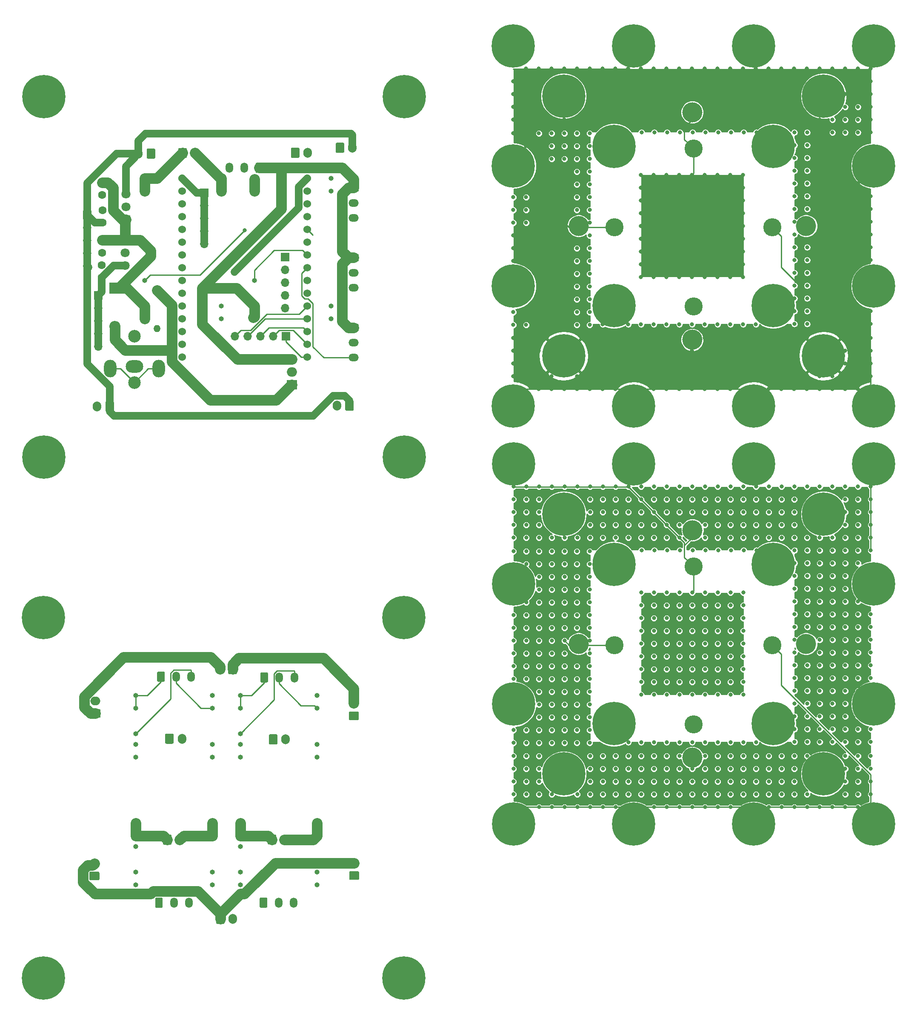
<source format=gbr>
G04 #@! TF.GenerationSoftware,KiCad,Pcbnew,5.1.5+dfsg1-2build2*
G04 #@! TF.CreationDate,2020-12-11T18:22:10+01:00*
G04 #@! TF.ProjectId,ariadne-v3-backup,61726961-646e-4652-9d76-332d6261636b,rev?*
G04 #@! TF.SameCoordinates,Original*
G04 #@! TF.FileFunction,Copper,L1,Top*
G04 #@! TF.FilePolarity,Positive*
%FSLAX46Y46*%
G04 Gerber Fmt 4.6, Leading zero omitted, Abs format (unit mm)*
G04 Created by KiCad (PCBNEW 5.1.5+dfsg1-2build2) date 2020-12-11 18:22:10*
%MOMM*%
%LPD*%
G04 APERTURE LIST*
%ADD10C,4.000000*%
%ADD11C,8.600000*%
%ADD12C,0.900000*%
%ADD13C,3.600000*%
%ADD14O,3.500000X2.500000*%
%ADD15O,2.500000X3.500000*%
%ADD16C,2.500000*%
%ADD17R,2.200000X2.200000*%
%ADD18O,2.200000X2.200000*%
%ADD19R,1.700000X1.700000*%
%ADD20O,1.700000X1.700000*%
%ADD21C,1.600000*%
%ADD22R,2.000000X1.905000*%
%ADD23O,2.000000X1.905000*%
%ADD24C,1.400000*%
%ADD25O,1.400000X1.400000*%
%ADD26C,0.100000*%
%ADD27O,1.700000X2.000000*%
%ADD28O,1.000000X1.000000*%
%ADD29R,1.800000X1.800000*%
%ADD30C,1.800000*%
%ADD31C,1.524000*%
%ADD32O,1.500000X2.020000*%
%ADD33O,2.020000X1.500000*%
%ADD34O,2.000000X1.700000*%
%ADD35C,0.800000*%
%ADD36C,2.100000*%
%ADD37C,0.250000*%
%ADD38C,1.500000*%
%ADD39C,0.254000*%
G04 APERTURE END LIST*
D10*
X135010000Y-137667417D03*
X112382583Y-115040000D03*
X135010000Y-92412583D03*
X157637417Y-115040000D03*
D11*
X109410000Y-140890000D03*
D12*
X112635000Y-140890000D03*
X111690419Y-143170419D03*
X109410000Y-144115000D03*
X107129581Y-143170419D03*
X106185000Y-140890000D03*
X107129581Y-138609581D03*
X109410000Y-137665000D03*
X111690419Y-138609581D03*
X111690419Y-86909581D03*
X109410000Y-85965000D03*
X107129581Y-86909581D03*
X106185000Y-89190000D03*
X107129581Y-91470419D03*
X109410000Y-92415000D03*
X111690419Y-91470419D03*
X112635000Y-89190000D03*
D11*
X109410000Y-89190000D03*
D13*
X135235000Y-99615000D03*
X135235000Y-131015000D03*
X150935000Y-115315000D03*
X119535000Y-115315000D03*
D12*
X101690419Y-124709581D03*
X99410000Y-123765000D03*
X97129581Y-124709581D03*
X96185000Y-126990000D03*
X97129581Y-129270419D03*
X99410000Y-130215000D03*
X101690419Y-129270419D03*
X102635000Y-126990000D03*
D11*
X99410000Y-126990000D03*
D12*
X173390419Y-76909581D03*
X171110000Y-75965000D03*
X168829581Y-76909581D03*
X167885000Y-79190000D03*
X168829581Y-81470419D03*
X171110000Y-82415000D03*
X173390419Y-81470419D03*
X174335000Y-79190000D03*
D11*
X171110000Y-79190000D03*
D12*
X173390419Y-148609581D03*
X171110000Y-147665000D03*
X168829581Y-148609581D03*
X167885000Y-150890000D03*
X168829581Y-153170419D03*
X171110000Y-154115000D03*
X173390419Y-153170419D03*
X174335000Y-150890000D03*
D11*
X171110000Y-150890000D03*
D12*
X149490419Y-148609581D03*
X147210000Y-147665000D03*
X144929581Y-148609581D03*
X143985000Y-150890000D03*
X144929581Y-153170419D03*
X147210000Y-154115000D03*
X149490419Y-153170419D03*
X150435000Y-150890000D03*
D11*
X147210000Y-150890000D03*
X161110000Y-89190000D03*
D12*
X164335000Y-89190000D03*
X163390419Y-91470419D03*
X161110000Y-92415000D03*
X158829581Y-91470419D03*
X157885000Y-89190000D03*
X158829581Y-86909581D03*
X161110000Y-85965000D03*
X163390419Y-86909581D03*
X101690419Y-148609581D03*
X99410000Y-147665000D03*
X97129581Y-148609581D03*
X96185000Y-150890000D03*
X97129581Y-153170419D03*
X99410000Y-154115000D03*
X101690419Y-153170419D03*
X102635000Y-150890000D03*
D11*
X99410000Y-150890000D03*
D12*
X173390419Y-124709581D03*
X171110000Y-123765000D03*
X168829581Y-124709581D03*
X167885000Y-126990000D03*
X168829581Y-129270419D03*
X171110000Y-130215000D03*
X173390419Y-129270419D03*
X174335000Y-126990000D03*
D11*
X171110000Y-126990000D03*
D12*
X149490419Y-76909581D03*
X147210000Y-75965000D03*
X144929581Y-76909581D03*
X143985000Y-79190000D03*
X144929581Y-81470419D03*
X147210000Y-82415000D03*
X149490419Y-81470419D03*
X150435000Y-79190000D03*
D11*
X147210000Y-79190000D03*
D12*
X101690419Y-100809581D03*
X99410000Y-99865000D03*
X97129581Y-100809581D03*
X96185000Y-103090000D03*
X97129581Y-105370419D03*
X99410000Y-106315000D03*
X101690419Y-105370419D03*
X102635000Y-103090000D03*
D11*
X99410000Y-103090000D03*
D12*
X125590419Y-148609581D03*
X123310000Y-147665000D03*
X121029581Y-148609581D03*
X120085000Y-150890000D03*
X121029581Y-153170419D03*
X123310000Y-154115000D03*
X125590419Y-153170419D03*
X126535000Y-150890000D03*
D11*
X123310000Y-150890000D03*
D12*
X125590419Y-76909581D03*
X123310000Y-75965000D03*
X121029581Y-76909581D03*
X120085000Y-79190000D03*
X121029581Y-81470419D03*
X123310000Y-82415000D03*
X125590419Y-81470419D03*
X126535000Y-79190000D03*
D11*
X123310000Y-79190000D03*
X99410000Y-79190000D03*
D12*
X102635000Y-79190000D03*
X101690419Y-81470419D03*
X99410000Y-82415000D03*
X97129581Y-81470419D03*
X96185000Y-79190000D03*
X97129581Y-76909581D03*
X99410000Y-75965000D03*
X101690419Y-76909581D03*
D11*
X171110000Y-103090000D03*
D12*
X174335000Y-103090000D03*
X173390419Y-105370419D03*
X171110000Y-106315000D03*
X168829581Y-105370419D03*
X167885000Y-103090000D03*
X168829581Y-100809581D03*
X171110000Y-99865000D03*
X173390419Y-100809581D03*
X153390419Y-128609581D03*
X151110000Y-127665000D03*
X148829581Y-128609581D03*
X147885000Y-130890000D03*
X148829581Y-133170419D03*
X151110000Y-134115000D03*
X153390419Y-133170419D03*
X154335000Y-130890000D03*
D11*
X151110000Y-130890000D03*
D12*
X153390419Y-96909581D03*
X151110000Y-95965000D03*
X148829581Y-96909581D03*
X147885000Y-99190000D03*
X148829581Y-101470419D03*
X151110000Y-102415000D03*
X153390419Y-101470419D03*
X154335000Y-99190000D03*
D11*
X151110000Y-99190000D03*
D12*
X121690419Y-128609581D03*
X119410000Y-127665000D03*
X117129581Y-128609581D03*
X116185000Y-130890000D03*
X117129581Y-133170419D03*
X119410000Y-134115000D03*
X121690419Y-133170419D03*
X122635000Y-130890000D03*
D11*
X119410000Y-130890000D03*
X119410000Y-99190000D03*
D12*
X122635000Y-99190000D03*
X121690419Y-101470419D03*
X119410000Y-102415000D03*
X117129581Y-101470419D03*
X116185000Y-99190000D03*
X117129581Y-96909581D03*
X119410000Y-95965000D03*
X121690419Y-96909581D03*
D11*
X161110000Y-140890000D03*
D12*
X164335000Y-140890000D03*
X163390419Y-143170419D03*
X161110000Y-144115000D03*
X158829581Y-143170419D03*
X157885000Y-140890000D03*
X158829581Y-138609581D03*
X161110000Y-137665000D03*
X163390419Y-138609581D03*
D11*
X119400000Y-47750000D03*
D12*
X122625000Y-47750000D03*
X121680419Y-50030419D03*
X119400000Y-50975000D03*
X117119581Y-50030419D03*
X116175000Y-47750000D03*
X117119581Y-45469581D03*
X119400000Y-44525000D03*
X121680419Y-45469581D03*
D11*
X5900000Y-109800000D03*
D12*
X9125000Y-109800000D03*
X8180419Y-112080419D03*
X5900000Y-113025000D03*
X3619581Y-112080419D03*
X2675000Y-109800000D03*
X3619581Y-107519581D03*
X5900000Y-106575000D03*
X8180419Y-107519581D03*
X79880419Y-107519581D03*
X77600000Y-106575000D03*
X75319581Y-107519581D03*
X74375000Y-109800000D03*
X75319581Y-112080419D03*
X77600000Y-113025000D03*
X79880419Y-112080419D03*
X80825000Y-109800000D03*
D11*
X77600000Y-109800000D03*
D12*
X79880419Y-179219581D03*
X77600000Y-178275000D03*
X75319581Y-179219581D03*
X74375000Y-181500000D03*
X75319581Y-183780419D03*
X77600000Y-184725000D03*
X79880419Y-183780419D03*
X80825000Y-181500000D03*
D11*
X77600000Y-181500000D03*
D12*
X8180419Y-179219581D03*
X5900000Y-178275000D03*
X3619581Y-179219581D03*
X2675000Y-181500000D03*
X3619581Y-183780419D03*
X5900000Y-184725000D03*
X8180419Y-183780419D03*
X9125000Y-181500000D03*
D11*
X5900000Y-181500000D03*
D10*
X157627417Y-31900000D03*
X135000000Y-9272583D03*
X112372583Y-31900000D03*
X135000000Y-54527417D03*
D11*
X151100000Y-16050000D03*
D12*
X154325000Y-16050000D03*
X153380419Y-18330419D03*
X151100000Y-19275000D03*
X148819581Y-18330419D03*
X147875000Y-16050000D03*
X148819581Y-13769581D03*
X151100000Y-12825000D03*
X153380419Y-13769581D03*
X173380419Y-17669581D03*
X171100000Y-16725000D03*
X168819581Y-17669581D03*
X167875000Y-19950000D03*
X168819581Y-22230419D03*
X171100000Y-23175000D03*
X173380419Y-22230419D03*
X174325000Y-19950000D03*
D11*
X171100000Y-19950000D03*
X151100000Y-47750000D03*
D12*
X154325000Y-47750000D03*
X153380419Y-50030419D03*
X151100000Y-50975000D03*
X148819581Y-50030419D03*
X147875000Y-47750000D03*
X148819581Y-45469581D03*
X151100000Y-44525000D03*
X153380419Y-45469581D03*
X121680419Y-13769581D03*
X119400000Y-12825000D03*
X117119581Y-13769581D03*
X116175000Y-16050000D03*
X117119581Y-18330419D03*
X119400000Y-19275000D03*
X121680419Y-18330419D03*
X122625000Y-16050000D03*
D11*
X119400000Y-16050000D03*
D12*
X163380419Y-55469581D03*
X161100000Y-54525000D03*
X158819581Y-55469581D03*
X157875000Y-57750000D03*
X158819581Y-60030419D03*
X161100000Y-60975000D03*
X163380419Y-60030419D03*
X164325000Y-57750000D03*
D11*
X161100000Y-57750000D03*
D12*
X111680419Y-55469581D03*
X109400000Y-54525000D03*
X107119581Y-55469581D03*
X106175000Y-57750000D03*
X107119581Y-60030419D03*
X109400000Y-60975000D03*
X111680419Y-60030419D03*
X112625000Y-57750000D03*
D11*
X109400000Y-57750000D03*
D12*
X163380419Y-3769581D03*
X161100000Y-2825000D03*
X158819581Y-3769581D03*
X157875000Y-6050000D03*
X158819581Y-8330419D03*
X161100000Y-9275000D03*
X163380419Y-8330419D03*
X164325000Y-6050000D03*
D11*
X161100000Y-6050000D03*
X109400000Y-6050000D03*
D12*
X112625000Y-6050000D03*
X111680419Y-8330419D03*
X109400000Y-9275000D03*
X107119581Y-8330419D03*
X106175000Y-6050000D03*
X107119581Y-3769581D03*
X109400000Y-2825000D03*
X111680419Y-3769581D03*
D11*
X171100000Y-67750000D03*
D12*
X174325000Y-67750000D03*
X173380419Y-70030419D03*
X171100000Y-70975000D03*
X168819581Y-70030419D03*
X167875000Y-67750000D03*
X168819581Y-65469581D03*
X171100000Y-64525000D03*
X173380419Y-65469581D03*
D11*
X147200000Y-67750000D03*
D12*
X150425000Y-67750000D03*
X149480419Y-70030419D03*
X147200000Y-70975000D03*
X144919581Y-70030419D03*
X143975000Y-67750000D03*
X144919581Y-65469581D03*
X147200000Y-64525000D03*
X149480419Y-65469581D03*
D11*
X123300000Y-67750000D03*
D12*
X126525000Y-67750000D03*
X125580419Y-70030419D03*
X123300000Y-70975000D03*
X121019581Y-70030419D03*
X120075000Y-67750000D03*
X121019581Y-65469581D03*
X123300000Y-64525000D03*
X125580419Y-65469581D03*
D11*
X99400000Y-67750000D03*
D12*
X102625000Y-67750000D03*
X101680419Y-70030419D03*
X99400000Y-70975000D03*
X97119581Y-70030419D03*
X96175000Y-67750000D03*
X97119581Y-65469581D03*
X99400000Y-64525000D03*
X101680419Y-65469581D03*
D11*
X171100000Y-43850000D03*
D12*
X174325000Y-43850000D03*
X173380419Y-46130419D03*
X171100000Y-47075000D03*
X168819581Y-46130419D03*
X167875000Y-43850000D03*
X168819581Y-41569581D03*
X171100000Y-40625000D03*
X173380419Y-41569581D03*
D11*
X99400000Y-43850000D03*
D12*
X102625000Y-43850000D03*
X101680419Y-46130419D03*
X99400000Y-47075000D03*
X97119581Y-46130419D03*
X96175000Y-43850000D03*
X97119581Y-41569581D03*
X99400000Y-40625000D03*
X101680419Y-41569581D03*
D11*
X99400000Y-19950000D03*
D12*
X102625000Y-19950000D03*
X101680419Y-22230419D03*
X99400000Y-23175000D03*
X97119581Y-22230419D03*
X96175000Y-19950000D03*
X97119581Y-17669581D03*
X99400000Y-16725000D03*
X101680419Y-17669581D03*
D11*
X171100000Y3950000D03*
D12*
X174325000Y3950000D03*
X173380419Y1669581D03*
X171100000Y725000D03*
X168819581Y1669581D03*
X167875000Y3950000D03*
X168819581Y6230419D03*
X171100000Y7175000D03*
X173380419Y6230419D03*
D11*
X147200000Y3950000D03*
D12*
X150425000Y3950000D03*
X149480419Y1669581D03*
X147200000Y725000D03*
X144919581Y1669581D03*
X143975000Y3950000D03*
X144919581Y6230419D03*
X147200000Y7175000D03*
X149480419Y6230419D03*
D11*
X123300000Y3950000D03*
D12*
X126525000Y3950000D03*
X125580419Y1669581D03*
X123300000Y725000D03*
X121019581Y1669581D03*
X120075000Y3950000D03*
X121019581Y6230419D03*
X123300000Y7175000D03*
X125580419Y6230419D03*
X101680419Y6230419D03*
X99400000Y7175000D03*
X97119581Y6230419D03*
X96175000Y3950000D03*
X97119581Y1669581D03*
X99400000Y725000D03*
X101680419Y1669581D03*
X102625000Y3950000D03*
D11*
X99400000Y3950000D03*
X77700000Y-77900000D03*
D12*
X80925000Y-77900000D03*
X79980419Y-80180419D03*
X77700000Y-81125000D03*
X75419581Y-80180419D03*
X74475000Y-77900000D03*
X75419581Y-75619581D03*
X77700000Y-74675000D03*
X79980419Y-75619581D03*
D11*
X6000000Y-77900000D03*
D12*
X9225000Y-77900000D03*
X8280419Y-80180419D03*
X6000000Y-81125000D03*
X3719581Y-80180419D03*
X2775000Y-77900000D03*
X3719581Y-75619581D03*
X6000000Y-74675000D03*
X8280419Y-75619581D03*
D11*
X77700000Y-6200000D03*
D12*
X80925000Y-6200000D03*
X79980419Y-8480419D03*
X77700000Y-9425000D03*
X75419581Y-8480419D03*
X74475000Y-6200000D03*
X75419581Y-3919581D03*
X77700000Y-2975000D03*
X79980419Y-3919581D03*
X8280419Y-3919581D03*
X6000000Y-2975000D03*
X3719581Y-3919581D03*
X2775000Y-6200000D03*
X3719581Y-8480419D03*
X6000000Y-9425000D03*
X8280419Y-8480419D03*
X9225000Y-6200000D03*
D11*
X6000000Y-6200000D03*
D13*
X119525000Y-32175000D03*
X150925000Y-32175000D03*
X135225000Y-47875000D03*
X135225000Y-16475000D03*
D14*
X24000000Y-59800000D03*
D15*
X19200000Y-60300000D03*
X28800000Y-60300000D03*
D16*
X24000000Y-53800000D03*
X24000000Y-63050000D03*
D17*
X20075000Y-44225000D03*
D18*
X20075000Y-51845000D03*
D19*
X54000000Y-38100000D03*
D20*
X54000000Y-40640000D03*
X54000000Y-43180000D03*
X54000000Y-45720000D03*
X54000000Y-48260000D03*
X44015000Y-53825000D03*
X46555000Y-53825000D03*
X49095000Y-53825000D03*
X51635000Y-53825000D03*
D19*
X54175000Y-53825000D03*
X14625000Y-29700000D03*
D20*
X14625000Y-32240000D03*
X14625000Y-34780000D03*
X14625000Y-37320000D03*
X14625000Y-39860000D03*
D19*
X16800000Y-45725000D03*
D20*
X16800000Y-48265000D03*
X16800000Y-50805000D03*
X16800000Y-53345000D03*
X16800000Y-55885000D03*
X37875000Y-35460000D03*
X37875000Y-32920000D03*
X37875000Y-30380000D03*
X37875000Y-27840000D03*
D19*
X37875000Y-25300000D03*
D21*
X17550000Y-23225000D03*
X17550000Y-25725000D03*
X17575000Y-37225000D03*
X17575000Y-34725000D03*
X17700000Y-31250000D03*
X17700000Y-28750000D03*
X17525000Y-39650000D03*
X17525000Y-42150000D03*
D22*
X55325000Y-63500000D03*
D23*
X55325000Y-60960000D03*
X55325000Y-58420000D03*
D24*
X28525000Y-44675000D03*
D25*
X28525000Y-52295000D03*
G04 #@! TA.AperFunction,ComponentPad*
D26*
G36*
X52224504Y-133026204D02*
G01*
X52248773Y-133029804D01*
X52272571Y-133035765D01*
X52295671Y-133044030D01*
X52317849Y-133054520D01*
X52338893Y-133067133D01*
X52358598Y-133081747D01*
X52376777Y-133098223D01*
X52393253Y-133116402D01*
X52407867Y-133136107D01*
X52420480Y-133157151D01*
X52430970Y-133179329D01*
X52439235Y-133202429D01*
X52445196Y-133226227D01*
X52448796Y-133250496D01*
X52450000Y-133275000D01*
X52450000Y-134775000D01*
X52448796Y-134799504D01*
X52445196Y-134823773D01*
X52439235Y-134847571D01*
X52430970Y-134870671D01*
X52420480Y-134892849D01*
X52407867Y-134913893D01*
X52393253Y-134933598D01*
X52376777Y-134951777D01*
X52358598Y-134968253D01*
X52338893Y-134982867D01*
X52317849Y-134995480D01*
X52295671Y-135005970D01*
X52272571Y-135014235D01*
X52248773Y-135020196D01*
X52224504Y-135023796D01*
X52200000Y-135025000D01*
X51000000Y-135025000D01*
X50975496Y-135023796D01*
X50951227Y-135020196D01*
X50927429Y-135014235D01*
X50904329Y-135005970D01*
X50882151Y-134995480D01*
X50861107Y-134982867D01*
X50841402Y-134968253D01*
X50823223Y-134951777D01*
X50806747Y-134933598D01*
X50792133Y-134913893D01*
X50779520Y-134892849D01*
X50769030Y-134870671D01*
X50760765Y-134847571D01*
X50754804Y-134823773D01*
X50751204Y-134799504D01*
X50750000Y-134775000D01*
X50750000Y-133275000D01*
X50751204Y-133250496D01*
X50754804Y-133226227D01*
X50760765Y-133202429D01*
X50769030Y-133179329D01*
X50779520Y-133157151D01*
X50792133Y-133136107D01*
X50806747Y-133116402D01*
X50823223Y-133098223D01*
X50841402Y-133081747D01*
X50861107Y-133067133D01*
X50882151Y-133054520D01*
X50904329Y-133044030D01*
X50927429Y-133035765D01*
X50951227Y-133029804D01*
X50975496Y-133026204D01*
X51000000Y-133025000D01*
X52200000Y-133025000D01*
X52224504Y-133026204D01*
G37*
G04 #@! TD.AperFunction*
D27*
X54100000Y-134025000D03*
G04 #@! TA.AperFunction,ComponentPad*
D26*
G36*
X34174504Y-16376204D02*
G01*
X34198773Y-16379804D01*
X34222571Y-16385765D01*
X34245671Y-16394030D01*
X34267849Y-16404520D01*
X34288893Y-16417133D01*
X34308598Y-16431747D01*
X34326777Y-16448223D01*
X34343253Y-16466402D01*
X34357867Y-16486107D01*
X34370480Y-16507151D01*
X34380970Y-16529329D01*
X34389235Y-16552429D01*
X34395196Y-16576227D01*
X34398796Y-16600496D01*
X34400000Y-16625000D01*
X34400000Y-18125000D01*
X34398796Y-18149504D01*
X34395196Y-18173773D01*
X34389235Y-18197571D01*
X34380970Y-18220671D01*
X34370480Y-18242849D01*
X34357867Y-18263893D01*
X34343253Y-18283598D01*
X34326777Y-18301777D01*
X34308598Y-18318253D01*
X34288893Y-18332867D01*
X34267849Y-18345480D01*
X34245671Y-18355970D01*
X34222571Y-18364235D01*
X34198773Y-18370196D01*
X34174504Y-18373796D01*
X34150000Y-18375000D01*
X32950000Y-18375000D01*
X32925496Y-18373796D01*
X32901227Y-18370196D01*
X32877429Y-18364235D01*
X32854329Y-18355970D01*
X32832151Y-18345480D01*
X32811107Y-18332867D01*
X32791402Y-18318253D01*
X32773223Y-18301777D01*
X32756747Y-18283598D01*
X32742133Y-18263893D01*
X32729520Y-18242849D01*
X32719030Y-18220671D01*
X32710765Y-18197571D01*
X32704804Y-18173773D01*
X32701204Y-18149504D01*
X32700000Y-18125000D01*
X32700000Y-16625000D01*
X32701204Y-16600496D01*
X32704804Y-16576227D01*
X32710765Y-16552429D01*
X32719030Y-16529329D01*
X32729520Y-16507151D01*
X32742133Y-16486107D01*
X32756747Y-16466402D01*
X32773223Y-16448223D01*
X32791402Y-16431747D01*
X32811107Y-16417133D01*
X32832151Y-16404520D01*
X32854329Y-16394030D01*
X32877429Y-16385765D01*
X32901227Y-16379804D01*
X32925496Y-16376204D01*
X32950000Y-16375000D01*
X34150000Y-16375000D01*
X34174504Y-16376204D01*
G37*
G04 #@! TD.AperFunction*
D27*
X36050000Y-17375000D03*
D28*
X41270000Y-22410000D03*
X41270000Y-24950000D03*
X41270000Y-47810000D03*
X41270000Y-50350000D03*
X26030000Y-42730000D03*
X26030000Y-50350000D03*
X26030000Y-47810000D03*
X26030000Y-24950000D03*
X26030000Y-22410000D03*
X45055000Y-135060000D03*
X45055000Y-137600000D03*
X45055000Y-160460000D03*
X45055000Y-163000000D03*
X45055000Y-155380000D03*
X60295000Y-163000000D03*
X60295000Y-160460000D03*
X60295000Y-137600000D03*
X60295000Y-135060000D03*
D29*
X22275000Y-30650000D03*
D30*
X22275000Y-28110000D03*
X22275000Y-25570000D03*
X22150000Y-39805000D03*
X22150000Y-37265000D03*
D29*
X22150000Y-34725000D03*
D27*
X58475000Y-17325000D03*
G04 #@! TA.AperFunction,ComponentPad*
D26*
G36*
X56599504Y-16326204D02*
G01*
X56623773Y-16329804D01*
X56647571Y-16335765D01*
X56670671Y-16344030D01*
X56692849Y-16354520D01*
X56713893Y-16367133D01*
X56733598Y-16381747D01*
X56751777Y-16398223D01*
X56768253Y-16416402D01*
X56782867Y-16436107D01*
X56795480Y-16457151D01*
X56805970Y-16479329D01*
X56814235Y-16502429D01*
X56820196Y-16526227D01*
X56823796Y-16550496D01*
X56825000Y-16575000D01*
X56825000Y-18075000D01*
X56823796Y-18099504D01*
X56820196Y-18123773D01*
X56814235Y-18147571D01*
X56805970Y-18170671D01*
X56795480Y-18192849D01*
X56782867Y-18213893D01*
X56768253Y-18233598D01*
X56751777Y-18251777D01*
X56733598Y-18268253D01*
X56713893Y-18282867D01*
X56692849Y-18295480D01*
X56670671Y-18305970D01*
X56647571Y-18314235D01*
X56623773Y-18320196D01*
X56599504Y-18323796D01*
X56575000Y-18325000D01*
X55375000Y-18325000D01*
X55350496Y-18323796D01*
X55326227Y-18320196D01*
X55302429Y-18314235D01*
X55279329Y-18305970D01*
X55257151Y-18295480D01*
X55236107Y-18282867D01*
X55216402Y-18268253D01*
X55198223Y-18251777D01*
X55181747Y-18233598D01*
X55167133Y-18213893D01*
X55154520Y-18192849D01*
X55144030Y-18170671D01*
X55135765Y-18147571D01*
X55129804Y-18123773D01*
X55126204Y-18099504D01*
X55125000Y-18075000D01*
X55125000Y-16575000D01*
X55126204Y-16550496D01*
X55129804Y-16526227D01*
X55135765Y-16502429D01*
X55144030Y-16479329D01*
X55154520Y-16457151D01*
X55167133Y-16436107D01*
X55181747Y-16416402D01*
X55198223Y-16398223D01*
X55216402Y-16381747D01*
X55236107Y-16367133D01*
X55257151Y-16354520D01*
X55279329Y-16344030D01*
X55302429Y-16335765D01*
X55326227Y-16329804D01*
X55350496Y-16326204D01*
X55375000Y-16325000D01*
X56575000Y-16325000D01*
X56599504Y-16326204D01*
G37*
G04 #@! TD.AperFunction*
G04 #@! TA.AperFunction,ComponentPad*
G36*
X31149504Y-152976204D02*
G01*
X31173773Y-152979804D01*
X31197571Y-152985765D01*
X31220671Y-152994030D01*
X31242849Y-153004520D01*
X31263893Y-153017133D01*
X31283598Y-153031747D01*
X31301777Y-153048223D01*
X31318253Y-153066402D01*
X31332867Y-153086107D01*
X31345480Y-153107151D01*
X31355970Y-153129329D01*
X31364235Y-153152429D01*
X31370196Y-153176227D01*
X31373796Y-153200496D01*
X31375000Y-153225000D01*
X31375000Y-154725000D01*
X31373796Y-154749504D01*
X31370196Y-154773773D01*
X31364235Y-154797571D01*
X31355970Y-154820671D01*
X31345480Y-154842849D01*
X31332867Y-154863893D01*
X31318253Y-154883598D01*
X31301777Y-154901777D01*
X31283598Y-154918253D01*
X31263893Y-154932867D01*
X31242849Y-154945480D01*
X31220671Y-154955970D01*
X31197571Y-154964235D01*
X31173773Y-154970196D01*
X31149504Y-154973796D01*
X31125000Y-154975000D01*
X29925000Y-154975000D01*
X29900496Y-154973796D01*
X29876227Y-154970196D01*
X29852429Y-154964235D01*
X29829329Y-154955970D01*
X29807151Y-154945480D01*
X29786107Y-154932867D01*
X29766402Y-154918253D01*
X29748223Y-154901777D01*
X29731747Y-154883598D01*
X29717133Y-154863893D01*
X29704520Y-154842849D01*
X29694030Y-154820671D01*
X29685765Y-154797571D01*
X29679804Y-154773773D01*
X29676204Y-154749504D01*
X29675000Y-154725000D01*
X29675000Y-153225000D01*
X29676204Y-153200496D01*
X29679804Y-153176227D01*
X29685765Y-153152429D01*
X29694030Y-153129329D01*
X29704520Y-153107151D01*
X29717133Y-153086107D01*
X29731747Y-153066402D01*
X29748223Y-153048223D01*
X29766402Y-153031747D01*
X29786107Y-153017133D01*
X29807151Y-153004520D01*
X29829329Y-152994030D01*
X29852429Y-152985765D01*
X29876227Y-152979804D01*
X29900496Y-152976204D01*
X29925000Y-152975000D01*
X31125000Y-152975000D01*
X31149504Y-152976204D01*
G37*
G04 #@! TD.AperFunction*
D27*
X33025000Y-153975000D03*
D28*
X24255000Y-153190000D03*
X24255000Y-150650000D03*
X24255000Y-127790000D03*
X24255000Y-125250000D03*
X24255000Y-132870000D03*
X39495000Y-125250000D03*
X39495000Y-127790000D03*
X39495000Y-150650000D03*
X39495000Y-153190000D03*
X63095000Y-22410000D03*
X63095000Y-24950000D03*
X63095000Y-47810000D03*
X63095000Y-50350000D03*
X47855000Y-42730000D03*
X47855000Y-50350000D03*
X47855000Y-47810000D03*
X47855000Y-24950000D03*
X47855000Y-22410000D03*
D31*
X58396000Y-57984000D03*
X58396000Y-55444000D03*
X58396000Y-52904000D03*
X58396000Y-50364000D03*
X58396000Y-47824000D03*
X58396000Y-45284000D03*
X58396000Y-42744000D03*
X58396000Y-40204000D03*
X58396000Y-37664000D03*
X58396000Y-35124000D03*
X58396000Y-32584000D03*
X58396000Y-30044000D03*
X58396000Y-27504000D03*
X58396000Y-24964000D03*
X58396000Y-24964000D03*
X58396000Y-22424000D03*
X33504000Y-22424000D03*
X33504000Y-24964000D03*
X33504000Y-27504000D03*
X33504000Y-30044000D03*
X33504000Y-32584000D03*
X33504000Y-35124000D03*
X33504000Y-37664000D03*
X33504000Y-40204000D03*
X33504000Y-42744000D03*
X33504000Y-45284000D03*
X33504000Y-47824000D03*
X33504000Y-50364000D03*
X33504000Y-52904000D03*
X33504000Y-55444000D03*
X33504000Y-57984000D03*
G04 #@! TA.AperFunction,ComponentPad*
D26*
G36*
X31574504Y-132901204D02*
G01*
X31598773Y-132904804D01*
X31622571Y-132910765D01*
X31645671Y-132919030D01*
X31667849Y-132929520D01*
X31688893Y-132942133D01*
X31708598Y-132956747D01*
X31726777Y-132973223D01*
X31743253Y-132991402D01*
X31757867Y-133011107D01*
X31770480Y-133032151D01*
X31780970Y-133054329D01*
X31789235Y-133077429D01*
X31795196Y-133101227D01*
X31798796Y-133125496D01*
X31800000Y-133150000D01*
X31800000Y-134650000D01*
X31798796Y-134674504D01*
X31795196Y-134698773D01*
X31789235Y-134722571D01*
X31780970Y-134745671D01*
X31770480Y-134767849D01*
X31757867Y-134788893D01*
X31743253Y-134808598D01*
X31726777Y-134826777D01*
X31708598Y-134843253D01*
X31688893Y-134857867D01*
X31667849Y-134870480D01*
X31645671Y-134880970D01*
X31622571Y-134889235D01*
X31598773Y-134895196D01*
X31574504Y-134898796D01*
X31550000Y-134900000D01*
X30350000Y-134900000D01*
X30325496Y-134898796D01*
X30301227Y-134895196D01*
X30277429Y-134889235D01*
X30254329Y-134880970D01*
X30232151Y-134870480D01*
X30211107Y-134857867D01*
X30191402Y-134843253D01*
X30173223Y-134826777D01*
X30156747Y-134808598D01*
X30142133Y-134788893D01*
X30129520Y-134767849D01*
X30119030Y-134745671D01*
X30110765Y-134722571D01*
X30104804Y-134698773D01*
X30101204Y-134674504D01*
X30100000Y-134650000D01*
X30100000Y-133150000D01*
X30101204Y-133125496D01*
X30104804Y-133101227D01*
X30110765Y-133077429D01*
X30119030Y-133054329D01*
X30129520Y-133032151D01*
X30142133Y-133011107D01*
X30156747Y-132991402D01*
X30173223Y-132973223D01*
X30191402Y-132956747D01*
X30211107Y-132942133D01*
X30232151Y-132929520D01*
X30254329Y-132919030D01*
X30277429Y-132910765D01*
X30301227Y-132904804D01*
X30325496Y-132901204D01*
X30350000Y-132900000D01*
X31550000Y-132900000D01*
X31574504Y-132901204D01*
G37*
G04 #@! TD.AperFunction*
D27*
X33450000Y-133900000D03*
X53850000Y-153950000D03*
G04 #@! TA.AperFunction,ComponentPad*
D26*
G36*
X51974504Y-152951204D02*
G01*
X51998773Y-152954804D01*
X52022571Y-152960765D01*
X52045671Y-152969030D01*
X52067849Y-152979520D01*
X52088893Y-152992133D01*
X52108598Y-153006747D01*
X52126777Y-153023223D01*
X52143253Y-153041402D01*
X52157867Y-153061107D01*
X52170480Y-153082151D01*
X52180970Y-153104329D01*
X52189235Y-153127429D01*
X52195196Y-153151227D01*
X52198796Y-153175496D01*
X52200000Y-153200000D01*
X52200000Y-154700000D01*
X52198796Y-154724504D01*
X52195196Y-154748773D01*
X52189235Y-154772571D01*
X52180970Y-154795671D01*
X52170480Y-154817849D01*
X52157867Y-154838893D01*
X52143253Y-154858598D01*
X52126777Y-154876777D01*
X52108598Y-154893253D01*
X52088893Y-154907867D01*
X52067849Y-154920480D01*
X52045671Y-154930970D01*
X52022571Y-154939235D01*
X51998773Y-154945196D01*
X51974504Y-154948796D01*
X51950000Y-154950000D01*
X50750000Y-154950000D01*
X50725496Y-154948796D01*
X50701227Y-154945196D01*
X50677429Y-154939235D01*
X50654329Y-154930970D01*
X50632151Y-154920480D01*
X50611107Y-154907867D01*
X50591402Y-154893253D01*
X50573223Y-154876777D01*
X50556747Y-154858598D01*
X50542133Y-154838893D01*
X50529520Y-154817849D01*
X50519030Y-154795671D01*
X50510765Y-154772571D01*
X50504804Y-154748773D01*
X50501204Y-154724504D01*
X50500000Y-154700000D01*
X50500000Y-153200000D01*
X50501204Y-153175496D01*
X50504804Y-153151227D01*
X50510765Y-153127429D01*
X50519030Y-153104329D01*
X50529520Y-153082151D01*
X50542133Y-153061107D01*
X50556747Y-153041402D01*
X50573223Y-153023223D01*
X50591402Y-153006747D01*
X50611107Y-152992133D01*
X50632151Y-152979520D01*
X50654329Y-152969030D01*
X50677429Y-152960765D01*
X50701227Y-152954804D01*
X50725496Y-152951204D01*
X50750000Y-152950000D01*
X51950000Y-152950000D01*
X51974504Y-152951204D01*
G37*
G04 #@! TD.AperFunction*
D28*
X60295000Y-153190000D03*
X60295000Y-150650000D03*
X60295000Y-127790000D03*
X60295000Y-125250000D03*
X45055000Y-132870000D03*
X45055000Y-125250000D03*
X45055000Y-127790000D03*
X45055000Y-150650000D03*
X45055000Y-153190000D03*
X24305000Y-135060000D03*
X24305000Y-137600000D03*
X24305000Y-160460000D03*
X24305000Y-163000000D03*
X24305000Y-155380000D03*
X39545000Y-163000000D03*
X39545000Y-160460000D03*
X39545000Y-137600000D03*
X39545000Y-135060000D03*
D27*
X67400000Y-16325000D03*
G04 #@! TA.AperFunction,ComponentPad*
D26*
G36*
X65524504Y-15326204D02*
G01*
X65548773Y-15329804D01*
X65572571Y-15335765D01*
X65595671Y-15344030D01*
X65617849Y-15354520D01*
X65638893Y-15367133D01*
X65658598Y-15381747D01*
X65676777Y-15398223D01*
X65693253Y-15416402D01*
X65707867Y-15436107D01*
X65720480Y-15457151D01*
X65730970Y-15479329D01*
X65739235Y-15502429D01*
X65745196Y-15526227D01*
X65748796Y-15550496D01*
X65750000Y-15575000D01*
X65750000Y-17075000D01*
X65748796Y-17099504D01*
X65745196Y-17123773D01*
X65739235Y-17147571D01*
X65730970Y-17170671D01*
X65720480Y-17192849D01*
X65707867Y-17213893D01*
X65693253Y-17233598D01*
X65676777Y-17251777D01*
X65658598Y-17268253D01*
X65638893Y-17282867D01*
X65617849Y-17295480D01*
X65595671Y-17305970D01*
X65572571Y-17314235D01*
X65548773Y-17320196D01*
X65524504Y-17323796D01*
X65500000Y-17325000D01*
X64300000Y-17325000D01*
X64275496Y-17323796D01*
X64251227Y-17320196D01*
X64227429Y-17314235D01*
X64204329Y-17305970D01*
X64182151Y-17295480D01*
X64161107Y-17282867D01*
X64141402Y-17268253D01*
X64123223Y-17251777D01*
X64106747Y-17233598D01*
X64092133Y-17213893D01*
X64079520Y-17192849D01*
X64069030Y-17170671D01*
X64060765Y-17147571D01*
X64054804Y-17123773D01*
X64051204Y-17099504D01*
X64050000Y-17075000D01*
X64050000Y-15575000D01*
X64051204Y-15550496D01*
X64054804Y-15526227D01*
X64060765Y-15502429D01*
X64069030Y-15479329D01*
X64079520Y-15457151D01*
X64092133Y-15436107D01*
X64106747Y-15416402D01*
X64123223Y-15398223D01*
X64141402Y-15381747D01*
X64161107Y-15367133D01*
X64182151Y-15354520D01*
X64204329Y-15344030D01*
X64227429Y-15335765D01*
X64251227Y-15329804D01*
X64275496Y-15326204D01*
X64300000Y-15325000D01*
X65500000Y-15325000D01*
X65524504Y-15326204D01*
G37*
G04 #@! TD.AperFunction*
D27*
X24800000Y-17500000D03*
G04 #@! TA.AperFunction,ComponentPad*
D26*
G36*
X27924504Y-16501204D02*
G01*
X27948773Y-16504804D01*
X27972571Y-16510765D01*
X27995671Y-16519030D01*
X28017849Y-16529520D01*
X28038893Y-16542133D01*
X28058598Y-16556747D01*
X28076777Y-16573223D01*
X28093253Y-16591402D01*
X28107867Y-16611107D01*
X28120480Y-16632151D01*
X28130970Y-16654329D01*
X28139235Y-16677429D01*
X28145196Y-16701227D01*
X28148796Y-16725496D01*
X28150000Y-16750000D01*
X28150000Y-18250000D01*
X28148796Y-18274504D01*
X28145196Y-18298773D01*
X28139235Y-18322571D01*
X28130970Y-18345671D01*
X28120480Y-18367849D01*
X28107867Y-18388893D01*
X28093253Y-18408598D01*
X28076777Y-18426777D01*
X28058598Y-18443253D01*
X28038893Y-18457867D01*
X28017849Y-18470480D01*
X27995671Y-18480970D01*
X27972571Y-18489235D01*
X27948773Y-18495196D01*
X27924504Y-18498796D01*
X27900000Y-18500000D01*
X26700000Y-18500000D01*
X26675496Y-18498796D01*
X26651227Y-18495196D01*
X26627429Y-18489235D01*
X26604329Y-18480970D01*
X26582151Y-18470480D01*
X26561107Y-18457867D01*
X26541402Y-18443253D01*
X26523223Y-18426777D01*
X26506747Y-18408598D01*
X26492133Y-18388893D01*
X26479520Y-18367849D01*
X26469030Y-18345671D01*
X26460765Y-18322571D01*
X26454804Y-18298773D01*
X26451204Y-18274504D01*
X26450000Y-18250000D01*
X26450000Y-16750000D01*
X26451204Y-16725496D01*
X26454804Y-16701227D01*
X26460765Y-16677429D01*
X26469030Y-16654329D01*
X26479520Y-16632151D01*
X26492133Y-16611107D01*
X26506747Y-16591402D01*
X26523223Y-16573223D01*
X26541402Y-16556747D01*
X26561107Y-16542133D01*
X26582151Y-16529520D01*
X26604329Y-16519030D01*
X26627429Y-16510765D01*
X26651227Y-16504804D01*
X26675496Y-16501204D01*
X26700000Y-16500000D01*
X27900000Y-16500000D01*
X27924504Y-16501204D01*
G37*
G04 #@! TD.AperFunction*
G04 #@! TA.AperFunction,ComponentPad*
G36*
X50199504Y-165491204D02*
G01*
X50223773Y-165494804D01*
X50247571Y-165500765D01*
X50270671Y-165509030D01*
X50292849Y-165519520D01*
X50313893Y-165532133D01*
X50333598Y-165546747D01*
X50351777Y-165563223D01*
X50368253Y-165581402D01*
X50382867Y-165601107D01*
X50395480Y-165622151D01*
X50405970Y-165644329D01*
X50414235Y-165667429D01*
X50420196Y-165691227D01*
X50423796Y-165715496D01*
X50425000Y-165740000D01*
X50425000Y-167260000D01*
X50423796Y-167284504D01*
X50420196Y-167308773D01*
X50414235Y-167332571D01*
X50405970Y-167355671D01*
X50395480Y-167377849D01*
X50382867Y-167398893D01*
X50368253Y-167418598D01*
X50351777Y-167436777D01*
X50333598Y-167453253D01*
X50313893Y-167467867D01*
X50292849Y-167480480D01*
X50270671Y-167490970D01*
X50247571Y-167499235D01*
X50223773Y-167505196D01*
X50199504Y-167508796D01*
X50175000Y-167510000D01*
X49175000Y-167510000D01*
X49150496Y-167508796D01*
X49126227Y-167505196D01*
X49102429Y-167499235D01*
X49079329Y-167490970D01*
X49057151Y-167480480D01*
X49036107Y-167467867D01*
X49016402Y-167453253D01*
X48998223Y-167436777D01*
X48981747Y-167418598D01*
X48967133Y-167398893D01*
X48954520Y-167377849D01*
X48944030Y-167355671D01*
X48935765Y-167332571D01*
X48929804Y-167308773D01*
X48926204Y-167284504D01*
X48925000Y-167260000D01*
X48925000Y-165740000D01*
X48926204Y-165715496D01*
X48929804Y-165691227D01*
X48935765Y-165667429D01*
X48944030Y-165644329D01*
X48954520Y-165622151D01*
X48967133Y-165601107D01*
X48981747Y-165581402D01*
X48998223Y-165563223D01*
X49016402Y-165546747D01*
X49036107Y-165532133D01*
X49057151Y-165519520D01*
X49079329Y-165509030D01*
X49102429Y-165500765D01*
X49126227Y-165494804D01*
X49150496Y-165491204D01*
X49175000Y-165490000D01*
X50175000Y-165490000D01*
X50199504Y-165491204D01*
G37*
G04 #@! TD.AperFunction*
D32*
X52675000Y-166500000D03*
X55675000Y-166500000D03*
D33*
X67600000Y-30300000D03*
X67600000Y-27300000D03*
G04 #@! TA.AperFunction,ComponentPad*
D26*
G36*
X68384504Y-23551204D02*
G01*
X68408773Y-23554804D01*
X68432571Y-23560765D01*
X68455671Y-23569030D01*
X68477849Y-23579520D01*
X68498893Y-23592133D01*
X68518598Y-23606747D01*
X68536777Y-23623223D01*
X68553253Y-23641402D01*
X68567867Y-23661107D01*
X68580480Y-23682151D01*
X68590970Y-23704329D01*
X68599235Y-23727429D01*
X68605196Y-23751227D01*
X68608796Y-23775496D01*
X68610000Y-23800000D01*
X68610000Y-24800000D01*
X68608796Y-24824504D01*
X68605196Y-24848773D01*
X68599235Y-24872571D01*
X68590970Y-24895671D01*
X68580480Y-24917849D01*
X68567867Y-24938893D01*
X68553253Y-24958598D01*
X68536777Y-24976777D01*
X68518598Y-24993253D01*
X68498893Y-25007867D01*
X68477849Y-25020480D01*
X68455671Y-25030970D01*
X68432571Y-25039235D01*
X68408773Y-25045196D01*
X68384504Y-25048796D01*
X68360000Y-25050000D01*
X66840000Y-25050000D01*
X66815496Y-25048796D01*
X66791227Y-25045196D01*
X66767429Y-25039235D01*
X66744329Y-25030970D01*
X66722151Y-25020480D01*
X66701107Y-25007867D01*
X66681402Y-24993253D01*
X66663223Y-24976777D01*
X66646747Y-24958598D01*
X66632133Y-24938893D01*
X66619520Y-24917849D01*
X66609030Y-24895671D01*
X66600765Y-24872571D01*
X66594804Y-24848773D01*
X66591204Y-24824504D01*
X66590000Y-24800000D01*
X66590000Y-23800000D01*
X66591204Y-23775496D01*
X66594804Y-23751227D01*
X66600765Y-23727429D01*
X66609030Y-23704329D01*
X66619520Y-23682151D01*
X66632133Y-23661107D01*
X66646747Y-23641402D01*
X66663223Y-23623223D01*
X66681402Y-23606747D01*
X66701107Y-23592133D01*
X66722151Y-23579520D01*
X66744329Y-23569030D01*
X66767429Y-23560765D01*
X66791227Y-23554804D01*
X66815496Y-23551204D01*
X66840000Y-23550000D01*
X68360000Y-23550000D01*
X68384504Y-23551204D01*
G37*
G04 #@! TD.AperFunction*
G04 #@! TA.AperFunction,ComponentPad*
G36*
X29799504Y-120541204D02*
G01*
X29823773Y-120544804D01*
X29847571Y-120550765D01*
X29870671Y-120559030D01*
X29892849Y-120569520D01*
X29913893Y-120582133D01*
X29933598Y-120596747D01*
X29951777Y-120613223D01*
X29968253Y-120631402D01*
X29982867Y-120651107D01*
X29995480Y-120672151D01*
X30005970Y-120694329D01*
X30014235Y-120717429D01*
X30020196Y-120741227D01*
X30023796Y-120765496D01*
X30025000Y-120790000D01*
X30025000Y-122310000D01*
X30023796Y-122334504D01*
X30020196Y-122358773D01*
X30014235Y-122382571D01*
X30005970Y-122405671D01*
X29995480Y-122427849D01*
X29982867Y-122448893D01*
X29968253Y-122468598D01*
X29951777Y-122486777D01*
X29933598Y-122503253D01*
X29913893Y-122517867D01*
X29892849Y-122530480D01*
X29870671Y-122540970D01*
X29847571Y-122549235D01*
X29823773Y-122555196D01*
X29799504Y-122558796D01*
X29775000Y-122560000D01*
X28775000Y-122560000D01*
X28750496Y-122558796D01*
X28726227Y-122555196D01*
X28702429Y-122549235D01*
X28679329Y-122540970D01*
X28657151Y-122530480D01*
X28636107Y-122517867D01*
X28616402Y-122503253D01*
X28598223Y-122486777D01*
X28581747Y-122468598D01*
X28567133Y-122448893D01*
X28554520Y-122427849D01*
X28544030Y-122405671D01*
X28535765Y-122382571D01*
X28529804Y-122358773D01*
X28526204Y-122334504D01*
X28525000Y-122310000D01*
X28525000Y-120790000D01*
X28526204Y-120765496D01*
X28529804Y-120741227D01*
X28535765Y-120717429D01*
X28544030Y-120694329D01*
X28554520Y-120672151D01*
X28567133Y-120651107D01*
X28581747Y-120631402D01*
X28598223Y-120613223D01*
X28616402Y-120596747D01*
X28636107Y-120582133D01*
X28657151Y-120569520D01*
X28679329Y-120559030D01*
X28702429Y-120550765D01*
X28726227Y-120544804D01*
X28750496Y-120541204D01*
X28775000Y-120540000D01*
X29775000Y-120540000D01*
X29799504Y-120541204D01*
G37*
G04 #@! TD.AperFunction*
D32*
X32275000Y-121550000D03*
X35275000Y-121550000D03*
X42850000Y-20325000D03*
X45850000Y-20325000D03*
G04 #@! TA.AperFunction,ComponentPad*
D26*
G36*
X49374504Y-19316204D02*
G01*
X49398773Y-19319804D01*
X49422571Y-19325765D01*
X49445671Y-19334030D01*
X49467849Y-19344520D01*
X49488893Y-19357133D01*
X49508598Y-19371747D01*
X49526777Y-19388223D01*
X49543253Y-19406402D01*
X49557867Y-19426107D01*
X49570480Y-19447151D01*
X49580970Y-19469329D01*
X49589235Y-19492429D01*
X49595196Y-19516227D01*
X49598796Y-19540496D01*
X49600000Y-19565000D01*
X49600000Y-21085000D01*
X49598796Y-21109504D01*
X49595196Y-21133773D01*
X49589235Y-21157571D01*
X49580970Y-21180671D01*
X49570480Y-21202849D01*
X49557867Y-21223893D01*
X49543253Y-21243598D01*
X49526777Y-21261777D01*
X49508598Y-21278253D01*
X49488893Y-21292867D01*
X49467849Y-21305480D01*
X49445671Y-21315970D01*
X49422571Y-21324235D01*
X49398773Y-21330196D01*
X49374504Y-21333796D01*
X49350000Y-21335000D01*
X48350000Y-21335000D01*
X48325496Y-21333796D01*
X48301227Y-21330196D01*
X48277429Y-21324235D01*
X48254329Y-21315970D01*
X48232151Y-21305480D01*
X48211107Y-21292867D01*
X48191402Y-21278253D01*
X48173223Y-21261777D01*
X48156747Y-21243598D01*
X48142133Y-21223893D01*
X48129520Y-21202849D01*
X48119030Y-21180671D01*
X48110765Y-21157571D01*
X48104804Y-21133773D01*
X48101204Y-21109504D01*
X48100000Y-21085000D01*
X48100000Y-19565000D01*
X48101204Y-19540496D01*
X48104804Y-19516227D01*
X48110765Y-19492429D01*
X48119030Y-19469329D01*
X48129520Y-19447151D01*
X48142133Y-19426107D01*
X48156747Y-19406402D01*
X48173223Y-19388223D01*
X48191402Y-19371747D01*
X48211107Y-19357133D01*
X48232151Y-19344520D01*
X48254329Y-19334030D01*
X48277429Y-19325765D01*
X48301227Y-19319804D01*
X48325496Y-19316204D01*
X48350000Y-19315000D01*
X49350000Y-19315000D01*
X49374504Y-19316204D01*
G37*
G04 #@! TD.AperFunction*
D32*
X55825000Y-121700000D03*
X52825000Y-121700000D03*
G04 #@! TA.AperFunction,ComponentPad*
D26*
G36*
X50349504Y-120691204D02*
G01*
X50373773Y-120694804D01*
X50397571Y-120700765D01*
X50420671Y-120709030D01*
X50442849Y-120719520D01*
X50463893Y-120732133D01*
X50483598Y-120746747D01*
X50501777Y-120763223D01*
X50518253Y-120781402D01*
X50532867Y-120801107D01*
X50545480Y-120822151D01*
X50555970Y-120844329D01*
X50564235Y-120867429D01*
X50570196Y-120891227D01*
X50573796Y-120915496D01*
X50575000Y-120940000D01*
X50575000Y-122460000D01*
X50573796Y-122484504D01*
X50570196Y-122508773D01*
X50564235Y-122532571D01*
X50555970Y-122555671D01*
X50545480Y-122577849D01*
X50532867Y-122598893D01*
X50518253Y-122618598D01*
X50501777Y-122636777D01*
X50483598Y-122653253D01*
X50463893Y-122667867D01*
X50442849Y-122680480D01*
X50420671Y-122690970D01*
X50397571Y-122699235D01*
X50373773Y-122705196D01*
X50349504Y-122708796D01*
X50325000Y-122710000D01*
X49325000Y-122710000D01*
X49300496Y-122708796D01*
X49276227Y-122705196D01*
X49252429Y-122699235D01*
X49229329Y-122690970D01*
X49207151Y-122680480D01*
X49186107Y-122667867D01*
X49166402Y-122653253D01*
X49148223Y-122636777D01*
X49131747Y-122618598D01*
X49117133Y-122598893D01*
X49104520Y-122577849D01*
X49094030Y-122555671D01*
X49085765Y-122532571D01*
X49079804Y-122508773D01*
X49076204Y-122484504D01*
X49075000Y-122460000D01*
X49075000Y-120940000D01*
X49076204Y-120915496D01*
X49079804Y-120891227D01*
X49085765Y-120867429D01*
X49094030Y-120844329D01*
X49104520Y-120822151D01*
X49117133Y-120801107D01*
X49131747Y-120781402D01*
X49148223Y-120763223D01*
X49166402Y-120746747D01*
X49186107Y-120732133D01*
X49207151Y-120719520D01*
X49229329Y-120709030D01*
X49252429Y-120700765D01*
X49276227Y-120694804D01*
X49300496Y-120691204D01*
X49325000Y-120690000D01*
X50325000Y-120690000D01*
X50349504Y-120691204D01*
G37*
G04 #@! TD.AperFunction*
D32*
X34875000Y-166500000D03*
X31875000Y-166500000D03*
G04 #@! TA.AperFunction,ComponentPad*
D26*
G36*
X29399504Y-165491204D02*
G01*
X29423773Y-165494804D01*
X29447571Y-165500765D01*
X29470671Y-165509030D01*
X29492849Y-165519520D01*
X29513893Y-165532133D01*
X29533598Y-165546747D01*
X29551777Y-165563223D01*
X29568253Y-165581402D01*
X29582867Y-165601107D01*
X29595480Y-165622151D01*
X29605970Y-165644329D01*
X29614235Y-165667429D01*
X29620196Y-165691227D01*
X29623796Y-165715496D01*
X29625000Y-165740000D01*
X29625000Y-167260000D01*
X29623796Y-167284504D01*
X29620196Y-167308773D01*
X29614235Y-167332571D01*
X29605970Y-167355671D01*
X29595480Y-167377849D01*
X29582867Y-167398893D01*
X29568253Y-167418598D01*
X29551777Y-167436777D01*
X29533598Y-167453253D01*
X29513893Y-167467867D01*
X29492849Y-167480480D01*
X29470671Y-167490970D01*
X29447571Y-167499235D01*
X29423773Y-167505196D01*
X29399504Y-167508796D01*
X29375000Y-167510000D01*
X28375000Y-167510000D01*
X28350496Y-167508796D01*
X28326227Y-167505196D01*
X28302429Y-167499235D01*
X28279329Y-167490970D01*
X28257151Y-167480480D01*
X28236107Y-167467867D01*
X28216402Y-167453253D01*
X28198223Y-167436777D01*
X28181747Y-167418598D01*
X28167133Y-167398893D01*
X28154520Y-167377849D01*
X28144030Y-167355671D01*
X28135765Y-167332571D01*
X28129804Y-167308773D01*
X28126204Y-167284504D01*
X28125000Y-167260000D01*
X28125000Y-165740000D01*
X28126204Y-165715496D01*
X28129804Y-165691227D01*
X28135765Y-165667429D01*
X28144030Y-165644329D01*
X28154520Y-165622151D01*
X28167133Y-165601107D01*
X28181747Y-165581402D01*
X28198223Y-165563223D01*
X28216402Y-165546747D01*
X28236107Y-165532133D01*
X28257151Y-165519520D01*
X28279329Y-165509030D01*
X28302429Y-165500765D01*
X28326227Y-165494804D01*
X28350496Y-165491204D01*
X28375000Y-165490000D01*
X29375000Y-165490000D01*
X29399504Y-165491204D01*
G37*
G04 #@! TD.AperFunction*
G04 #@! TA.AperFunction,ComponentPad*
G36*
X68384504Y-37451204D02*
G01*
X68408773Y-37454804D01*
X68432571Y-37460765D01*
X68455671Y-37469030D01*
X68477849Y-37479520D01*
X68498893Y-37492133D01*
X68518598Y-37506747D01*
X68536777Y-37523223D01*
X68553253Y-37541402D01*
X68567867Y-37561107D01*
X68580480Y-37582151D01*
X68590970Y-37604329D01*
X68599235Y-37627429D01*
X68605196Y-37651227D01*
X68608796Y-37675496D01*
X68610000Y-37700000D01*
X68610000Y-38700000D01*
X68608796Y-38724504D01*
X68605196Y-38748773D01*
X68599235Y-38772571D01*
X68590970Y-38795671D01*
X68580480Y-38817849D01*
X68567867Y-38838893D01*
X68553253Y-38858598D01*
X68536777Y-38876777D01*
X68518598Y-38893253D01*
X68498893Y-38907867D01*
X68477849Y-38920480D01*
X68455671Y-38930970D01*
X68432571Y-38939235D01*
X68408773Y-38945196D01*
X68384504Y-38948796D01*
X68360000Y-38950000D01*
X66840000Y-38950000D01*
X66815496Y-38948796D01*
X66791227Y-38945196D01*
X66767429Y-38939235D01*
X66744329Y-38930970D01*
X66722151Y-38920480D01*
X66701107Y-38907867D01*
X66681402Y-38893253D01*
X66663223Y-38876777D01*
X66646747Y-38858598D01*
X66632133Y-38838893D01*
X66619520Y-38817849D01*
X66609030Y-38795671D01*
X66600765Y-38772571D01*
X66594804Y-38748773D01*
X66591204Y-38724504D01*
X66590000Y-38700000D01*
X66590000Y-37700000D01*
X66591204Y-37675496D01*
X66594804Y-37651227D01*
X66600765Y-37627429D01*
X66609030Y-37604329D01*
X66619520Y-37582151D01*
X66632133Y-37561107D01*
X66646747Y-37541402D01*
X66663223Y-37523223D01*
X66681402Y-37506747D01*
X66701107Y-37492133D01*
X66722151Y-37479520D01*
X66744329Y-37469030D01*
X66767429Y-37460765D01*
X66791227Y-37454804D01*
X66815496Y-37451204D01*
X66840000Y-37450000D01*
X68360000Y-37450000D01*
X68384504Y-37451204D01*
G37*
G04 #@! TD.AperFunction*
D33*
X67600000Y-41200000D03*
X67600000Y-44200000D03*
G04 #@! TA.AperFunction,ComponentPad*
D26*
G36*
X68384504Y-51351204D02*
G01*
X68408773Y-51354804D01*
X68432571Y-51360765D01*
X68455671Y-51369030D01*
X68477849Y-51379520D01*
X68498893Y-51392133D01*
X68518598Y-51406747D01*
X68536777Y-51423223D01*
X68553253Y-51441402D01*
X68567867Y-51461107D01*
X68580480Y-51482151D01*
X68590970Y-51504329D01*
X68599235Y-51527429D01*
X68605196Y-51551227D01*
X68608796Y-51575496D01*
X68610000Y-51600000D01*
X68610000Y-52600000D01*
X68608796Y-52624504D01*
X68605196Y-52648773D01*
X68599235Y-52672571D01*
X68590970Y-52695671D01*
X68580480Y-52717849D01*
X68567867Y-52738893D01*
X68553253Y-52758598D01*
X68536777Y-52776777D01*
X68518598Y-52793253D01*
X68498893Y-52807867D01*
X68477849Y-52820480D01*
X68455671Y-52830970D01*
X68432571Y-52839235D01*
X68408773Y-52845196D01*
X68384504Y-52848796D01*
X68360000Y-52850000D01*
X66840000Y-52850000D01*
X66815496Y-52848796D01*
X66791227Y-52845196D01*
X66767429Y-52839235D01*
X66744329Y-52830970D01*
X66722151Y-52820480D01*
X66701107Y-52807867D01*
X66681402Y-52793253D01*
X66663223Y-52776777D01*
X66646747Y-52758598D01*
X66632133Y-52738893D01*
X66619520Y-52717849D01*
X66609030Y-52695671D01*
X66600765Y-52672571D01*
X66594804Y-52648773D01*
X66591204Y-52624504D01*
X66590000Y-52600000D01*
X66590000Y-51600000D01*
X66591204Y-51575496D01*
X66594804Y-51551227D01*
X66600765Y-51527429D01*
X66609030Y-51504329D01*
X66619520Y-51482151D01*
X66632133Y-51461107D01*
X66646747Y-51441402D01*
X66663223Y-51423223D01*
X66681402Y-51406747D01*
X66701107Y-51392133D01*
X66722151Y-51379520D01*
X66744329Y-51369030D01*
X66767429Y-51360765D01*
X66791227Y-51354804D01*
X66815496Y-51351204D01*
X66840000Y-51350000D01*
X68360000Y-51350000D01*
X68384504Y-51351204D01*
G37*
G04 #@! TD.AperFunction*
D33*
X67600000Y-55100000D03*
X67600000Y-58100000D03*
D34*
X16025000Y-158700000D03*
G04 #@! TA.AperFunction,ComponentPad*
D26*
G36*
X16799504Y-160351204D02*
G01*
X16823773Y-160354804D01*
X16847571Y-160360765D01*
X16870671Y-160369030D01*
X16892849Y-160379520D01*
X16913893Y-160392133D01*
X16933598Y-160406747D01*
X16951777Y-160423223D01*
X16968253Y-160441402D01*
X16982867Y-160461107D01*
X16995480Y-160482151D01*
X17005970Y-160504329D01*
X17014235Y-160527429D01*
X17020196Y-160551227D01*
X17023796Y-160575496D01*
X17025000Y-160600000D01*
X17025000Y-161800000D01*
X17023796Y-161824504D01*
X17020196Y-161848773D01*
X17014235Y-161872571D01*
X17005970Y-161895671D01*
X16995480Y-161917849D01*
X16982867Y-161938893D01*
X16968253Y-161958598D01*
X16951777Y-161976777D01*
X16933598Y-161993253D01*
X16913893Y-162007867D01*
X16892849Y-162020480D01*
X16870671Y-162030970D01*
X16847571Y-162039235D01*
X16823773Y-162045196D01*
X16799504Y-162048796D01*
X16775000Y-162050000D01*
X15275000Y-162050000D01*
X15250496Y-162048796D01*
X15226227Y-162045196D01*
X15202429Y-162039235D01*
X15179329Y-162030970D01*
X15157151Y-162020480D01*
X15136107Y-162007867D01*
X15116402Y-161993253D01*
X15098223Y-161976777D01*
X15081747Y-161958598D01*
X15067133Y-161938893D01*
X15054520Y-161917849D01*
X15044030Y-161895671D01*
X15035765Y-161872571D01*
X15029804Y-161848773D01*
X15026204Y-161824504D01*
X15025000Y-161800000D01*
X15025000Y-160600000D01*
X15026204Y-160575496D01*
X15029804Y-160551227D01*
X15035765Y-160527429D01*
X15044030Y-160504329D01*
X15054520Y-160482151D01*
X15067133Y-160461107D01*
X15081747Y-160441402D01*
X15098223Y-160423223D01*
X15116402Y-160406747D01*
X15136107Y-160392133D01*
X15157151Y-160379520D01*
X15179329Y-160369030D01*
X15202429Y-160360765D01*
X15226227Y-160354804D01*
X15250496Y-160351204D01*
X15275000Y-160350000D01*
X16775000Y-160350000D01*
X16799504Y-160351204D01*
G37*
G04 #@! TD.AperFunction*
G04 #@! TA.AperFunction,ComponentPad*
G36*
X68499504Y-160276204D02*
G01*
X68523773Y-160279804D01*
X68547571Y-160285765D01*
X68570671Y-160294030D01*
X68592849Y-160304520D01*
X68613893Y-160317133D01*
X68633598Y-160331747D01*
X68651777Y-160348223D01*
X68668253Y-160366402D01*
X68682867Y-160386107D01*
X68695480Y-160407151D01*
X68705970Y-160429329D01*
X68714235Y-160452429D01*
X68720196Y-160476227D01*
X68723796Y-160500496D01*
X68725000Y-160525000D01*
X68725000Y-161725000D01*
X68723796Y-161749504D01*
X68720196Y-161773773D01*
X68714235Y-161797571D01*
X68705970Y-161820671D01*
X68695480Y-161842849D01*
X68682867Y-161863893D01*
X68668253Y-161883598D01*
X68651777Y-161901777D01*
X68633598Y-161918253D01*
X68613893Y-161932867D01*
X68592849Y-161945480D01*
X68570671Y-161955970D01*
X68547571Y-161964235D01*
X68523773Y-161970196D01*
X68499504Y-161973796D01*
X68475000Y-161975000D01*
X66975000Y-161975000D01*
X66950496Y-161973796D01*
X66926227Y-161970196D01*
X66902429Y-161964235D01*
X66879329Y-161955970D01*
X66857151Y-161945480D01*
X66836107Y-161932867D01*
X66816402Y-161918253D01*
X66798223Y-161901777D01*
X66781747Y-161883598D01*
X66767133Y-161863893D01*
X66754520Y-161842849D01*
X66744030Y-161820671D01*
X66735765Y-161797571D01*
X66729804Y-161773773D01*
X66726204Y-161749504D01*
X66725000Y-161725000D01*
X66725000Y-160525000D01*
X66726204Y-160500496D01*
X66729804Y-160476227D01*
X66735765Y-160452429D01*
X66744030Y-160429329D01*
X66754520Y-160407151D01*
X66767133Y-160386107D01*
X66781747Y-160366402D01*
X66798223Y-160348223D01*
X66816402Y-160331747D01*
X66836107Y-160317133D01*
X66857151Y-160304520D01*
X66879329Y-160294030D01*
X66902429Y-160285765D01*
X66926227Y-160279804D01*
X66950496Y-160276204D01*
X66975000Y-160275000D01*
X68475000Y-160275000D01*
X68499504Y-160276204D01*
G37*
G04 #@! TD.AperFunction*
D34*
X67725000Y-158625000D03*
G04 #@! TA.AperFunction,ComponentPad*
D26*
G36*
X19699504Y-66776204D02*
G01*
X19723773Y-66779804D01*
X19747571Y-66785765D01*
X19770671Y-66794030D01*
X19792849Y-66804520D01*
X19813893Y-66817133D01*
X19833598Y-66831747D01*
X19851777Y-66848223D01*
X19868253Y-66866402D01*
X19882867Y-66886107D01*
X19895480Y-66907151D01*
X19905970Y-66929329D01*
X19914235Y-66952429D01*
X19920196Y-66976227D01*
X19923796Y-67000496D01*
X19925000Y-67025000D01*
X19925000Y-68525000D01*
X19923796Y-68549504D01*
X19920196Y-68573773D01*
X19914235Y-68597571D01*
X19905970Y-68620671D01*
X19895480Y-68642849D01*
X19882867Y-68663893D01*
X19868253Y-68683598D01*
X19851777Y-68701777D01*
X19833598Y-68718253D01*
X19813893Y-68732867D01*
X19792849Y-68745480D01*
X19770671Y-68755970D01*
X19747571Y-68764235D01*
X19723773Y-68770196D01*
X19699504Y-68773796D01*
X19675000Y-68775000D01*
X18475000Y-68775000D01*
X18450496Y-68773796D01*
X18426227Y-68770196D01*
X18402429Y-68764235D01*
X18379329Y-68755970D01*
X18357151Y-68745480D01*
X18336107Y-68732867D01*
X18316402Y-68718253D01*
X18298223Y-68701777D01*
X18281747Y-68683598D01*
X18267133Y-68663893D01*
X18254520Y-68642849D01*
X18244030Y-68620671D01*
X18235765Y-68597571D01*
X18229804Y-68573773D01*
X18226204Y-68549504D01*
X18225000Y-68525000D01*
X18225000Y-67025000D01*
X18226204Y-67000496D01*
X18229804Y-66976227D01*
X18235765Y-66952429D01*
X18244030Y-66929329D01*
X18254520Y-66907151D01*
X18267133Y-66886107D01*
X18281747Y-66866402D01*
X18298223Y-66848223D01*
X18316402Y-66831747D01*
X18336107Y-66817133D01*
X18357151Y-66804520D01*
X18379329Y-66794030D01*
X18402429Y-66785765D01*
X18426227Y-66779804D01*
X18450496Y-66776204D01*
X18475000Y-66775000D01*
X19675000Y-66775000D01*
X19699504Y-66776204D01*
G37*
G04 #@! TD.AperFunction*
D27*
X16575000Y-67775000D03*
X64275000Y-67625000D03*
G04 #@! TA.AperFunction,ComponentPad*
D26*
G36*
X67399504Y-66626204D02*
G01*
X67423773Y-66629804D01*
X67447571Y-66635765D01*
X67470671Y-66644030D01*
X67492849Y-66654520D01*
X67513893Y-66667133D01*
X67533598Y-66681747D01*
X67551777Y-66698223D01*
X67568253Y-66716402D01*
X67582867Y-66736107D01*
X67595480Y-66757151D01*
X67605970Y-66779329D01*
X67614235Y-66802429D01*
X67620196Y-66826227D01*
X67623796Y-66850496D01*
X67625000Y-66875000D01*
X67625000Y-68375000D01*
X67623796Y-68399504D01*
X67620196Y-68423773D01*
X67614235Y-68447571D01*
X67605970Y-68470671D01*
X67595480Y-68492849D01*
X67582867Y-68513893D01*
X67568253Y-68533598D01*
X67551777Y-68551777D01*
X67533598Y-68568253D01*
X67513893Y-68582867D01*
X67492849Y-68595480D01*
X67470671Y-68605970D01*
X67447571Y-68614235D01*
X67423773Y-68620196D01*
X67399504Y-68623796D01*
X67375000Y-68625000D01*
X66175000Y-68625000D01*
X66150496Y-68623796D01*
X66126227Y-68620196D01*
X66102429Y-68614235D01*
X66079329Y-68605970D01*
X66057151Y-68595480D01*
X66036107Y-68582867D01*
X66016402Y-68568253D01*
X65998223Y-68551777D01*
X65981747Y-68533598D01*
X65967133Y-68513893D01*
X65954520Y-68492849D01*
X65944030Y-68470671D01*
X65935765Y-68447571D01*
X65929804Y-68423773D01*
X65926204Y-68399504D01*
X65925000Y-68375000D01*
X65925000Y-66875000D01*
X65926204Y-66850496D01*
X65929804Y-66826227D01*
X65935765Y-66802429D01*
X65944030Y-66779329D01*
X65954520Y-66757151D01*
X65967133Y-66736107D01*
X65981747Y-66716402D01*
X65998223Y-66698223D01*
X66016402Y-66681747D01*
X66036107Y-66667133D01*
X66057151Y-66654520D01*
X66079329Y-66644030D01*
X66102429Y-66635765D01*
X66126227Y-66629804D01*
X66150496Y-66626204D01*
X66175000Y-66625000D01*
X67375000Y-66625000D01*
X67399504Y-66626204D01*
G37*
G04 #@! TD.AperFunction*
D34*
X67650000Y-126850000D03*
G04 #@! TA.AperFunction,ComponentPad*
D26*
G36*
X68424504Y-128501204D02*
G01*
X68448773Y-128504804D01*
X68472571Y-128510765D01*
X68495671Y-128519030D01*
X68517849Y-128529520D01*
X68538893Y-128542133D01*
X68558598Y-128556747D01*
X68576777Y-128573223D01*
X68593253Y-128591402D01*
X68607867Y-128611107D01*
X68620480Y-128632151D01*
X68630970Y-128654329D01*
X68639235Y-128677429D01*
X68645196Y-128701227D01*
X68648796Y-128725496D01*
X68650000Y-128750000D01*
X68650000Y-129950000D01*
X68648796Y-129974504D01*
X68645196Y-129998773D01*
X68639235Y-130022571D01*
X68630970Y-130045671D01*
X68620480Y-130067849D01*
X68607867Y-130088893D01*
X68593253Y-130108598D01*
X68576777Y-130126777D01*
X68558598Y-130143253D01*
X68538893Y-130157867D01*
X68517849Y-130170480D01*
X68495671Y-130180970D01*
X68472571Y-130189235D01*
X68448773Y-130195196D01*
X68424504Y-130198796D01*
X68400000Y-130200000D01*
X66900000Y-130200000D01*
X66875496Y-130198796D01*
X66851227Y-130195196D01*
X66827429Y-130189235D01*
X66804329Y-130180970D01*
X66782151Y-130170480D01*
X66761107Y-130157867D01*
X66741402Y-130143253D01*
X66723223Y-130126777D01*
X66706747Y-130108598D01*
X66692133Y-130088893D01*
X66679520Y-130067849D01*
X66669030Y-130045671D01*
X66660765Y-130022571D01*
X66654804Y-129998773D01*
X66651204Y-129974504D01*
X66650000Y-129950000D01*
X66650000Y-128750000D01*
X66651204Y-128725496D01*
X66654804Y-128701227D01*
X66660765Y-128677429D01*
X66669030Y-128654329D01*
X66679520Y-128632151D01*
X66692133Y-128611107D01*
X66706747Y-128591402D01*
X66723223Y-128573223D01*
X66741402Y-128556747D01*
X66761107Y-128542133D01*
X66782151Y-128529520D01*
X66804329Y-128519030D01*
X66827429Y-128510765D01*
X66851227Y-128504804D01*
X66875496Y-128501204D01*
X66900000Y-128500000D01*
X68400000Y-128500000D01*
X68424504Y-128501204D01*
G37*
G04 #@! TD.AperFunction*
G04 #@! TA.AperFunction,ComponentPad*
G36*
X41724504Y-168726204D02*
G01*
X41748773Y-168729804D01*
X41772571Y-168735765D01*
X41795671Y-168744030D01*
X41817849Y-168754520D01*
X41838893Y-168767133D01*
X41858598Y-168781747D01*
X41876777Y-168798223D01*
X41893253Y-168816402D01*
X41907867Y-168836107D01*
X41920480Y-168857151D01*
X41930970Y-168879329D01*
X41939235Y-168902429D01*
X41945196Y-168926227D01*
X41948796Y-168950496D01*
X41950000Y-168975000D01*
X41950000Y-170475000D01*
X41948796Y-170499504D01*
X41945196Y-170523773D01*
X41939235Y-170547571D01*
X41930970Y-170570671D01*
X41920480Y-170592849D01*
X41907867Y-170613893D01*
X41893253Y-170633598D01*
X41876777Y-170651777D01*
X41858598Y-170668253D01*
X41838893Y-170682867D01*
X41817849Y-170695480D01*
X41795671Y-170705970D01*
X41772571Y-170714235D01*
X41748773Y-170720196D01*
X41724504Y-170723796D01*
X41700000Y-170725000D01*
X40500000Y-170725000D01*
X40475496Y-170723796D01*
X40451227Y-170720196D01*
X40427429Y-170714235D01*
X40404329Y-170705970D01*
X40382151Y-170695480D01*
X40361107Y-170682867D01*
X40341402Y-170668253D01*
X40323223Y-170651777D01*
X40306747Y-170633598D01*
X40292133Y-170613893D01*
X40279520Y-170592849D01*
X40269030Y-170570671D01*
X40260765Y-170547571D01*
X40254804Y-170523773D01*
X40251204Y-170499504D01*
X40250000Y-170475000D01*
X40250000Y-168975000D01*
X40251204Y-168950496D01*
X40254804Y-168926227D01*
X40260765Y-168902429D01*
X40269030Y-168879329D01*
X40279520Y-168857151D01*
X40292133Y-168836107D01*
X40306747Y-168816402D01*
X40323223Y-168798223D01*
X40341402Y-168781747D01*
X40361107Y-168767133D01*
X40382151Y-168754520D01*
X40404329Y-168744030D01*
X40427429Y-168735765D01*
X40451227Y-168729804D01*
X40475496Y-168726204D01*
X40500000Y-168725000D01*
X41700000Y-168725000D01*
X41724504Y-168726204D01*
G37*
G04 #@! TD.AperFunction*
D27*
X43600000Y-169725000D03*
G04 #@! TA.AperFunction,ComponentPad*
D26*
G36*
X44149504Y-119076204D02*
G01*
X44173773Y-119079804D01*
X44197571Y-119085765D01*
X44220671Y-119094030D01*
X44242849Y-119104520D01*
X44263893Y-119117133D01*
X44283598Y-119131747D01*
X44301777Y-119148223D01*
X44318253Y-119166402D01*
X44332867Y-119186107D01*
X44345480Y-119207151D01*
X44355970Y-119229329D01*
X44364235Y-119252429D01*
X44370196Y-119276227D01*
X44373796Y-119300496D01*
X44375000Y-119325000D01*
X44375000Y-120825000D01*
X44373796Y-120849504D01*
X44370196Y-120873773D01*
X44364235Y-120897571D01*
X44355970Y-120920671D01*
X44345480Y-120942849D01*
X44332867Y-120963893D01*
X44318253Y-120983598D01*
X44301777Y-121001777D01*
X44283598Y-121018253D01*
X44263893Y-121032867D01*
X44242849Y-121045480D01*
X44220671Y-121055970D01*
X44197571Y-121064235D01*
X44173773Y-121070196D01*
X44149504Y-121073796D01*
X44125000Y-121075000D01*
X42925000Y-121075000D01*
X42900496Y-121073796D01*
X42876227Y-121070196D01*
X42852429Y-121064235D01*
X42829329Y-121055970D01*
X42807151Y-121045480D01*
X42786107Y-121032867D01*
X42766402Y-121018253D01*
X42748223Y-121001777D01*
X42731747Y-120983598D01*
X42717133Y-120963893D01*
X42704520Y-120942849D01*
X42694030Y-120920671D01*
X42685765Y-120897571D01*
X42679804Y-120873773D01*
X42676204Y-120849504D01*
X42675000Y-120825000D01*
X42675000Y-119325000D01*
X42676204Y-119300496D01*
X42679804Y-119276227D01*
X42685765Y-119252429D01*
X42694030Y-119229329D01*
X42704520Y-119207151D01*
X42717133Y-119186107D01*
X42731747Y-119166402D01*
X42748223Y-119148223D01*
X42766402Y-119131747D01*
X42786107Y-119117133D01*
X42807151Y-119104520D01*
X42829329Y-119094030D01*
X42852429Y-119085765D01*
X42876227Y-119079804D01*
X42900496Y-119076204D01*
X42925000Y-119075000D01*
X44125000Y-119075000D01*
X44149504Y-119076204D01*
G37*
G04 #@! TD.AperFunction*
D27*
X41025000Y-120075000D03*
G04 #@! TA.AperFunction,ComponentPad*
D26*
G36*
X17024504Y-128026204D02*
G01*
X17048773Y-128029804D01*
X17072571Y-128035765D01*
X17095671Y-128044030D01*
X17117849Y-128054520D01*
X17138893Y-128067133D01*
X17158598Y-128081747D01*
X17176777Y-128098223D01*
X17193253Y-128116402D01*
X17207867Y-128136107D01*
X17220480Y-128157151D01*
X17230970Y-128179329D01*
X17239235Y-128202429D01*
X17245196Y-128226227D01*
X17248796Y-128250496D01*
X17250000Y-128275000D01*
X17250000Y-129475000D01*
X17248796Y-129499504D01*
X17245196Y-129523773D01*
X17239235Y-129547571D01*
X17230970Y-129570671D01*
X17220480Y-129592849D01*
X17207867Y-129613893D01*
X17193253Y-129633598D01*
X17176777Y-129651777D01*
X17158598Y-129668253D01*
X17138893Y-129682867D01*
X17117849Y-129695480D01*
X17095671Y-129705970D01*
X17072571Y-129714235D01*
X17048773Y-129720196D01*
X17024504Y-129723796D01*
X17000000Y-129725000D01*
X15500000Y-129725000D01*
X15475496Y-129723796D01*
X15451227Y-129720196D01*
X15427429Y-129714235D01*
X15404329Y-129705970D01*
X15382151Y-129695480D01*
X15361107Y-129682867D01*
X15341402Y-129668253D01*
X15323223Y-129651777D01*
X15306747Y-129633598D01*
X15292133Y-129613893D01*
X15279520Y-129592849D01*
X15269030Y-129570671D01*
X15260765Y-129547571D01*
X15254804Y-129523773D01*
X15251204Y-129499504D01*
X15250000Y-129475000D01*
X15250000Y-128275000D01*
X15251204Y-128250496D01*
X15254804Y-128226227D01*
X15260765Y-128202429D01*
X15269030Y-128179329D01*
X15279520Y-128157151D01*
X15292133Y-128136107D01*
X15306747Y-128116402D01*
X15323223Y-128098223D01*
X15341402Y-128081747D01*
X15361107Y-128067133D01*
X15382151Y-128054520D01*
X15404329Y-128044030D01*
X15427429Y-128035765D01*
X15451227Y-128029804D01*
X15475496Y-128026204D01*
X15500000Y-128025000D01*
X17000000Y-128025000D01*
X17024504Y-128026204D01*
G37*
G04 #@! TD.AperFunction*
D34*
X16250000Y-126375000D03*
D35*
X124800000Y-21700000D03*
X43900000Y-41050000D03*
X45974000Y-32766000D03*
X127340000Y-21700000D03*
X129880000Y-21700000D03*
X132420000Y-21700000D03*
X134960000Y-21700000D03*
X137500000Y-21700000D03*
X140040000Y-21700000D03*
X142580000Y-21700000D03*
X145120000Y-21700000D03*
X124800000Y-24240000D03*
X127340000Y-24240000D03*
X129880000Y-24240000D03*
X132420000Y-24240000D03*
X134960000Y-24240000D03*
X137500000Y-24240000D03*
X140040000Y-24240000D03*
X142580000Y-24240000D03*
X145120000Y-24240000D03*
X124800000Y-26780000D03*
X127340000Y-26780000D03*
X129880000Y-26780000D03*
X132420000Y-26780000D03*
X134960000Y-26780000D03*
X137500000Y-26780000D03*
X140040000Y-26780000D03*
X142580000Y-26780000D03*
X145120000Y-26780000D03*
X124800000Y-29320000D03*
X127340000Y-29320000D03*
X129880000Y-29320000D03*
X132420000Y-29320000D03*
X134960000Y-29320000D03*
X137500000Y-29320000D03*
X140040000Y-29320000D03*
X142580000Y-29320000D03*
X145120000Y-29320000D03*
X124800000Y-31860000D03*
X127340000Y-31860000D03*
X129880000Y-31860000D03*
X132420000Y-31860000D03*
X134960000Y-31860000D03*
X137500000Y-31860000D03*
X140040000Y-31860000D03*
X142580000Y-31860000D03*
X145120000Y-31860000D03*
X124800000Y-34400000D03*
X127340000Y-34400000D03*
X129880000Y-34400000D03*
X132420000Y-34400000D03*
X134960000Y-34400000D03*
X137500000Y-34400000D03*
X140040000Y-34400000D03*
X142580000Y-34400000D03*
X145120000Y-34400000D03*
X124800000Y-36940000D03*
X127340000Y-36940000D03*
X129880000Y-36940000D03*
X132420000Y-36940000D03*
X134960000Y-36940000D03*
X137500000Y-36940000D03*
X140040000Y-36940000D03*
X142580000Y-36940000D03*
X145120000Y-36940000D03*
X124800000Y-39480000D03*
X127340000Y-39480000D03*
X129880000Y-39480000D03*
X132420000Y-39480000D03*
X134960000Y-39480000D03*
X137500000Y-39480000D03*
X140040000Y-39480000D03*
X142580000Y-39480000D03*
X145120000Y-39480000D03*
X124800000Y-42020000D03*
X127340000Y-42020000D03*
X129880000Y-42020000D03*
X132420000Y-42020000D03*
X134960000Y-42020000D03*
X137500000Y-42020000D03*
X140040000Y-42020000D03*
X142580000Y-42020000D03*
X145120000Y-42020000D03*
X101940000Y-600000D03*
X104480000Y-600000D03*
X107020000Y-600000D03*
X109560000Y-600000D03*
X112100000Y-600000D03*
X114640000Y-600000D03*
X117180000Y-600000D03*
X119720000Y-600000D03*
X122260000Y-600000D03*
X124800000Y-600000D03*
X127340000Y-600000D03*
X129880000Y-600000D03*
X132420000Y-600000D03*
X134960000Y-600000D03*
X137500000Y-600000D03*
X140040000Y-600000D03*
X142580000Y-600000D03*
X145120000Y-600000D03*
X150200000Y-600000D03*
X152740000Y-600000D03*
X155280000Y-600000D03*
X157820000Y-600000D03*
X99400000Y-3140000D03*
X101940000Y-3140000D03*
X104480000Y-3140000D03*
X114640000Y-3140000D03*
X117180000Y-3140000D03*
X119720000Y-3140000D03*
X122260000Y-3140000D03*
X124800000Y-3140000D03*
X127340000Y-3140000D03*
X129880000Y-3140000D03*
X132420000Y-3140000D03*
X134960000Y-3140000D03*
X137500000Y-3140000D03*
X140040000Y-3140000D03*
X142580000Y-3140000D03*
X145120000Y-3140000D03*
X147660000Y-3140000D03*
X150200000Y-3140000D03*
X152740000Y-3140000D03*
X155280000Y-3140000D03*
X99400000Y-5680000D03*
X101940000Y-5680000D03*
X104480000Y-5680000D03*
X114640000Y-5680000D03*
X117180000Y-5680000D03*
X119720000Y-5680000D03*
X122260000Y-5680000D03*
X124800000Y-5680000D03*
X127340000Y-5680000D03*
X129880000Y-5680000D03*
X132420000Y-5680000D03*
X134960000Y-5680000D03*
X137500000Y-5680000D03*
X140040000Y-5680000D03*
X142580000Y-5680000D03*
X145120000Y-5680000D03*
X147660000Y-5680000D03*
X150200000Y-5680000D03*
X152740000Y-5680000D03*
X155280000Y-5680000D03*
X99400000Y-8220000D03*
X101940000Y-8220000D03*
X104480000Y-8220000D03*
X114640000Y-8220000D03*
X117180000Y-8220000D03*
X119720000Y-8220000D03*
X122260000Y-8220000D03*
X124800000Y-8220000D03*
X127340000Y-8220000D03*
X129880000Y-8220000D03*
X132420000Y-8220000D03*
X137500000Y-8220000D03*
X140040000Y-8220000D03*
X142580000Y-8220000D03*
X145120000Y-8220000D03*
X147660000Y-8220000D03*
X150200000Y-8220000D03*
X152740000Y-8220000D03*
X155280000Y-8220000D03*
X167960000Y-8220000D03*
X167960000Y-10760000D03*
X165420000Y-8220000D03*
X165420000Y-10760000D03*
X162880000Y-13300000D03*
X167960000Y-13300000D03*
X162880000Y-10760000D03*
X165420000Y-13300000D03*
X99400000Y-10760000D03*
X101940000Y-10760000D03*
X104480000Y-10760000D03*
X107020000Y-10760000D03*
X109560000Y-10760000D03*
X112100000Y-10760000D03*
X114640000Y-10760000D03*
X117180000Y-10760000D03*
X119720000Y-10760000D03*
X122260000Y-10760000D03*
X124800000Y-10760000D03*
X127340000Y-10760000D03*
X129880000Y-10760000D03*
X132420000Y-10760000D03*
X137500000Y-10760000D03*
X140040000Y-10760000D03*
X142580000Y-10760000D03*
X145120000Y-10760000D03*
X147660000Y-10760000D03*
X150200000Y-10760000D03*
X152740000Y-10760000D03*
X155280000Y-10760000D03*
X157820000Y-10760000D03*
X165420000Y-43780000D03*
X165420000Y-46320000D03*
X165420000Y-38700000D03*
X165420000Y-41240000D03*
X167960000Y-15840000D03*
X170500000Y-38700000D03*
X170500000Y-33620000D03*
X162880000Y-18380000D03*
X162880000Y-20920000D03*
X160340000Y-33620000D03*
X160340000Y-36160000D03*
X165420000Y-28540000D03*
X165420000Y-31080000D03*
X170500000Y-48860000D03*
X170500000Y-10760000D03*
X167960000Y-28540000D03*
X167960000Y-31080000D03*
X170500000Y-5680000D03*
X162880000Y-23460000D03*
X162880000Y-26000000D03*
X165420000Y-3140000D03*
X165420000Y-5680000D03*
X165420000Y-33620000D03*
X165420000Y-36160000D03*
X165420000Y-23460000D03*
X165420000Y-26000000D03*
X167960000Y-3140000D03*
X167960000Y-26000000D03*
X162880000Y-43780000D03*
X162880000Y-46320000D03*
X162880000Y-28540000D03*
X162880000Y-31080000D03*
X160340000Y-10760000D03*
X162880000Y-15840000D03*
X170500000Y-600000D03*
X167960000Y-600000D03*
X160340000Y-18380000D03*
X160340000Y-20920000D03*
X170500000Y-13300000D03*
X160340000Y-28540000D03*
X160340000Y-31080000D03*
X167960000Y-33620000D03*
X167960000Y-36160000D03*
X162880000Y-48860000D03*
X162880000Y-51400000D03*
X165420000Y-48860000D03*
X165420000Y-51400000D03*
X162880000Y-33620000D03*
X162880000Y-36160000D03*
X170500000Y-36160000D03*
X162880000Y-600000D03*
X170500000Y-26000000D03*
X170500000Y-28540000D03*
X167960000Y-48860000D03*
X167960000Y-51400000D03*
X160340000Y-38700000D03*
X160340000Y-41240000D03*
X160340000Y-13300000D03*
X160340000Y-15840000D03*
X167960000Y-23460000D03*
X165420000Y-600000D03*
X167960000Y-38700000D03*
X160340000Y-48860000D03*
X160340000Y-51400000D03*
X170500000Y-51400000D03*
X165420000Y-18380000D03*
X165420000Y-20920000D03*
X170500000Y-31080000D03*
X160340000Y-43780000D03*
X160340000Y-46320000D03*
X160340000Y-23460000D03*
X160340000Y-26000000D03*
X170500000Y-3140000D03*
X162880000Y-38700000D03*
X162880000Y-41240000D03*
X165420000Y-15840000D03*
X160340000Y-600000D03*
X104480000Y-13480000D03*
X109560000Y-16020000D03*
X107020000Y-13480000D03*
X107020000Y-18560000D03*
X99400000Y-51580000D03*
X99400000Y-28720000D03*
X101940000Y-28720000D03*
X101940000Y-31260000D03*
X109560000Y-13480000D03*
X109560000Y-18560000D03*
X101940000Y-26180000D03*
X101940000Y-51580000D03*
X99400000Y-49040000D03*
X107020000Y-16020000D03*
X99400000Y-26180000D03*
X99400000Y-31260000D03*
X170500000Y-8220000D03*
X167960000Y-5680000D03*
X99400000Y-41420000D03*
X109560000Y-38880000D03*
X107020000Y-26180000D03*
X99400000Y-38880000D03*
X99400000Y-36340000D03*
X104480000Y-31260000D03*
X107020000Y-49040000D03*
X99400000Y-33800000D03*
X109560000Y-46500000D03*
X101940000Y-33800000D03*
X99400000Y-43960000D03*
X99400000Y-46500000D03*
X104480000Y-49040000D03*
X109560000Y-33800000D03*
X101940000Y-16020000D03*
X104480000Y-43960000D03*
X104480000Y-38880000D03*
X107020000Y-23640000D03*
X101940000Y-13480000D03*
X101940000Y-38880000D03*
X107020000Y-36340000D03*
X107020000Y-28720000D03*
X104480000Y-18560000D03*
X107020000Y-43960000D03*
X107020000Y-46500000D03*
X109560000Y-28720000D03*
X109560000Y-41420000D03*
X109560000Y-43960000D03*
X104480000Y-26180000D03*
X104480000Y-28720000D03*
X109560000Y-23640000D03*
X101940000Y-49040000D03*
X109560000Y-21100000D03*
X104480000Y-41420000D03*
X104480000Y-36340000D03*
X104480000Y-21100000D03*
X104480000Y-23640000D03*
X107020000Y-21100000D03*
X99400000Y-18560000D03*
X109560000Y-49040000D03*
X104480000Y-16020000D03*
X107020000Y-38880000D03*
X109560000Y-26180000D03*
X109560000Y-36340000D03*
X99400000Y-21100000D03*
X104480000Y-51580000D03*
X107020000Y-31260000D03*
X109560000Y-51580000D03*
X165420000Y-64360000D03*
X167960000Y-64360000D03*
X167960000Y-61820000D03*
X160340000Y-61820000D03*
X165420000Y-61820000D03*
X112100000Y-61820000D03*
X162880000Y-61820000D03*
X162880000Y-64360000D03*
X107020000Y-61820000D03*
X157820000Y-61820000D03*
X142580000Y-59280000D03*
X145120000Y-59280000D03*
X137500000Y-59280000D03*
X140040000Y-59280000D03*
X114640000Y-56740000D03*
X137500000Y-54200000D03*
X132420000Y-54200000D03*
X117180000Y-61820000D03*
X119720000Y-61820000D03*
X132420000Y-64360000D03*
X134960000Y-64360000D03*
X119720000Y-54200000D03*
X152740000Y-61820000D03*
X155280000Y-61820000D03*
X142580000Y-56740000D03*
X145120000Y-56740000D03*
X127340000Y-59280000D03*
X129880000Y-59280000D03*
X147660000Y-54200000D03*
X127340000Y-56740000D03*
X129880000Y-56740000D03*
X165420000Y-56740000D03*
X152740000Y-56740000D03*
X155280000Y-56740000D03*
X170500000Y-59280000D03*
X167960000Y-54200000D03*
X160340000Y-64360000D03*
X104480000Y-54200000D03*
X122260000Y-61820000D03*
X124800000Y-61820000D03*
X101940000Y-59280000D03*
X104480000Y-59280000D03*
X155280000Y-54200000D03*
X132420000Y-59280000D03*
X134960000Y-59280000D03*
X117180000Y-56740000D03*
X170500000Y-54200000D03*
X167960000Y-59280000D03*
X114640000Y-54200000D03*
X122260000Y-59280000D03*
X124800000Y-59280000D03*
X104480000Y-64360000D03*
X101940000Y-56740000D03*
X124800000Y-56740000D03*
X152740000Y-59280000D03*
X155280000Y-59280000D03*
X142580000Y-61820000D03*
X145120000Y-61820000D03*
X127340000Y-61820000D03*
X129880000Y-61820000D03*
X119720000Y-56740000D03*
X107020000Y-64360000D03*
X109560000Y-64360000D03*
X101940000Y-61820000D03*
X104480000Y-61820000D03*
X114640000Y-61820000D03*
X99400000Y-54200000D03*
X157820000Y-64360000D03*
X99400000Y-56740000D03*
X117180000Y-64360000D03*
X119720000Y-64360000D03*
X127340000Y-64360000D03*
X129880000Y-64360000D03*
X132420000Y-56740000D03*
X134960000Y-56740000D03*
X165420000Y-59280000D03*
X147660000Y-61820000D03*
X150200000Y-61820000D03*
X147660000Y-59280000D03*
X150200000Y-59280000D03*
X132420000Y-61820000D03*
X134960000Y-61820000D03*
X134960000Y-54200000D03*
X99400000Y-61820000D03*
X124800000Y-54200000D03*
X140040000Y-54200000D03*
X127340000Y-54200000D03*
X117180000Y-54200000D03*
X170500000Y-56740000D03*
X145120000Y-54200000D03*
X147660000Y-56740000D03*
X150200000Y-56740000D03*
X152740000Y-54200000D03*
X137500000Y-64360000D03*
X140040000Y-64360000D03*
X152740000Y-64360000D03*
X155280000Y-64360000D03*
X165420000Y-54200000D03*
X112100000Y-64360000D03*
X114640000Y-64360000D03*
X122260000Y-56740000D03*
X99400000Y-59280000D03*
X137500000Y-56740000D03*
X140040000Y-56740000D03*
X150200000Y-64360000D03*
X157820000Y-54200000D03*
X150200000Y-54200000D03*
X117180000Y-59280000D03*
X119720000Y-59280000D03*
X142580000Y-54200000D03*
X167960000Y-56740000D03*
X129880000Y-54200000D03*
X142580000Y-64360000D03*
X101940000Y-54200000D03*
X137500000Y-61820000D03*
X140040000Y-61820000D03*
X170500000Y-61820000D03*
X114640000Y-59280000D03*
X122260000Y-54200000D03*
X104480000Y-56740000D03*
X114560000Y-13480000D03*
X112020000Y-13480000D03*
X112020000Y-16020000D03*
X112020000Y-18560000D03*
X114560000Y-18560000D03*
X114560000Y-16020000D03*
X114560000Y-36340000D03*
X114560000Y-23640000D03*
X112020000Y-28720000D03*
X114560000Y-31260000D03*
X112020000Y-41420000D03*
X114560000Y-33800000D03*
X114560000Y-38880000D03*
X112020000Y-23640000D03*
X112020000Y-51580000D03*
X114560000Y-49040000D03*
X114560000Y-26180000D03*
X114560000Y-46500000D03*
X112020000Y-21100000D03*
X112020000Y-36340000D03*
X114560000Y-43960000D03*
X114560000Y-41420000D03*
X112020000Y-43960000D03*
X114560000Y-21100000D03*
X112020000Y-46500000D03*
X112020000Y-49040000D03*
X114560000Y-28720000D03*
X114560000Y-51580000D03*
X112020000Y-26180000D03*
X112020000Y-38880000D03*
X157860000Y-13280000D03*
X155320000Y-13280000D03*
X155320000Y-15820000D03*
X155320000Y-18360000D03*
X157860000Y-18360000D03*
X157860000Y-15820000D03*
X157860000Y-36140000D03*
X157860000Y-23440000D03*
X155320000Y-28520000D03*
X155320000Y-41220000D03*
X157860000Y-38680000D03*
X155320000Y-23440000D03*
X155320000Y-51380000D03*
X157860000Y-48840000D03*
X157860000Y-25980000D03*
X155320000Y-31060000D03*
X157860000Y-46300000D03*
X155320000Y-20900000D03*
X155320000Y-36140000D03*
X157860000Y-43760000D03*
X157860000Y-41220000D03*
X155320000Y-43760000D03*
X155320000Y-33600000D03*
X157860000Y-20900000D03*
X155320000Y-46300000D03*
X155320000Y-48840000D03*
X157860000Y-28520000D03*
X157860000Y-51380000D03*
X155320000Y-25980000D03*
X155320000Y-38680000D03*
X132520000Y-13260000D03*
X135060000Y-13260000D03*
X127440000Y-13260000D03*
X129980000Y-13260000D03*
X137600000Y-13260000D03*
X140140000Y-13260000D03*
X147760000Y-13260000D03*
X142680000Y-13260000D03*
X145220000Y-13260000D03*
X124900000Y-13260000D03*
X132420000Y-51460000D03*
X134960000Y-51460000D03*
X117180000Y-51460000D03*
X127340000Y-51460000D03*
X129880000Y-51460000D03*
X137500000Y-51460000D03*
X140040000Y-51460000D03*
X147660000Y-51460000D03*
X142580000Y-51460000D03*
X145120000Y-51460000D03*
X122260000Y-51460000D03*
X124800000Y-51460000D03*
X137510000Y-134600000D03*
X129890000Y-134600000D03*
X155330000Y-134520000D03*
X157870000Y-124360000D03*
X155330000Y-104040000D03*
X101950000Y-134720000D03*
X127350000Y-134600000D03*
X165430000Y-93900000D03*
X157870000Y-129440000D03*
X157870000Y-134520000D03*
X155330000Y-114200000D03*
X114570000Y-96620000D03*
X109570000Y-96620000D03*
X99410000Y-104240000D03*
X107030000Y-96620000D03*
X122270000Y-134600000D03*
X114570000Y-109320000D03*
X112030000Y-101700000D03*
X167970000Y-93900000D03*
X155330000Y-121820000D03*
X114570000Y-127100000D03*
X114570000Y-124560000D03*
X114570000Y-129640000D03*
X155330000Y-131980000D03*
X157870000Y-126900000D03*
X155330000Y-124360000D03*
X155330000Y-101500000D03*
X101950000Y-111860000D03*
X112030000Y-124560000D03*
X155330000Y-116740000D03*
X157870000Y-104040000D03*
X104490000Y-96620000D03*
X155330000Y-109120000D03*
X147670000Y-134600000D03*
X99410000Y-111860000D03*
X107030000Y-99160000D03*
X155330000Y-96420000D03*
X157870000Y-121820000D03*
X112030000Y-106780000D03*
X112030000Y-134720000D03*
X167970000Y-96440000D03*
X112030000Y-99160000D03*
X114570000Y-132180000D03*
X170510000Y-126920000D03*
X140150000Y-96400000D03*
X162890000Y-96440000D03*
X167970000Y-91360000D03*
X157870000Y-106580000D03*
X155330000Y-98960000D03*
X107030000Y-101700000D03*
X157870000Y-98960000D03*
X99410000Y-101700000D03*
X167970000Y-126920000D03*
X129990000Y-96400000D03*
X112030000Y-96620000D03*
X114570000Y-122020000D03*
X114570000Y-114400000D03*
X114570000Y-116940000D03*
X147770000Y-96400000D03*
X150310000Y-96400000D03*
X155330000Y-129440000D03*
X114570000Y-134720000D03*
X112030000Y-109320000D03*
X165430000Y-91360000D03*
X114570000Y-106780000D03*
X157870000Y-131980000D03*
X157870000Y-109120000D03*
X132530000Y-96400000D03*
X114570000Y-119480000D03*
X167970000Y-124380000D03*
X124810000Y-134600000D03*
X155330000Y-126900000D03*
X145130000Y-134600000D03*
X127450000Y-96400000D03*
X165430000Y-96440000D03*
X112030000Y-111860000D03*
X99410000Y-134720000D03*
X99410000Y-114400000D03*
X167970000Y-129460000D03*
X114570000Y-104240000D03*
X112030000Y-129640000D03*
X99410000Y-127100000D03*
X135070000Y-96400000D03*
X101950000Y-109320000D03*
X124910000Y-96400000D03*
X137610000Y-96400000D03*
X157870000Y-101500000D03*
X162890000Y-93900000D03*
X152850000Y-96400000D03*
X155330000Y-106580000D03*
X157870000Y-96420000D03*
X157870000Y-119280000D03*
X140050000Y-134600000D03*
X155330000Y-119280000D03*
X99410000Y-109320000D03*
X112030000Y-132180000D03*
X114570000Y-111860000D03*
X109570000Y-101700000D03*
X109570000Y-99160000D03*
X99410000Y-132180000D03*
X101950000Y-114400000D03*
X142590000Y-134600000D03*
X112030000Y-104240000D03*
X112030000Y-119480000D03*
X132430000Y-134600000D03*
X142690000Y-96400000D03*
X170510000Y-129460000D03*
X157870000Y-111660000D03*
X170510000Y-124380000D03*
X112030000Y-122020000D03*
X114570000Y-101700000D03*
X114570000Y-99160000D03*
X112030000Y-127100000D03*
X155330000Y-111660000D03*
X134970000Y-134600000D03*
X99410000Y-129640000D03*
X145230000Y-96400000D03*
X134970000Y-137340000D03*
X170510000Y-114220000D03*
X132430000Y-112460000D03*
X142590000Y-88820000D03*
X145130000Y-88820000D03*
X127350000Y-144960000D03*
X147670000Y-142420000D03*
X160350000Y-116760000D03*
X104490000Y-144960000D03*
X162890000Y-129460000D03*
X150210000Y-139880000D03*
X167970000Y-134540000D03*
X170510000Y-116760000D03*
X155290000Y-147500000D03*
X127350000Y-139880000D03*
X170510000Y-119300000D03*
X145130000Y-122620000D03*
X124810000Y-125160000D03*
X109570000Y-119480000D03*
X142590000Y-115000000D03*
X145130000Y-115000000D03*
X137510000Y-88820000D03*
X140050000Y-88820000D03*
X129890000Y-107380000D03*
X117190000Y-144960000D03*
X124810000Y-142420000D03*
X165430000Y-124380000D03*
X165430000Y-144960000D03*
X109570000Y-106780000D03*
X162890000Y-106600000D03*
X134970000Y-112460000D03*
X165430000Y-147500000D03*
X145130000Y-104840000D03*
X170510000Y-121840000D03*
X99410000Y-142420000D03*
X114650000Y-86280000D03*
X155290000Y-137340000D03*
X104490000Y-101700000D03*
X107030000Y-111860000D03*
X165430000Y-142420000D03*
X160350000Y-109140000D03*
X99410000Y-137340000D03*
X137510000Y-83740000D03*
X99410000Y-96620000D03*
X167970000Y-121840000D03*
X134970000Y-115000000D03*
X142590000Y-147500000D03*
X132430000Y-83740000D03*
X170510000Y-111680000D03*
X101950000Y-144960000D03*
X145130000Y-107380000D03*
X170510000Y-109140000D03*
X165430000Y-106600000D03*
X160350000Y-121840000D03*
X117190000Y-91360000D03*
X119730000Y-91360000D03*
X162890000Y-101520000D03*
X109570000Y-114400000D03*
X99410000Y-139880000D03*
X132430000Y-93900000D03*
X107030000Y-124560000D03*
X165430000Y-111680000D03*
X109570000Y-116940000D03*
X129890000Y-104840000D03*
X104490000Y-104240000D03*
X152750000Y-144960000D03*
X165430000Y-116760000D03*
X145130000Y-142420000D03*
X140050000Y-122620000D03*
X142590000Y-122620000D03*
X162890000Y-132000000D03*
X142590000Y-120080000D03*
X145130000Y-120080000D03*
X119730000Y-83740000D03*
X134970000Y-142420000D03*
X152750000Y-91360000D03*
X155290000Y-91360000D03*
X140050000Y-117540000D03*
X142590000Y-117540000D03*
X122270000Y-137340000D03*
X129890000Y-115000000D03*
X142590000Y-86280000D03*
X145130000Y-86280000D03*
X160350000Y-96440000D03*
X162890000Y-147500000D03*
X167970000Y-144960000D03*
X152750000Y-147500000D03*
X101950000Y-106780000D03*
X132430000Y-109920000D03*
X127350000Y-107380000D03*
X134970000Y-147500000D03*
X162890000Y-98980000D03*
X127350000Y-88820000D03*
X129890000Y-88820000D03*
X137510000Y-115000000D03*
X140050000Y-115000000D03*
X124810000Y-144960000D03*
X109570000Y-122020000D03*
X112110000Y-147500000D03*
X147670000Y-83740000D03*
X104490000Y-139880000D03*
X167970000Y-116760000D03*
X127350000Y-147500000D03*
X145130000Y-137340000D03*
X132430000Y-139880000D03*
X162890000Y-119300000D03*
X119730000Y-147500000D03*
X137510000Y-139880000D03*
X109570000Y-83740000D03*
X127350000Y-86280000D03*
X129890000Y-86280000D03*
X142590000Y-137340000D03*
X150210000Y-147500000D03*
X165430000Y-86280000D03*
X152750000Y-86280000D03*
X155290000Y-86280000D03*
X170510000Y-88820000D03*
X170510000Y-144960000D03*
X167970000Y-83740000D03*
X124810000Y-104840000D03*
X104490000Y-119480000D03*
X167970000Y-111680000D03*
X157830000Y-144960000D03*
X150210000Y-144960000D03*
X99410000Y-116940000D03*
X104490000Y-132180000D03*
X127350000Y-112460000D03*
X160350000Y-93900000D03*
X107030000Y-106780000D03*
X104490000Y-114400000D03*
X104490000Y-83740000D03*
X162890000Y-126920000D03*
X101950000Y-99160000D03*
X140050000Y-147500000D03*
X104490000Y-127100000D03*
X107030000Y-134720000D03*
X112110000Y-144960000D03*
X132430000Y-147500000D03*
X104490000Y-137340000D03*
X122270000Y-91360000D03*
X124810000Y-91360000D03*
X101950000Y-88820000D03*
X104490000Y-88820000D03*
X124810000Y-139880000D03*
X107030000Y-144960000D03*
X147670000Y-144960000D03*
X167970000Y-142420000D03*
X129890000Y-139880000D03*
X155290000Y-83740000D03*
X132430000Y-88820000D03*
X134970000Y-88820000D03*
X162890000Y-83740000D03*
X124810000Y-122620000D03*
X127350000Y-122620000D03*
X124810000Y-115000000D03*
X162890000Y-111680000D03*
X109570000Y-132180000D03*
X162890000Y-109140000D03*
X160350000Y-126920000D03*
X157830000Y-137340000D03*
X117190000Y-86280000D03*
X142590000Y-139880000D03*
X170510000Y-83740000D03*
X145130000Y-109920000D03*
X134970000Y-139880000D03*
X152750000Y-142420000D03*
X147670000Y-137340000D03*
X124810000Y-117540000D03*
X127350000Y-117540000D03*
X160350000Y-114220000D03*
X134970000Y-144960000D03*
X142590000Y-112460000D03*
X114650000Y-147500000D03*
X167970000Y-88820000D03*
X160350000Y-111680000D03*
X114650000Y-83740000D03*
X122270000Y-88820000D03*
X124810000Y-88820000D03*
X170510000Y-139880000D03*
X114650000Y-139880000D03*
X127350000Y-137340000D03*
X119730000Y-137340000D03*
X109570000Y-109320000D03*
X155290000Y-142420000D03*
X134970000Y-104840000D03*
X101950000Y-139880000D03*
X160350000Y-147500000D03*
X142590000Y-142420000D03*
X104490000Y-116940000D03*
X117190000Y-142420000D03*
X165430000Y-129460000D03*
X170510000Y-142420000D03*
X127350000Y-109920000D03*
X170510000Y-132000000D03*
X101950000Y-93900000D03*
X104490000Y-93900000D03*
X132430000Y-107380000D03*
X104490000Y-106780000D03*
X167970000Y-109140000D03*
X165430000Y-126920000D03*
X137510000Y-109920000D03*
X107030000Y-114400000D03*
X140050000Y-104840000D03*
X124810000Y-109920000D03*
X140050000Y-112460000D03*
X160350000Y-132000000D03*
X145130000Y-144960000D03*
X104490000Y-129640000D03*
X101950000Y-86280000D03*
X124810000Y-86280000D03*
X152750000Y-137340000D03*
X167970000Y-132000000D03*
X152750000Y-88820000D03*
X155290000Y-88820000D03*
X167970000Y-106600000D03*
X127350000Y-115000000D03*
X142590000Y-91360000D03*
X145130000Y-91360000D03*
X109570000Y-129640000D03*
X127350000Y-91360000D03*
X129890000Y-91360000D03*
X137510000Y-137340000D03*
X119730000Y-86280000D03*
X107030000Y-93900000D03*
X109570000Y-93900000D03*
X160350000Y-134540000D03*
X107030000Y-104240000D03*
X140050000Y-142420000D03*
X132430000Y-125160000D03*
X134970000Y-125160000D03*
X165430000Y-139880000D03*
X101950000Y-122020000D03*
X167970000Y-139880000D03*
X101950000Y-91360000D03*
X104490000Y-91360000D03*
X99410000Y-122020000D03*
X107030000Y-147500000D03*
X114650000Y-91360000D03*
X134970000Y-107380000D03*
X99410000Y-83740000D03*
X114650000Y-142420000D03*
X165430000Y-114220000D03*
X157830000Y-93900000D03*
X165430000Y-119300000D03*
X107030000Y-119480000D03*
X99410000Y-86280000D03*
X142590000Y-109920000D03*
X165430000Y-134540000D03*
X137510000Y-120080000D03*
X140050000Y-120080000D03*
X104490000Y-122020000D03*
X104490000Y-124560000D03*
X117190000Y-93900000D03*
X119730000Y-93900000D03*
X167970000Y-137340000D03*
X104490000Y-99160000D03*
X104490000Y-147500000D03*
X112110000Y-83740000D03*
X132430000Y-120080000D03*
X134970000Y-120080000D03*
X129890000Y-144960000D03*
X155290000Y-144960000D03*
X109570000Y-147500000D03*
X127350000Y-120080000D03*
X129890000Y-120080000D03*
X140050000Y-109920000D03*
X109570000Y-127100000D03*
X101950000Y-119480000D03*
X165430000Y-132000000D03*
X162890000Y-134540000D03*
X134970000Y-122620000D03*
X137510000Y-122620000D03*
X137510000Y-125160000D03*
X140050000Y-125160000D03*
X170510000Y-93900000D03*
X124810000Y-112460000D03*
X127350000Y-93900000D03*
X129890000Y-93900000D03*
X160350000Y-106600000D03*
X132430000Y-86280000D03*
X134970000Y-86280000D03*
X142590000Y-125160000D03*
X145130000Y-125160000D03*
X101950000Y-142420000D03*
X142590000Y-107380000D03*
X165430000Y-88820000D03*
X145130000Y-117540000D03*
X124810000Y-120080000D03*
X160350000Y-101520000D03*
X167970000Y-147500000D03*
X147670000Y-91360000D03*
X150210000Y-91360000D03*
X99410000Y-119480000D03*
X117190000Y-139880000D03*
X147670000Y-88820000D03*
X150210000Y-88820000D03*
X165430000Y-98980000D03*
X129890000Y-122620000D03*
X132430000Y-122620000D03*
X104490000Y-142420000D03*
X170510000Y-96440000D03*
X132430000Y-91360000D03*
X150210000Y-142420000D03*
X134970000Y-83740000D03*
X109570000Y-124560000D03*
X117190000Y-147500000D03*
X114650000Y-137340000D03*
X122270000Y-139880000D03*
X134970000Y-109920000D03*
X155290000Y-139880000D03*
X99410000Y-91360000D03*
X124810000Y-83740000D03*
X140050000Y-83740000D03*
X137510000Y-112460000D03*
X127350000Y-83740000D03*
X162890000Y-116760000D03*
X140050000Y-144960000D03*
X140050000Y-107380000D03*
X129890000Y-147500000D03*
X160350000Y-129460000D03*
X132430000Y-115000000D03*
X127350000Y-142420000D03*
X122270000Y-144960000D03*
X132430000Y-144960000D03*
X117190000Y-83740000D03*
X107030000Y-127100000D03*
X127350000Y-125160000D03*
X129890000Y-125160000D03*
X145130000Y-112460000D03*
X170510000Y-86280000D03*
X160350000Y-119300000D03*
X107030000Y-116940000D03*
X145130000Y-83740000D03*
X122270000Y-142420000D03*
X137510000Y-144960000D03*
X170510000Y-134540000D03*
X101950000Y-116940000D03*
X140050000Y-139880000D03*
X124810000Y-137340000D03*
X132430000Y-142420000D03*
X109570000Y-104240000D03*
X147670000Y-86280000D03*
X150210000Y-86280000D03*
X107030000Y-129640000D03*
X165430000Y-104060000D03*
X101950000Y-137340000D03*
X107030000Y-132180000D03*
X162890000Y-124380000D03*
X167970000Y-114220000D03*
X124810000Y-107380000D03*
X129890000Y-137340000D03*
X129890000Y-117540000D03*
X132430000Y-117540000D03*
X152750000Y-83740000D03*
X137510000Y-142420000D03*
X129890000Y-109920000D03*
X157830000Y-147500000D03*
X137510000Y-93900000D03*
X140050000Y-93900000D03*
X152750000Y-93900000D03*
X155290000Y-93900000D03*
X150210000Y-137340000D03*
X104490000Y-134720000D03*
X132430000Y-104840000D03*
X119730000Y-142420000D03*
X129890000Y-142420000D03*
X127350000Y-104840000D03*
X119730000Y-144960000D03*
X99410000Y-147500000D03*
X152750000Y-139880000D03*
X129890000Y-112460000D03*
X101950000Y-132180000D03*
X165430000Y-83740000D03*
X109570000Y-111860000D03*
X104490000Y-109320000D03*
X112110000Y-93900000D03*
X114650000Y-93900000D03*
X122270000Y-86280000D03*
X167970000Y-98980000D03*
X99410000Y-88820000D03*
X137510000Y-86280000D03*
X140050000Y-86280000D03*
X147670000Y-93900000D03*
X150210000Y-93900000D03*
X157830000Y-83740000D03*
X160350000Y-104060000D03*
X104490000Y-111860000D03*
X165430000Y-101520000D03*
X145130000Y-139880000D03*
X165430000Y-137340000D03*
X150210000Y-83740000D03*
X147670000Y-139880000D03*
X99410000Y-144960000D03*
X142590000Y-104840000D03*
X117190000Y-88820000D03*
X119730000Y-88820000D03*
X109570000Y-134720000D03*
X142590000Y-83740000D03*
X132430000Y-137340000D03*
X165430000Y-109140000D03*
X167970000Y-86280000D03*
X162890000Y-104060000D03*
X160350000Y-83740000D03*
X142590000Y-144960000D03*
X162890000Y-121840000D03*
X107030000Y-109320000D03*
X160350000Y-98980000D03*
X119730000Y-139880000D03*
X129890000Y-83740000D03*
X142590000Y-93900000D03*
X145130000Y-93900000D03*
X122270000Y-93900000D03*
X124810000Y-93900000D03*
X160350000Y-124380000D03*
X114650000Y-144960000D03*
X165430000Y-121840000D03*
X140050000Y-137340000D03*
X101950000Y-83740000D03*
X137510000Y-104840000D03*
X137510000Y-91360000D03*
X140050000Y-91360000D03*
X170510000Y-91360000D03*
X134970000Y-117540000D03*
X137510000Y-117540000D03*
X114650000Y-88820000D03*
X167970000Y-119300000D03*
X162890000Y-114220000D03*
X117190000Y-137340000D03*
X137510000Y-147500000D03*
X101950000Y-96620000D03*
X99410000Y-93900000D03*
X137510000Y-107380000D03*
X122270000Y-83740000D03*
X107030000Y-83740000D03*
X104490000Y-86280000D03*
X107030000Y-122020000D03*
X170510000Y-137340000D03*
X99400000Y-13480000D03*
X104480000Y-46500000D03*
X107020000Y-51580000D03*
X107020000Y-33800000D03*
X109560000Y-31260000D03*
X104480000Y-33800000D03*
X101940000Y-36340000D03*
X107020000Y-41420000D03*
X147660000Y-600000D03*
D36*
X26030000Y-50350000D02*
X26030000Y-47810000D01*
X17575000Y-34725000D02*
X22150000Y-34725000D01*
X47855000Y-49944034D02*
X47652017Y-50147017D01*
X47855000Y-47810000D02*
X47855000Y-49944034D01*
X49600000Y-20325000D02*
X48850000Y-20325000D01*
X55325000Y-58420000D02*
X44495000Y-58420000D01*
X44495000Y-58420000D02*
X37500000Y-51425000D01*
X37500000Y-51425000D02*
X37500000Y-44275000D01*
X37500000Y-44275000D02*
X53225000Y-28550000D01*
X53225000Y-20300000D02*
X49600000Y-20325000D01*
X53225000Y-28550000D02*
X53225000Y-20300000D01*
X59950000Y-20325000D02*
X53225000Y-20300000D01*
X44320000Y-44275000D02*
X37500000Y-44275000D01*
X47855000Y-47810000D02*
X44320000Y-44275000D01*
X22445000Y-44225000D02*
X26030000Y-47810000D01*
X20075000Y-44225000D02*
X22445000Y-44225000D01*
X20912002Y-44225000D02*
X27250000Y-37887002D01*
X20075000Y-44225000D02*
X20912002Y-44225000D01*
X25150000Y-34725000D02*
X22150000Y-34725000D01*
X27250000Y-36825000D02*
X25150000Y-34725000D01*
X27250000Y-37887002D02*
X27250000Y-36825000D01*
X22150000Y-30775000D02*
X22275000Y-30650000D01*
X22150000Y-34725000D02*
X22150000Y-30775000D01*
X18681370Y-23225000D02*
X17550000Y-23225000D01*
X19750001Y-24293631D02*
X18681370Y-23225000D01*
X19750001Y-28767003D02*
X19750001Y-24293631D01*
X21632998Y-30650000D02*
X19750001Y-28767003D01*
X22275000Y-30650000D02*
X21632998Y-30650000D01*
X59950000Y-20325000D02*
X65295198Y-20325000D01*
X67600000Y-22629802D02*
X67600000Y-24300000D01*
X65295198Y-20325000D02*
X67600000Y-22629802D01*
X65339990Y-36949990D02*
X66590000Y-38200000D01*
X65339990Y-25550010D02*
X65339990Y-36949990D01*
X66590000Y-24300000D02*
X65339990Y-25550010D01*
X67600000Y-24300000D02*
X66590000Y-24300000D01*
X65339990Y-39450010D02*
X65339990Y-50849990D01*
X66590000Y-38200000D02*
X65339990Y-39450010D01*
X66590000Y-52100000D02*
X67600000Y-52100000D01*
X65339990Y-50849990D02*
X66590000Y-52100000D01*
X67600000Y-38200000D02*
X66590000Y-38200000D01*
X55277500Y-63500000D02*
X55325000Y-63500000D01*
X52225000Y-66552500D02*
X55277500Y-63500000D01*
X39094738Y-66552500D02*
X52225000Y-66552500D01*
X31491999Y-58949761D02*
X39094738Y-66552500D01*
X28525000Y-44675000D02*
X31491999Y-47641999D01*
X22124999Y-56600001D02*
X30983997Y-56600001D01*
X30983997Y-56600001D02*
X31491999Y-56091999D01*
X20075000Y-54550002D02*
X22124999Y-56600001D01*
X20075000Y-51845000D02*
X20075000Y-54550002D01*
X31491999Y-56091999D02*
X31491999Y-58949761D01*
X31491999Y-47641999D02*
X31491999Y-56091999D01*
D37*
X50308589Y-49435001D02*
X56784999Y-49435001D01*
X47093591Y-52649999D02*
X50308589Y-49435001D01*
X56784999Y-49435001D02*
X57634001Y-48585999D01*
X45190001Y-52649999D02*
X47093591Y-52649999D01*
X57634001Y-48585999D02*
X58396000Y-47824000D01*
X44015000Y-53825000D02*
X45190001Y-52649999D01*
X50016000Y-50364000D02*
X58396000Y-50364000D01*
X46555000Y-53825000D02*
X50016000Y-50364000D01*
X57634001Y-52142001D02*
X58396000Y-52904000D01*
X50777999Y-52142001D02*
X57634001Y-52142001D01*
X49095000Y-53825000D02*
X50777999Y-52142001D01*
X57634001Y-54682001D02*
X58396000Y-55444000D01*
X55601999Y-52649999D02*
X57634001Y-54682001D01*
X52810001Y-52649999D02*
X55601999Y-52649999D01*
X51635000Y-53825000D02*
X52810001Y-52649999D01*
X57318370Y-57984000D02*
X58396000Y-57984000D01*
X57234000Y-57984000D02*
X57318370Y-57984000D01*
X54175000Y-54925000D02*
X57234000Y-57984000D01*
X54175000Y-53825000D02*
X54175000Y-54925000D01*
D38*
X67400000Y-13825000D02*
X67400000Y-16325000D01*
X67129999Y-13554999D02*
X67400000Y-13825000D01*
X26245001Y-13554999D02*
X67129999Y-13554999D01*
X24800000Y-15000000D02*
X26245001Y-13554999D01*
X24800000Y-17500000D02*
X24800000Y-15000000D01*
X14625000Y-39860000D02*
X14625000Y-29700000D01*
X16175000Y-31250000D02*
X14625000Y-29700000D01*
X17700000Y-31250000D02*
X16175000Y-31250000D01*
X22275000Y-20025000D02*
X24800000Y-17500000D01*
X22275000Y-25570000D02*
X22275000Y-20025000D01*
X22450000Y-17500000D02*
X24800000Y-17500000D01*
X20446559Y-17500000D02*
X22450000Y-17500000D01*
X14625000Y-23321559D02*
X20446559Y-17500000D01*
X14625000Y-29700000D02*
X14625000Y-23321559D01*
X63529412Y-65674990D02*
X59529392Y-69675010D01*
X65824990Y-65674990D02*
X63529412Y-65674990D01*
X66775000Y-66625000D02*
X65824990Y-65674990D01*
X66775000Y-67625000D02*
X66775000Y-66625000D01*
X14850000Y-40085000D02*
X14625000Y-39860000D01*
X19075000Y-68775000D02*
X19075000Y-67775000D01*
X19975010Y-69675010D02*
X19075000Y-68775000D01*
X59529392Y-69675010D02*
X19975010Y-69675010D01*
X14625000Y-41062081D02*
X14625000Y-39860000D01*
X14625000Y-59336283D02*
X14625000Y-41062081D01*
X19075000Y-63786283D02*
X14625000Y-59336283D01*
X19075000Y-67775000D02*
X19075000Y-63786283D01*
X19870000Y-39805000D02*
X17525000Y-42150000D01*
X22150000Y-39805000D02*
X19870000Y-39805000D01*
X56683999Y-28266001D02*
X43900000Y-41050000D01*
X56683999Y-24136001D02*
X56683999Y-28266001D01*
X58396000Y-22424000D02*
X56683999Y-24136001D01*
X17525000Y-45000000D02*
X16800000Y-45725000D01*
X17525000Y-42150000D02*
X17525000Y-45000000D01*
X16800000Y-45725000D02*
X16800000Y-55885000D01*
X36380000Y-25300000D02*
X33504000Y-22424000D01*
X37875000Y-25300000D02*
X36380000Y-25300000D01*
X37875000Y-25300000D02*
X37875000Y-35460000D01*
D37*
X26750000Y-60300000D02*
X24000000Y-63050000D01*
X28800000Y-60300000D02*
X26750000Y-60300000D01*
X21250000Y-60300000D02*
X24000000Y-63050000D01*
X19200000Y-60300000D02*
X21250000Y-60300000D01*
X37083001Y-41656999D02*
X45974000Y-32766000D01*
X27103001Y-41656999D02*
X37083001Y-41656999D01*
X26030000Y-42730000D02*
X27103001Y-41656999D01*
X58954000Y-27504000D02*
X58396000Y-27504000D01*
D36*
X41270000Y-24950000D02*
X41270000Y-22410000D01*
X41085000Y-22410000D02*
X36050000Y-17375000D01*
X41270000Y-22410000D02*
X41085000Y-22410000D01*
X26030000Y-24950000D02*
X26030000Y-22410000D01*
X28515000Y-22410000D02*
X33550000Y-17375000D01*
X26030000Y-22410000D02*
X28515000Y-22410000D01*
D37*
X24255000Y-127790000D02*
X24255000Y-125250000D01*
X29275000Y-122560000D02*
X29275000Y-121550000D01*
X26585000Y-125250000D02*
X29275000Y-122560000D01*
X24255000Y-125250000D02*
X26585000Y-125250000D01*
X32275000Y-122810000D02*
X32275000Y-121550000D01*
X37255000Y-127790000D02*
X32275000Y-122810000D01*
X39495000Y-127790000D02*
X37255000Y-127790000D01*
X35275000Y-120290000D02*
X35275000Y-121550000D01*
X35199990Y-120214990D02*
X35275000Y-120290000D01*
X31829717Y-120214990D02*
X35199990Y-120214990D01*
X31199990Y-120844717D02*
X31829717Y-120214990D01*
X31199990Y-125925010D02*
X31199990Y-120844717D01*
X24255000Y-132870000D02*
X31199990Y-125925010D01*
X47855000Y-42730000D02*
X47855000Y-40670000D01*
X57634001Y-36902001D02*
X58396000Y-37664000D01*
X57456990Y-36724990D02*
X57634001Y-36902001D01*
X51800010Y-36724990D02*
X57456990Y-36724990D01*
X47855000Y-40670000D02*
X51800010Y-36724990D01*
D36*
X47855000Y-24950000D02*
X47855000Y-22585010D01*
X29740000Y-153190000D02*
X24255000Y-153190000D01*
X30525000Y-153975000D02*
X29740000Y-153190000D01*
X24255000Y-150650000D02*
X24255000Y-153190000D01*
X39495000Y-150650000D02*
X39495000Y-153190000D01*
X33810000Y-153190000D02*
X33025000Y-153975000D01*
X39495000Y-153190000D02*
X33810000Y-153190000D01*
D37*
X45055000Y-127790000D02*
X45055000Y-125250000D01*
X49825000Y-122710000D02*
X49825000Y-121700000D01*
X47285000Y-125250000D02*
X49825000Y-122710000D01*
X45055000Y-125250000D02*
X47285000Y-125250000D01*
X52825000Y-122960000D02*
X52825000Y-121700000D01*
X57155001Y-127290001D02*
X52825000Y-122960000D01*
X59795001Y-127290001D02*
X57155001Y-127290001D01*
X60295000Y-127790000D02*
X59795001Y-127290001D01*
X55749990Y-120364990D02*
X55825000Y-120440000D01*
X52379717Y-120364990D02*
X55749990Y-120364990D01*
X51749990Y-120994717D02*
X52379717Y-120364990D01*
X51749990Y-126175010D02*
X51749990Y-120994717D01*
X55825000Y-120440000D02*
X55825000Y-121700000D01*
X45055000Y-132870000D02*
X51749990Y-126175010D01*
X58396000Y-32584000D02*
X59483001Y-33671001D01*
X57634001Y-40965999D02*
X58396000Y-40204000D01*
X57308999Y-41291001D02*
X57634001Y-40965999D01*
X57308999Y-45805761D02*
X57308999Y-41291001D01*
X57874239Y-46371001D02*
X57308999Y-45805761D01*
X58551763Y-46371001D02*
X57874239Y-46371001D01*
X59483001Y-47302239D02*
X58551763Y-46371001D01*
X59483001Y-55908001D02*
X59483001Y-47302239D01*
X61675000Y-58100000D02*
X59483001Y-55908001D01*
X67600000Y-58100000D02*
X61675000Y-58100000D01*
D36*
X45055000Y-150650000D02*
X45055000Y-153190000D01*
X50590000Y-153190000D02*
X51350000Y-153950000D01*
X45055000Y-153190000D02*
X50590000Y-153190000D01*
X59535000Y-153950000D02*
X60295000Y-153190000D01*
X53850000Y-153950000D02*
X59535000Y-153950000D01*
X60295000Y-153190000D02*
X60295000Y-150650000D01*
D37*
X152734999Y-117114999D02*
X152734999Y-123231997D01*
X152734999Y-123231997D02*
X170510000Y-141006998D01*
X145130000Y-147500000D02*
X101950000Y-147500000D01*
X133435001Y-94905001D02*
X122345001Y-83815001D01*
X122345001Y-83815001D02*
X99410000Y-83815001D01*
X170510000Y-144394315D02*
X170510000Y-144960000D01*
X133435001Y-97815001D02*
X133435001Y-94905001D01*
X133435001Y-95434999D02*
X134570001Y-94299999D01*
X134570001Y-94299999D02*
X134970000Y-93900000D01*
X135235000Y-99615000D02*
X135235000Y-104575000D01*
X110485000Y-115315000D02*
X119535000Y-115315000D01*
X150935000Y-115315000D02*
X152734999Y-117114999D01*
X135235000Y-99615000D02*
X133435001Y-97815001D01*
X133435001Y-97815001D02*
X133435001Y-95434999D01*
X170510000Y-144960000D02*
X170510000Y-147500000D01*
X155290000Y-147500000D02*
X150210000Y-147500000D01*
X170510000Y-141006998D02*
X170510000Y-144394315D01*
X135235000Y-104575000D02*
X134970000Y-104840000D01*
X170510000Y-96440000D02*
X170510000Y-95874315D01*
X170510000Y-95874315D02*
X170510000Y-83815001D01*
X167970000Y-147500000D02*
X152750000Y-147500000D01*
X109570000Y-114400000D02*
X110485000Y-115315000D01*
X110475000Y-32175000D02*
X119525000Y-32175000D01*
X109560000Y-31260000D02*
X110475000Y-32175000D01*
X134560001Y-11159999D02*
X134960000Y-10760000D01*
X133425001Y-14675001D02*
X133425001Y-12294999D01*
X133425001Y-12294999D02*
X134560001Y-11159999D01*
X135225000Y-16475000D02*
X133425001Y-14675001D01*
X135225000Y-21435000D02*
X134960000Y-21700000D01*
X135225000Y-16475000D02*
X135225000Y-21435000D01*
X122335001Y-675001D02*
X99400000Y-675001D01*
X133425001Y-11765001D02*
X122335001Y-675001D01*
X133425001Y-14675001D02*
X133425001Y-11765001D01*
X170500000Y-61254315D02*
X170500000Y-61820000D01*
X170500000Y-57866998D02*
X170500000Y-61254315D01*
X152724999Y-40091997D02*
X170500000Y-57866998D01*
X152724999Y-33974999D02*
X152724999Y-40091997D01*
X150925000Y-32175000D02*
X152724999Y-33974999D01*
X170500000Y-61820000D02*
X170500000Y-64360000D01*
X167960000Y-64360000D02*
X152740000Y-64360000D01*
X155280000Y-64360000D02*
X150200000Y-64360000D01*
X145120000Y-64360000D02*
X101940000Y-64360000D01*
X170500000Y-12734315D02*
X170500000Y-675001D01*
X170500000Y-13300000D02*
X170500000Y-12734315D01*
D36*
X64625000Y-158625000D02*
X67725000Y-158625000D01*
X52020002Y-158625000D02*
X64625000Y-158625000D01*
X45074999Y-164750001D02*
X45895001Y-164750001D01*
X41100000Y-168725000D02*
X45074999Y-164750001D01*
X45895001Y-164750001D02*
X52020002Y-158625000D01*
X41100000Y-169725000D02*
X41100000Y-168725000D01*
X14653674Y-159099990D02*
X15625010Y-159099990D01*
X13774990Y-159978674D02*
X14653674Y-159099990D01*
X13774990Y-162421326D02*
X13774990Y-159978674D01*
X16103665Y-164750001D02*
X13774990Y-162421326D01*
X15625010Y-159099990D02*
X16025000Y-158700000D01*
X27243663Y-164750001D02*
X16103665Y-164750001D01*
X27753674Y-164239990D02*
X27243663Y-164750001D01*
X36614990Y-164239990D02*
X27753674Y-164239990D01*
X41100000Y-168725000D02*
X36614990Y-164239990D01*
X61604999Y-117854999D02*
X67650000Y-123900000D01*
X67650000Y-123900000D02*
X67650000Y-126850000D01*
X44745001Y-117854999D02*
X61604999Y-117854999D01*
X43525000Y-119075000D02*
X44745001Y-117854999D01*
X43525000Y-120075000D02*
X43525000Y-119075000D01*
X13999990Y-127624990D02*
X15250000Y-128875000D01*
X13999990Y-125505148D02*
X13999990Y-127624990D01*
X15250000Y-128875000D02*
X16250000Y-128875000D01*
X39179801Y-117704999D02*
X21800139Y-117704999D01*
X21800139Y-117704999D02*
X13999990Y-125505148D01*
X41025000Y-119550198D02*
X39179801Y-117704999D01*
X41025000Y-120075000D02*
X41025000Y-119550198D01*
D39*
G36*
X145073000Y-41873000D02*
G01*
X124927000Y-41873000D01*
X124927000Y-21827000D01*
X145073000Y-21827000D01*
X145073000Y-41873000D01*
G37*
X145073000Y-41873000D02*
X124927000Y-41873000D01*
X124927000Y-21827000D01*
X145073000Y-21827000D01*
X145073000Y-41873000D01*
G36*
X170373000Y-13172821D02*
G01*
X168675470Y-13170433D01*
X168659062Y-13087942D01*
X168604259Y-12955636D01*
X168524698Y-12836564D01*
X168423436Y-12735302D01*
X168304364Y-12655741D01*
X168172058Y-12600938D01*
X168031603Y-12573000D01*
X167888397Y-12573000D01*
X167747942Y-12600938D01*
X167615636Y-12655741D01*
X167496564Y-12735302D01*
X167395302Y-12836564D01*
X167315741Y-12955636D01*
X167260938Y-13087942D01*
X167244930Y-13168421D01*
X166134760Y-13166860D01*
X166119062Y-13087942D01*
X166064259Y-12955636D01*
X165984698Y-12836564D01*
X165883436Y-12735302D01*
X165764364Y-12655741D01*
X165632058Y-12600938D01*
X165491603Y-12573000D01*
X165348397Y-12573000D01*
X165207942Y-12600938D01*
X165075636Y-12655741D01*
X164956564Y-12735302D01*
X164855302Y-12836564D01*
X164775741Y-12955636D01*
X164720938Y-13087942D01*
X164705640Y-13164850D01*
X163594049Y-13163287D01*
X163579062Y-13087942D01*
X163524259Y-12955636D01*
X163444698Y-12836564D01*
X163343436Y-12735302D01*
X163224364Y-12655741D01*
X163092058Y-12600938D01*
X162951603Y-12573000D01*
X162808397Y-12573000D01*
X162667942Y-12600938D01*
X162535636Y-12655741D01*
X162416564Y-12735302D01*
X162315302Y-12836564D01*
X162235741Y-12955636D01*
X162180938Y-13087942D01*
X162166351Y-13161279D01*
X158576623Y-13156230D01*
X158559062Y-13067942D01*
X158504259Y-12935636D01*
X158424698Y-12816564D01*
X158323436Y-12715302D01*
X158204364Y-12635741D01*
X158072058Y-12580938D01*
X157931603Y-12553000D01*
X157788397Y-12553000D01*
X157647942Y-12580938D01*
X157515636Y-12635741D01*
X157396564Y-12715302D01*
X157295302Y-12816564D01*
X157215741Y-12935636D01*
X157160938Y-13067942D01*
X157143777Y-13154214D01*
X156035913Y-13152656D01*
X156019062Y-13067942D01*
X155964259Y-12935636D01*
X155884698Y-12816564D01*
X155783436Y-12715302D01*
X155664364Y-12635741D01*
X155532058Y-12580938D01*
X155391603Y-12553000D01*
X155248397Y-12553000D01*
X155107942Y-12580938D01*
X154975636Y-12635741D01*
X154856564Y-12715302D01*
X154755302Y-12816564D01*
X154675741Y-12935636D01*
X154632821Y-13039254D01*
X154049541Y-12455974D01*
X153291706Y-11949606D01*
X152449646Y-11600813D01*
X151555720Y-11423000D01*
X150644280Y-11423000D01*
X149750354Y-11600813D01*
X148908294Y-11949606D01*
X148150459Y-12455974D01*
X148023986Y-12582447D01*
X147972058Y-12560938D01*
X147831603Y-12533000D01*
X147688397Y-12533000D01*
X147547942Y-12560938D01*
X147415636Y-12615741D01*
X147296564Y-12695302D01*
X147195302Y-12796564D01*
X147115741Y-12915636D01*
X147060938Y-13047942D01*
X147042625Y-13140007D01*
X145937066Y-13138453D01*
X145919062Y-13047942D01*
X145864259Y-12915636D01*
X145784698Y-12796564D01*
X145683436Y-12695302D01*
X145564364Y-12615741D01*
X145432058Y-12560938D01*
X145291603Y-12533000D01*
X145148397Y-12533000D01*
X145007942Y-12560938D01*
X144875636Y-12615741D01*
X144756564Y-12695302D01*
X144655302Y-12796564D01*
X144575741Y-12915636D01*
X144520938Y-13047942D01*
X144503336Y-13136436D01*
X143396355Y-13134879D01*
X143379062Y-13047942D01*
X143324259Y-12915636D01*
X143244698Y-12796564D01*
X143143436Y-12695302D01*
X143024364Y-12615741D01*
X142892058Y-12560938D01*
X142751603Y-12533000D01*
X142608397Y-12533000D01*
X142467942Y-12560938D01*
X142335636Y-12615741D01*
X142216564Y-12695302D01*
X142115302Y-12796564D01*
X142035741Y-12915636D01*
X141980938Y-13047942D01*
X141964046Y-13132865D01*
X140855644Y-13131306D01*
X140839062Y-13047942D01*
X140784259Y-12915636D01*
X140704698Y-12796564D01*
X140603436Y-12695302D01*
X140484364Y-12615741D01*
X140352058Y-12560938D01*
X140211603Y-12533000D01*
X140068397Y-12533000D01*
X139927942Y-12560938D01*
X139795636Y-12615741D01*
X139676564Y-12695302D01*
X139575302Y-12796564D01*
X139495741Y-12915636D01*
X139440938Y-13047942D01*
X139424756Y-13129293D01*
X138314933Y-13127732D01*
X138299062Y-13047942D01*
X138244259Y-12915636D01*
X138164698Y-12796564D01*
X138063436Y-12695302D01*
X137944364Y-12615741D01*
X137812058Y-12560938D01*
X137671603Y-12533000D01*
X137528397Y-12533000D01*
X137387942Y-12560938D01*
X137255636Y-12615741D01*
X137136564Y-12695302D01*
X137035302Y-12796564D01*
X136955741Y-12915636D01*
X136900938Y-13047942D01*
X136885467Y-13125722D01*
X135774222Y-13124159D01*
X135759062Y-13047942D01*
X135704259Y-12915636D01*
X135624698Y-12796564D01*
X135523436Y-12695302D01*
X135404364Y-12615741D01*
X135272058Y-12560938D01*
X135131603Y-12533000D01*
X134988397Y-12533000D01*
X134847942Y-12560938D01*
X134715636Y-12615741D01*
X134596564Y-12695302D01*
X134495302Y-12796564D01*
X134415741Y-12915636D01*
X134360938Y-13047942D01*
X134346177Y-13122150D01*
X133233512Y-13120585D01*
X133219062Y-13047942D01*
X133164259Y-12915636D01*
X133084698Y-12796564D01*
X132983436Y-12695302D01*
X132864364Y-12615741D01*
X132732058Y-12560938D01*
X132591603Y-12533000D01*
X132448397Y-12533000D01*
X132307942Y-12560938D01*
X132175636Y-12615741D01*
X132056564Y-12695302D01*
X131955302Y-12796564D01*
X131875741Y-12915636D01*
X131820938Y-13047942D01*
X131806888Y-13118579D01*
X130692801Y-13117012D01*
X130679062Y-13047942D01*
X130624259Y-12915636D01*
X130544698Y-12796564D01*
X130443436Y-12695302D01*
X130324364Y-12615741D01*
X130192058Y-12560938D01*
X130051603Y-12533000D01*
X129908397Y-12533000D01*
X129767942Y-12560938D01*
X129635636Y-12615741D01*
X129516564Y-12695302D01*
X129415302Y-12796564D01*
X129335741Y-12915636D01*
X129280938Y-13047942D01*
X129267598Y-13115007D01*
X128152090Y-13113438D01*
X128139062Y-13047942D01*
X128084259Y-12915636D01*
X128004698Y-12796564D01*
X127903436Y-12695302D01*
X127784364Y-12615741D01*
X127652058Y-12560938D01*
X127511603Y-12533000D01*
X127368397Y-12533000D01*
X127227942Y-12560938D01*
X127095636Y-12615741D01*
X126976564Y-12695302D01*
X126875302Y-12796564D01*
X126795741Y-12915636D01*
X126740938Y-13047942D01*
X126728308Y-13111436D01*
X125611379Y-13109865D01*
X125599062Y-13047942D01*
X125544259Y-12915636D01*
X125464698Y-12796564D01*
X125363436Y-12695302D01*
X125244364Y-12615741D01*
X125112058Y-12560938D01*
X124971603Y-12533000D01*
X124828397Y-12533000D01*
X124687942Y-12560938D01*
X124555636Y-12615741D01*
X124436564Y-12695302D01*
X124335302Y-12796564D01*
X124255741Y-12915636D01*
X124200938Y-13047942D01*
X124189019Y-13107864D01*
X122997855Y-13106189D01*
X122994026Y-13100459D01*
X122349541Y-12455974D01*
X121591706Y-11949606D01*
X120749646Y-11600813D01*
X119855720Y-11423000D01*
X118944280Y-11423000D01*
X118050354Y-11600813D01*
X117208294Y-11949606D01*
X116450459Y-12455974D01*
X115810353Y-13096080D01*
X115177234Y-13095190D01*
X115124698Y-13016564D01*
X115023436Y-12915302D01*
X114904364Y-12835741D01*
X114772058Y-12780938D01*
X114631603Y-12753000D01*
X114488397Y-12753000D01*
X114347942Y-12780938D01*
X114215636Y-12835741D01*
X114096564Y-12915302D01*
X113995302Y-13016564D01*
X113943925Y-13093455D01*
X112634844Y-13091614D01*
X112584698Y-13016564D01*
X112483436Y-12915302D01*
X112364364Y-12835741D01*
X112232058Y-12780938D01*
X112091603Y-12753000D01*
X111948397Y-12753000D01*
X111807942Y-12780938D01*
X111675636Y-12835741D01*
X111556564Y-12915302D01*
X111455302Y-13016564D01*
X111406310Y-13089886D01*
X110172530Y-13088151D01*
X110124698Y-13016564D01*
X110023436Y-12915302D01*
X109904364Y-12835741D01*
X109772058Y-12780938D01*
X109631603Y-12753000D01*
X109488397Y-12753000D01*
X109347942Y-12780938D01*
X109215636Y-12835741D01*
X109096564Y-12915302D01*
X108995302Y-13016564D01*
X108948620Y-13086429D01*
X107630141Y-13084575D01*
X107584698Y-13016564D01*
X107483436Y-12915302D01*
X107364364Y-12835741D01*
X107232058Y-12780938D01*
X107091603Y-12753000D01*
X106948397Y-12753000D01*
X106807942Y-12780938D01*
X106675636Y-12835741D01*
X106556564Y-12915302D01*
X106455302Y-13016564D01*
X106411005Y-13082860D01*
X105087752Y-13080999D01*
X105044698Y-13016564D01*
X104943436Y-12915302D01*
X104824364Y-12835741D01*
X104692058Y-12780938D01*
X104551603Y-12753000D01*
X104408397Y-12753000D01*
X104267942Y-12780938D01*
X104135636Y-12835741D01*
X104016564Y-12915302D01*
X103915302Y-13016564D01*
X103873389Y-13079291D01*
X99527000Y-13073178D01*
X99527000Y-5594280D01*
X104773000Y-5594280D01*
X104773000Y-6505720D01*
X104950813Y-7399646D01*
X105299606Y-8241706D01*
X105805974Y-8999541D01*
X106450459Y-9644026D01*
X107208294Y-10150394D01*
X108050354Y-10499187D01*
X108944280Y-10677000D01*
X109855720Y-10677000D01*
X110749646Y-10499187D01*
X111591706Y-10150394D01*
X112349541Y-9644026D01*
X112950173Y-9043394D01*
X132673000Y-9043394D01*
X132673000Y-9501772D01*
X132762426Y-9951344D01*
X132937840Y-10374831D01*
X133192501Y-10755959D01*
X133516624Y-11080082D01*
X133897752Y-11334743D01*
X134321239Y-11510157D01*
X134770811Y-11599583D01*
X135229189Y-11599583D01*
X135678761Y-11510157D01*
X136102248Y-11334743D01*
X136483376Y-11080082D01*
X136807499Y-10755959D01*
X137062160Y-10374831D01*
X137237574Y-9951344D01*
X137327000Y-9501772D01*
X137327000Y-9043394D01*
X137237574Y-8593822D01*
X137062160Y-8170335D01*
X136807499Y-7789207D01*
X136483376Y-7465084D01*
X136102248Y-7210423D01*
X135678761Y-7035009D01*
X135229189Y-6945583D01*
X134770811Y-6945583D01*
X134321239Y-7035009D01*
X133897752Y-7210423D01*
X133516624Y-7465084D01*
X133192501Y-7789207D01*
X132937840Y-8170335D01*
X132762426Y-8593822D01*
X132673000Y-9043394D01*
X112950173Y-9043394D01*
X112994026Y-8999541D01*
X113500394Y-8241706D01*
X113849187Y-7399646D01*
X114027000Y-6505720D01*
X114027000Y-5594280D01*
X156473000Y-5594280D01*
X156473000Y-6505720D01*
X156650813Y-7399646D01*
X156999606Y-8241706D01*
X157505974Y-8999541D01*
X158150459Y-9644026D01*
X158908294Y-10150394D01*
X159750354Y-10499187D01*
X160644280Y-10677000D01*
X161555720Y-10677000D01*
X162179966Y-10552830D01*
X162153000Y-10688397D01*
X162153000Y-10831603D01*
X162180938Y-10972058D01*
X162235741Y-11104364D01*
X162315302Y-11223436D01*
X162416564Y-11324698D01*
X162535636Y-11404259D01*
X162667942Y-11459062D01*
X162808397Y-11487000D01*
X162951603Y-11487000D01*
X163092058Y-11459062D01*
X163224364Y-11404259D01*
X163343436Y-11324698D01*
X163444698Y-11223436D01*
X163524259Y-11104364D01*
X163579062Y-10972058D01*
X163607000Y-10831603D01*
X163607000Y-10688397D01*
X164693000Y-10688397D01*
X164693000Y-10831603D01*
X164720938Y-10972058D01*
X164775741Y-11104364D01*
X164855302Y-11223436D01*
X164956564Y-11324698D01*
X165075636Y-11404259D01*
X165207942Y-11459062D01*
X165348397Y-11487000D01*
X165491603Y-11487000D01*
X165632058Y-11459062D01*
X165764364Y-11404259D01*
X165883436Y-11324698D01*
X165984698Y-11223436D01*
X166064259Y-11104364D01*
X166119062Y-10972058D01*
X166147000Y-10831603D01*
X166147000Y-10688397D01*
X167233000Y-10688397D01*
X167233000Y-10831603D01*
X167260938Y-10972058D01*
X167315741Y-11104364D01*
X167395302Y-11223436D01*
X167496564Y-11324698D01*
X167615636Y-11404259D01*
X167747942Y-11459062D01*
X167888397Y-11487000D01*
X168031603Y-11487000D01*
X168172058Y-11459062D01*
X168304364Y-11404259D01*
X168423436Y-11324698D01*
X168524698Y-11223436D01*
X168604259Y-11104364D01*
X168659062Y-10972058D01*
X168687000Y-10831603D01*
X168687000Y-10688397D01*
X168659062Y-10547942D01*
X168604259Y-10415636D01*
X168524698Y-10296564D01*
X168423436Y-10195302D01*
X168304364Y-10115741D01*
X168172058Y-10060938D01*
X168031603Y-10033000D01*
X167888397Y-10033000D01*
X167747942Y-10060938D01*
X167615636Y-10115741D01*
X167496564Y-10195302D01*
X167395302Y-10296564D01*
X167315741Y-10415636D01*
X167260938Y-10547942D01*
X167233000Y-10688397D01*
X166147000Y-10688397D01*
X166119062Y-10547942D01*
X166064259Y-10415636D01*
X165984698Y-10296564D01*
X165883436Y-10195302D01*
X165764364Y-10115741D01*
X165632058Y-10060938D01*
X165491603Y-10033000D01*
X165348397Y-10033000D01*
X165207942Y-10060938D01*
X165075636Y-10115741D01*
X164956564Y-10195302D01*
X164855302Y-10296564D01*
X164775741Y-10415636D01*
X164720938Y-10547942D01*
X164693000Y-10688397D01*
X163607000Y-10688397D01*
X163579062Y-10547942D01*
X163524259Y-10415636D01*
X163444698Y-10296564D01*
X163343436Y-10195302D01*
X163282150Y-10154352D01*
X163291706Y-10150394D01*
X164049541Y-9644026D01*
X164694026Y-8999541D01*
X164885238Y-8713372D01*
X164956564Y-8784698D01*
X165075636Y-8864259D01*
X165207942Y-8919062D01*
X165348397Y-8947000D01*
X165491603Y-8947000D01*
X165632058Y-8919062D01*
X165764364Y-8864259D01*
X165883436Y-8784698D01*
X165984698Y-8683436D01*
X166064259Y-8564364D01*
X166119062Y-8432058D01*
X166147000Y-8291603D01*
X166147000Y-8148397D01*
X167233000Y-8148397D01*
X167233000Y-8291603D01*
X167260938Y-8432058D01*
X167315741Y-8564364D01*
X167395302Y-8683436D01*
X167496564Y-8784698D01*
X167615636Y-8864259D01*
X167747942Y-8919062D01*
X167888397Y-8947000D01*
X168031603Y-8947000D01*
X168172058Y-8919062D01*
X168304364Y-8864259D01*
X168423436Y-8784698D01*
X168524698Y-8683436D01*
X168604259Y-8564364D01*
X168659062Y-8432058D01*
X168687000Y-8291603D01*
X168687000Y-8148397D01*
X168659062Y-8007942D01*
X168604259Y-7875636D01*
X168524698Y-7756564D01*
X168423436Y-7655302D01*
X168304364Y-7575741D01*
X168172058Y-7520938D01*
X168031603Y-7493000D01*
X167888397Y-7493000D01*
X167747942Y-7520938D01*
X167615636Y-7575741D01*
X167496564Y-7655302D01*
X167395302Y-7756564D01*
X167315741Y-7875636D01*
X167260938Y-8007942D01*
X167233000Y-8148397D01*
X166147000Y-8148397D01*
X166119062Y-8007942D01*
X166064259Y-7875636D01*
X165984698Y-7756564D01*
X165883436Y-7655302D01*
X165764364Y-7575741D01*
X165632058Y-7520938D01*
X165509079Y-7496476D01*
X165549187Y-7399646D01*
X165727000Y-6505720D01*
X165727000Y-5594280D01*
X165549187Y-4700354D01*
X165200394Y-3858294D01*
X164694026Y-3100459D01*
X164049541Y-2455974D01*
X163291706Y-1949606D01*
X162449646Y-1600813D01*
X161555720Y-1423000D01*
X160644280Y-1423000D01*
X159750354Y-1600813D01*
X158908294Y-1949606D01*
X158150459Y-2455974D01*
X157505974Y-3100459D01*
X156999606Y-3858294D01*
X156650813Y-4700354D01*
X156473000Y-5594280D01*
X114027000Y-5594280D01*
X113849187Y-4700354D01*
X113500394Y-3858294D01*
X112994026Y-3100459D01*
X112349541Y-2455974D01*
X111591706Y-1949606D01*
X110749646Y-1600813D01*
X109855720Y-1423000D01*
X108944280Y-1423000D01*
X108050354Y-1600813D01*
X107208294Y-1949606D01*
X106450459Y-2455974D01*
X105805974Y-3100459D01*
X105299606Y-3858294D01*
X104950813Y-4700354D01*
X104773000Y-5594280D01*
X99527000Y-5594280D01*
X99527000Y-727000D01*
X170373000Y-727000D01*
X170373000Y-13172821D01*
G37*
X170373000Y-13172821D02*
X168675470Y-13170433D01*
X168659062Y-13087942D01*
X168604259Y-12955636D01*
X168524698Y-12836564D01*
X168423436Y-12735302D01*
X168304364Y-12655741D01*
X168172058Y-12600938D01*
X168031603Y-12573000D01*
X167888397Y-12573000D01*
X167747942Y-12600938D01*
X167615636Y-12655741D01*
X167496564Y-12735302D01*
X167395302Y-12836564D01*
X167315741Y-12955636D01*
X167260938Y-13087942D01*
X167244930Y-13168421D01*
X166134760Y-13166860D01*
X166119062Y-13087942D01*
X166064259Y-12955636D01*
X165984698Y-12836564D01*
X165883436Y-12735302D01*
X165764364Y-12655741D01*
X165632058Y-12600938D01*
X165491603Y-12573000D01*
X165348397Y-12573000D01*
X165207942Y-12600938D01*
X165075636Y-12655741D01*
X164956564Y-12735302D01*
X164855302Y-12836564D01*
X164775741Y-12955636D01*
X164720938Y-13087942D01*
X164705640Y-13164850D01*
X163594049Y-13163287D01*
X163579062Y-13087942D01*
X163524259Y-12955636D01*
X163444698Y-12836564D01*
X163343436Y-12735302D01*
X163224364Y-12655741D01*
X163092058Y-12600938D01*
X162951603Y-12573000D01*
X162808397Y-12573000D01*
X162667942Y-12600938D01*
X162535636Y-12655741D01*
X162416564Y-12735302D01*
X162315302Y-12836564D01*
X162235741Y-12955636D01*
X162180938Y-13087942D01*
X162166351Y-13161279D01*
X158576623Y-13156230D01*
X158559062Y-13067942D01*
X158504259Y-12935636D01*
X158424698Y-12816564D01*
X158323436Y-12715302D01*
X158204364Y-12635741D01*
X158072058Y-12580938D01*
X157931603Y-12553000D01*
X157788397Y-12553000D01*
X157647942Y-12580938D01*
X157515636Y-12635741D01*
X157396564Y-12715302D01*
X157295302Y-12816564D01*
X157215741Y-12935636D01*
X157160938Y-13067942D01*
X157143777Y-13154214D01*
X156035913Y-13152656D01*
X156019062Y-13067942D01*
X155964259Y-12935636D01*
X155884698Y-12816564D01*
X155783436Y-12715302D01*
X155664364Y-12635741D01*
X155532058Y-12580938D01*
X155391603Y-12553000D01*
X155248397Y-12553000D01*
X155107942Y-12580938D01*
X154975636Y-12635741D01*
X154856564Y-12715302D01*
X154755302Y-12816564D01*
X154675741Y-12935636D01*
X154632821Y-13039254D01*
X154049541Y-12455974D01*
X153291706Y-11949606D01*
X152449646Y-11600813D01*
X151555720Y-11423000D01*
X150644280Y-11423000D01*
X149750354Y-11600813D01*
X148908294Y-11949606D01*
X148150459Y-12455974D01*
X148023986Y-12582447D01*
X147972058Y-12560938D01*
X147831603Y-12533000D01*
X147688397Y-12533000D01*
X147547942Y-12560938D01*
X147415636Y-12615741D01*
X147296564Y-12695302D01*
X147195302Y-12796564D01*
X147115741Y-12915636D01*
X147060938Y-13047942D01*
X147042625Y-13140007D01*
X145937066Y-13138453D01*
X145919062Y-13047942D01*
X145864259Y-12915636D01*
X145784698Y-12796564D01*
X145683436Y-12695302D01*
X145564364Y-12615741D01*
X145432058Y-12560938D01*
X145291603Y-12533000D01*
X145148397Y-12533000D01*
X145007942Y-12560938D01*
X144875636Y-12615741D01*
X144756564Y-12695302D01*
X144655302Y-12796564D01*
X144575741Y-12915636D01*
X144520938Y-13047942D01*
X144503336Y-13136436D01*
X143396355Y-13134879D01*
X143379062Y-13047942D01*
X143324259Y-12915636D01*
X143244698Y-12796564D01*
X143143436Y-12695302D01*
X143024364Y-12615741D01*
X142892058Y-12560938D01*
X142751603Y-12533000D01*
X142608397Y-12533000D01*
X142467942Y-12560938D01*
X142335636Y-12615741D01*
X142216564Y-12695302D01*
X142115302Y-12796564D01*
X142035741Y-12915636D01*
X141980938Y-13047942D01*
X141964046Y-13132865D01*
X140855644Y-13131306D01*
X140839062Y-13047942D01*
X140784259Y-12915636D01*
X140704698Y-12796564D01*
X140603436Y-12695302D01*
X140484364Y-12615741D01*
X140352058Y-12560938D01*
X140211603Y-12533000D01*
X140068397Y-12533000D01*
X139927942Y-12560938D01*
X139795636Y-12615741D01*
X139676564Y-12695302D01*
X139575302Y-12796564D01*
X139495741Y-12915636D01*
X139440938Y-13047942D01*
X139424756Y-13129293D01*
X138314933Y-13127732D01*
X138299062Y-13047942D01*
X138244259Y-12915636D01*
X138164698Y-12796564D01*
X138063436Y-12695302D01*
X137944364Y-12615741D01*
X137812058Y-12560938D01*
X137671603Y-12533000D01*
X137528397Y-12533000D01*
X137387942Y-12560938D01*
X137255636Y-12615741D01*
X137136564Y-12695302D01*
X137035302Y-12796564D01*
X136955741Y-12915636D01*
X136900938Y-13047942D01*
X136885467Y-13125722D01*
X135774222Y-13124159D01*
X135759062Y-13047942D01*
X135704259Y-12915636D01*
X135624698Y-12796564D01*
X135523436Y-12695302D01*
X135404364Y-12615741D01*
X135272058Y-12560938D01*
X135131603Y-12533000D01*
X134988397Y-12533000D01*
X134847942Y-12560938D01*
X134715636Y-12615741D01*
X134596564Y-12695302D01*
X134495302Y-12796564D01*
X134415741Y-12915636D01*
X134360938Y-13047942D01*
X134346177Y-13122150D01*
X133233512Y-13120585D01*
X133219062Y-13047942D01*
X133164259Y-12915636D01*
X133084698Y-12796564D01*
X132983436Y-12695302D01*
X132864364Y-12615741D01*
X132732058Y-12560938D01*
X132591603Y-12533000D01*
X132448397Y-12533000D01*
X132307942Y-12560938D01*
X132175636Y-12615741D01*
X132056564Y-12695302D01*
X131955302Y-12796564D01*
X131875741Y-12915636D01*
X131820938Y-13047942D01*
X131806888Y-13118579D01*
X130692801Y-13117012D01*
X130679062Y-13047942D01*
X130624259Y-12915636D01*
X130544698Y-12796564D01*
X130443436Y-12695302D01*
X130324364Y-12615741D01*
X130192058Y-12560938D01*
X130051603Y-12533000D01*
X129908397Y-12533000D01*
X129767942Y-12560938D01*
X129635636Y-12615741D01*
X129516564Y-12695302D01*
X129415302Y-12796564D01*
X129335741Y-12915636D01*
X129280938Y-13047942D01*
X129267598Y-13115007D01*
X128152090Y-13113438D01*
X128139062Y-13047942D01*
X128084259Y-12915636D01*
X128004698Y-12796564D01*
X127903436Y-12695302D01*
X127784364Y-12615741D01*
X127652058Y-12560938D01*
X127511603Y-12533000D01*
X127368397Y-12533000D01*
X127227942Y-12560938D01*
X127095636Y-12615741D01*
X126976564Y-12695302D01*
X126875302Y-12796564D01*
X126795741Y-12915636D01*
X126740938Y-13047942D01*
X126728308Y-13111436D01*
X125611379Y-13109865D01*
X125599062Y-13047942D01*
X125544259Y-12915636D01*
X125464698Y-12796564D01*
X125363436Y-12695302D01*
X125244364Y-12615741D01*
X125112058Y-12560938D01*
X124971603Y-12533000D01*
X124828397Y-12533000D01*
X124687942Y-12560938D01*
X124555636Y-12615741D01*
X124436564Y-12695302D01*
X124335302Y-12796564D01*
X124255741Y-12915636D01*
X124200938Y-13047942D01*
X124189019Y-13107864D01*
X122997855Y-13106189D01*
X122994026Y-13100459D01*
X122349541Y-12455974D01*
X121591706Y-11949606D01*
X120749646Y-11600813D01*
X119855720Y-11423000D01*
X118944280Y-11423000D01*
X118050354Y-11600813D01*
X117208294Y-11949606D01*
X116450459Y-12455974D01*
X115810353Y-13096080D01*
X115177234Y-13095190D01*
X115124698Y-13016564D01*
X115023436Y-12915302D01*
X114904364Y-12835741D01*
X114772058Y-12780938D01*
X114631603Y-12753000D01*
X114488397Y-12753000D01*
X114347942Y-12780938D01*
X114215636Y-12835741D01*
X114096564Y-12915302D01*
X113995302Y-13016564D01*
X113943925Y-13093455D01*
X112634844Y-13091614D01*
X112584698Y-13016564D01*
X112483436Y-12915302D01*
X112364364Y-12835741D01*
X112232058Y-12780938D01*
X112091603Y-12753000D01*
X111948397Y-12753000D01*
X111807942Y-12780938D01*
X111675636Y-12835741D01*
X111556564Y-12915302D01*
X111455302Y-13016564D01*
X111406310Y-13089886D01*
X110172530Y-13088151D01*
X110124698Y-13016564D01*
X110023436Y-12915302D01*
X109904364Y-12835741D01*
X109772058Y-12780938D01*
X109631603Y-12753000D01*
X109488397Y-12753000D01*
X109347942Y-12780938D01*
X109215636Y-12835741D01*
X109096564Y-12915302D01*
X108995302Y-13016564D01*
X108948620Y-13086429D01*
X107630141Y-13084575D01*
X107584698Y-13016564D01*
X107483436Y-12915302D01*
X107364364Y-12835741D01*
X107232058Y-12780938D01*
X107091603Y-12753000D01*
X106948397Y-12753000D01*
X106807942Y-12780938D01*
X106675636Y-12835741D01*
X106556564Y-12915302D01*
X106455302Y-13016564D01*
X106411005Y-13082860D01*
X105087752Y-13080999D01*
X105044698Y-13016564D01*
X104943436Y-12915302D01*
X104824364Y-12835741D01*
X104692058Y-12780938D01*
X104551603Y-12753000D01*
X104408397Y-12753000D01*
X104267942Y-12780938D01*
X104135636Y-12835741D01*
X104016564Y-12915302D01*
X103915302Y-13016564D01*
X103873389Y-13079291D01*
X99527000Y-13073178D01*
X99527000Y-5594280D01*
X104773000Y-5594280D01*
X104773000Y-6505720D01*
X104950813Y-7399646D01*
X105299606Y-8241706D01*
X105805974Y-8999541D01*
X106450459Y-9644026D01*
X107208294Y-10150394D01*
X108050354Y-10499187D01*
X108944280Y-10677000D01*
X109855720Y-10677000D01*
X110749646Y-10499187D01*
X111591706Y-10150394D01*
X112349541Y-9644026D01*
X112950173Y-9043394D01*
X132673000Y-9043394D01*
X132673000Y-9501772D01*
X132762426Y-9951344D01*
X132937840Y-10374831D01*
X133192501Y-10755959D01*
X133516624Y-11080082D01*
X133897752Y-11334743D01*
X134321239Y-11510157D01*
X134770811Y-11599583D01*
X135229189Y-11599583D01*
X135678761Y-11510157D01*
X136102248Y-11334743D01*
X136483376Y-11080082D01*
X136807499Y-10755959D01*
X137062160Y-10374831D01*
X137237574Y-9951344D01*
X137327000Y-9501772D01*
X137327000Y-9043394D01*
X137237574Y-8593822D01*
X137062160Y-8170335D01*
X136807499Y-7789207D01*
X136483376Y-7465084D01*
X136102248Y-7210423D01*
X135678761Y-7035009D01*
X135229189Y-6945583D01*
X134770811Y-6945583D01*
X134321239Y-7035009D01*
X133897752Y-7210423D01*
X133516624Y-7465084D01*
X133192501Y-7789207D01*
X132937840Y-8170335D01*
X132762426Y-8593822D01*
X132673000Y-9043394D01*
X112950173Y-9043394D01*
X112994026Y-8999541D01*
X113500394Y-8241706D01*
X113849187Y-7399646D01*
X114027000Y-6505720D01*
X114027000Y-5594280D01*
X156473000Y-5594280D01*
X156473000Y-6505720D01*
X156650813Y-7399646D01*
X156999606Y-8241706D01*
X157505974Y-8999541D01*
X158150459Y-9644026D01*
X158908294Y-10150394D01*
X159750354Y-10499187D01*
X160644280Y-10677000D01*
X161555720Y-10677000D01*
X162179966Y-10552830D01*
X162153000Y-10688397D01*
X162153000Y-10831603D01*
X162180938Y-10972058D01*
X162235741Y-11104364D01*
X162315302Y-11223436D01*
X162416564Y-11324698D01*
X162535636Y-11404259D01*
X162667942Y-11459062D01*
X162808397Y-11487000D01*
X162951603Y-11487000D01*
X163092058Y-11459062D01*
X163224364Y-11404259D01*
X163343436Y-11324698D01*
X163444698Y-11223436D01*
X163524259Y-11104364D01*
X163579062Y-10972058D01*
X163607000Y-10831603D01*
X163607000Y-10688397D01*
X164693000Y-10688397D01*
X164693000Y-10831603D01*
X164720938Y-10972058D01*
X164775741Y-11104364D01*
X164855302Y-11223436D01*
X164956564Y-11324698D01*
X165075636Y-11404259D01*
X165207942Y-11459062D01*
X165348397Y-11487000D01*
X165491603Y-11487000D01*
X165632058Y-11459062D01*
X165764364Y-11404259D01*
X165883436Y-11324698D01*
X165984698Y-11223436D01*
X166064259Y-11104364D01*
X166119062Y-10972058D01*
X166147000Y-10831603D01*
X166147000Y-10688397D01*
X167233000Y-10688397D01*
X167233000Y-10831603D01*
X167260938Y-10972058D01*
X167315741Y-11104364D01*
X167395302Y-11223436D01*
X167496564Y-11324698D01*
X167615636Y-11404259D01*
X167747942Y-11459062D01*
X167888397Y-11487000D01*
X168031603Y-11487000D01*
X168172058Y-11459062D01*
X168304364Y-11404259D01*
X168423436Y-11324698D01*
X168524698Y-11223436D01*
X168604259Y-11104364D01*
X168659062Y-10972058D01*
X168687000Y-10831603D01*
X168687000Y-10688397D01*
X168659062Y-10547942D01*
X168604259Y-10415636D01*
X168524698Y-10296564D01*
X168423436Y-10195302D01*
X168304364Y-10115741D01*
X168172058Y-10060938D01*
X168031603Y-10033000D01*
X167888397Y-10033000D01*
X167747942Y-10060938D01*
X167615636Y-10115741D01*
X167496564Y-10195302D01*
X167395302Y-10296564D01*
X167315741Y-10415636D01*
X167260938Y-10547942D01*
X167233000Y-10688397D01*
X166147000Y-10688397D01*
X166119062Y-10547942D01*
X166064259Y-10415636D01*
X165984698Y-10296564D01*
X165883436Y-10195302D01*
X165764364Y-10115741D01*
X165632058Y-10060938D01*
X165491603Y-10033000D01*
X165348397Y-10033000D01*
X165207942Y-10060938D01*
X165075636Y-10115741D01*
X164956564Y-10195302D01*
X164855302Y-10296564D01*
X164775741Y-10415636D01*
X164720938Y-10547942D01*
X164693000Y-10688397D01*
X163607000Y-10688397D01*
X163579062Y-10547942D01*
X163524259Y-10415636D01*
X163444698Y-10296564D01*
X163343436Y-10195302D01*
X163282150Y-10154352D01*
X163291706Y-10150394D01*
X164049541Y-9644026D01*
X164694026Y-8999541D01*
X164885238Y-8713372D01*
X164956564Y-8784698D01*
X165075636Y-8864259D01*
X165207942Y-8919062D01*
X165348397Y-8947000D01*
X165491603Y-8947000D01*
X165632058Y-8919062D01*
X165764364Y-8864259D01*
X165883436Y-8784698D01*
X165984698Y-8683436D01*
X166064259Y-8564364D01*
X166119062Y-8432058D01*
X166147000Y-8291603D01*
X166147000Y-8148397D01*
X167233000Y-8148397D01*
X167233000Y-8291603D01*
X167260938Y-8432058D01*
X167315741Y-8564364D01*
X167395302Y-8683436D01*
X167496564Y-8784698D01*
X167615636Y-8864259D01*
X167747942Y-8919062D01*
X167888397Y-8947000D01*
X168031603Y-8947000D01*
X168172058Y-8919062D01*
X168304364Y-8864259D01*
X168423436Y-8784698D01*
X168524698Y-8683436D01*
X168604259Y-8564364D01*
X168659062Y-8432058D01*
X168687000Y-8291603D01*
X168687000Y-8148397D01*
X168659062Y-8007942D01*
X168604259Y-7875636D01*
X168524698Y-7756564D01*
X168423436Y-7655302D01*
X168304364Y-7575741D01*
X168172058Y-7520938D01*
X168031603Y-7493000D01*
X167888397Y-7493000D01*
X167747942Y-7520938D01*
X167615636Y-7575741D01*
X167496564Y-7655302D01*
X167395302Y-7756564D01*
X167315741Y-7875636D01*
X167260938Y-8007942D01*
X167233000Y-8148397D01*
X166147000Y-8148397D01*
X166119062Y-8007942D01*
X166064259Y-7875636D01*
X165984698Y-7756564D01*
X165883436Y-7655302D01*
X165764364Y-7575741D01*
X165632058Y-7520938D01*
X165509079Y-7496476D01*
X165549187Y-7399646D01*
X165727000Y-6505720D01*
X165727000Y-5594280D01*
X165549187Y-4700354D01*
X165200394Y-3858294D01*
X164694026Y-3100459D01*
X164049541Y-2455974D01*
X163291706Y-1949606D01*
X162449646Y-1600813D01*
X161555720Y-1423000D01*
X160644280Y-1423000D01*
X159750354Y-1600813D01*
X158908294Y-1949606D01*
X158150459Y-2455974D01*
X157505974Y-3100459D01*
X156999606Y-3858294D01*
X156650813Y-4700354D01*
X156473000Y-5594280D01*
X114027000Y-5594280D01*
X113849187Y-4700354D01*
X113500394Y-3858294D01*
X112994026Y-3100459D01*
X112349541Y-2455974D01*
X111591706Y-1949606D01*
X110749646Y-1600813D01*
X109855720Y-1423000D01*
X108944280Y-1423000D01*
X108050354Y-1600813D01*
X107208294Y-1949606D01*
X106450459Y-2455974D01*
X105805974Y-3100459D01*
X105299606Y-3858294D01*
X104950813Y-4700354D01*
X104773000Y-5594280D01*
X99527000Y-5594280D01*
X99527000Y-727000D01*
X170373000Y-727000D01*
X170373000Y-13172821D01*
G36*
X101213000Y-51508397D02*
G01*
X101213000Y-51651603D01*
X101240938Y-51792058D01*
X101295741Y-51924364D01*
X101375302Y-52043436D01*
X101476564Y-52144698D01*
X101595636Y-52224259D01*
X101727942Y-52279062D01*
X101868397Y-52307000D01*
X102011603Y-52307000D01*
X102152058Y-52279062D01*
X102284364Y-52224259D01*
X102403436Y-52144698D01*
X102504698Y-52043436D01*
X102584259Y-51924364D01*
X102639062Y-51792058D01*
X102667000Y-51651603D01*
X102667000Y-51508397D01*
X102650809Y-51427000D01*
X111309191Y-51427000D01*
X111293000Y-51508397D01*
X111293000Y-51651603D01*
X111320938Y-51792058D01*
X111375741Y-51924364D01*
X111455302Y-52043436D01*
X111556564Y-52144698D01*
X111675636Y-52224259D01*
X111807942Y-52279062D01*
X111948397Y-52307000D01*
X112091603Y-52307000D01*
X112232058Y-52279062D01*
X112364364Y-52224259D01*
X112483436Y-52144698D01*
X112584698Y-52043436D01*
X112664259Y-51924364D01*
X112719062Y-51792058D01*
X112747000Y-51651603D01*
X112747000Y-51508397D01*
X112730809Y-51427000D01*
X113849191Y-51427000D01*
X113833000Y-51508397D01*
X113833000Y-51651603D01*
X113860938Y-51792058D01*
X113915741Y-51924364D01*
X113995302Y-52043436D01*
X114096564Y-52144698D01*
X114215636Y-52224259D01*
X114347942Y-52279062D01*
X114488397Y-52307000D01*
X114631603Y-52307000D01*
X114772058Y-52279062D01*
X114904364Y-52224259D01*
X115023436Y-52144698D01*
X115124698Y-52043436D01*
X115204259Y-51924364D01*
X115259062Y-51792058D01*
X115287000Y-51651603D01*
X115287000Y-51508397D01*
X115270809Y-51427000D01*
X116453000Y-51427000D01*
X116453000Y-51531603D01*
X116480938Y-51672058D01*
X116535741Y-51804364D01*
X116615302Y-51923436D01*
X116716564Y-52024698D01*
X116835636Y-52104259D01*
X116967942Y-52159062D01*
X117108397Y-52187000D01*
X117251603Y-52187000D01*
X117392058Y-52159062D01*
X117524364Y-52104259D01*
X117637950Y-52028364D01*
X118050354Y-52199187D01*
X118944280Y-52377000D01*
X119855720Y-52377000D01*
X120749646Y-52199187D01*
X121591706Y-51850394D01*
X121629585Y-51825084D01*
X121695302Y-51923436D01*
X121796564Y-52024698D01*
X121915636Y-52104259D01*
X122047942Y-52159062D01*
X122188397Y-52187000D01*
X122331603Y-52187000D01*
X122472058Y-52159062D01*
X122604364Y-52104259D01*
X122723436Y-52024698D01*
X122824698Y-51923436D01*
X122904259Y-51804364D01*
X122959062Y-51672058D01*
X122987000Y-51531603D01*
X122987000Y-51427000D01*
X124073000Y-51427000D01*
X124073000Y-51531603D01*
X124100938Y-51672058D01*
X124155741Y-51804364D01*
X124235302Y-51923436D01*
X124336564Y-52024698D01*
X124455636Y-52104259D01*
X124587942Y-52159062D01*
X124728397Y-52187000D01*
X124871603Y-52187000D01*
X125012058Y-52159062D01*
X125144364Y-52104259D01*
X125263436Y-52024698D01*
X125364698Y-51923436D01*
X125444259Y-51804364D01*
X125499062Y-51672058D01*
X125527000Y-51531603D01*
X125527000Y-51427000D01*
X126613000Y-51427000D01*
X126613000Y-51531603D01*
X126640938Y-51672058D01*
X126695741Y-51804364D01*
X126775302Y-51923436D01*
X126876564Y-52024698D01*
X126995636Y-52104259D01*
X127127942Y-52159062D01*
X127268397Y-52187000D01*
X127411603Y-52187000D01*
X127552058Y-52159062D01*
X127684364Y-52104259D01*
X127803436Y-52024698D01*
X127904698Y-51923436D01*
X127984259Y-51804364D01*
X128039062Y-51672058D01*
X128067000Y-51531603D01*
X128067000Y-51427000D01*
X129153000Y-51427000D01*
X129153000Y-51531603D01*
X129180938Y-51672058D01*
X129235741Y-51804364D01*
X129315302Y-51923436D01*
X129416564Y-52024698D01*
X129535636Y-52104259D01*
X129667942Y-52159062D01*
X129808397Y-52187000D01*
X129951603Y-52187000D01*
X130092058Y-52159062D01*
X130224364Y-52104259D01*
X130343436Y-52024698D01*
X130444698Y-51923436D01*
X130524259Y-51804364D01*
X130579062Y-51672058D01*
X130607000Y-51531603D01*
X130607000Y-51427000D01*
X131693000Y-51427000D01*
X131693000Y-51531603D01*
X131720938Y-51672058D01*
X131775741Y-51804364D01*
X131855302Y-51923436D01*
X131956564Y-52024698D01*
X132075636Y-52104259D01*
X132207942Y-52159062D01*
X132348397Y-52187000D01*
X132491603Y-52187000D01*
X132632058Y-52159062D01*
X132764364Y-52104259D01*
X132883436Y-52024698D01*
X132984698Y-51923436D01*
X133064259Y-51804364D01*
X133119062Y-51672058D01*
X133147000Y-51531603D01*
X133147000Y-51427000D01*
X134233000Y-51427000D01*
X134233000Y-51531603D01*
X134260938Y-51672058D01*
X134315741Y-51804364D01*
X134395302Y-51923436D01*
X134496564Y-52024698D01*
X134615636Y-52104259D01*
X134747942Y-52159062D01*
X134888397Y-52187000D01*
X135031603Y-52187000D01*
X135172058Y-52159062D01*
X135304364Y-52104259D01*
X135423436Y-52024698D01*
X135524698Y-51923436D01*
X135604259Y-51804364D01*
X135659062Y-51672058D01*
X135687000Y-51531603D01*
X135687000Y-51427000D01*
X136773000Y-51427000D01*
X136773000Y-51531603D01*
X136800938Y-51672058D01*
X136855741Y-51804364D01*
X136935302Y-51923436D01*
X137036564Y-52024698D01*
X137155636Y-52104259D01*
X137287942Y-52159062D01*
X137428397Y-52187000D01*
X137571603Y-52187000D01*
X137712058Y-52159062D01*
X137844364Y-52104259D01*
X137963436Y-52024698D01*
X138064698Y-51923436D01*
X138144259Y-51804364D01*
X138199062Y-51672058D01*
X138227000Y-51531603D01*
X138227000Y-51427000D01*
X139313000Y-51427000D01*
X139313000Y-51531603D01*
X139340938Y-51672058D01*
X139395741Y-51804364D01*
X139475302Y-51923436D01*
X139576564Y-52024698D01*
X139695636Y-52104259D01*
X139827942Y-52159062D01*
X139968397Y-52187000D01*
X140111603Y-52187000D01*
X140252058Y-52159062D01*
X140384364Y-52104259D01*
X140503436Y-52024698D01*
X140604698Y-51923436D01*
X140684259Y-51804364D01*
X140739062Y-51672058D01*
X140767000Y-51531603D01*
X140767000Y-51427000D01*
X141853000Y-51427000D01*
X141853000Y-51531603D01*
X141880938Y-51672058D01*
X141935741Y-51804364D01*
X142015302Y-51923436D01*
X142116564Y-52024698D01*
X142235636Y-52104259D01*
X142367942Y-52159062D01*
X142508397Y-52187000D01*
X142651603Y-52187000D01*
X142792058Y-52159062D01*
X142924364Y-52104259D01*
X143043436Y-52024698D01*
X143144698Y-51923436D01*
X143224259Y-51804364D01*
X143279062Y-51672058D01*
X143307000Y-51531603D01*
X143307000Y-51427000D01*
X144393000Y-51427000D01*
X144393000Y-51531603D01*
X144420938Y-51672058D01*
X144475741Y-51804364D01*
X144555302Y-51923436D01*
X144656564Y-52024698D01*
X144775636Y-52104259D01*
X144907942Y-52159062D01*
X145048397Y-52187000D01*
X145191603Y-52187000D01*
X145332058Y-52159062D01*
X145464364Y-52104259D01*
X145583436Y-52024698D01*
X145684698Y-51923436D01*
X145764259Y-51804364D01*
X145819062Y-51672058D01*
X145847000Y-51531603D01*
X145847000Y-51427000D01*
X146933000Y-51427000D01*
X146933000Y-51531603D01*
X146960938Y-51672058D01*
X147015741Y-51804364D01*
X147095302Y-51923436D01*
X147196564Y-52024698D01*
X147315636Y-52104259D01*
X147447942Y-52159062D01*
X147588397Y-52187000D01*
X147731603Y-52187000D01*
X147872058Y-52159062D01*
X148004364Y-52104259D01*
X148123436Y-52024698D01*
X148224698Y-51923436D01*
X148304259Y-51804364D01*
X148359062Y-51672058D01*
X148387000Y-51531603D01*
X148387000Y-51502077D01*
X148908294Y-51850394D01*
X149750354Y-52199187D01*
X150644280Y-52377000D01*
X151555720Y-52377000D01*
X152449646Y-52199187D01*
X153291706Y-51850394D01*
X153925361Y-51427000D01*
X154593000Y-51427000D01*
X154593000Y-51451603D01*
X154620938Y-51592058D01*
X154675741Y-51724364D01*
X154755302Y-51843436D01*
X154856564Y-51944698D01*
X154975636Y-52024259D01*
X155107942Y-52079062D01*
X155248397Y-52107000D01*
X155391603Y-52107000D01*
X155532058Y-52079062D01*
X155664364Y-52024259D01*
X155783436Y-51944698D01*
X155884698Y-51843436D01*
X155964259Y-51724364D01*
X156019062Y-51592058D01*
X156047000Y-51451603D01*
X156047000Y-51427000D01*
X157133000Y-51427000D01*
X157133000Y-51451603D01*
X157160938Y-51592058D01*
X157215741Y-51724364D01*
X157295302Y-51843436D01*
X157396564Y-51944698D01*
X157515636Y-52024259D01*
X157647942Y-52079062D01*
X157788397Y-52107000D01*
X157931603Y-52107000D01*
X158072058Y-52079062D01*
X158204364Y-52024259D01*
X158323436Y-51944698D01*
X158424698Y-51843436D01*
X158504259Y-51724364D01*
X158559062Y-51592058D01*
X158587000Y-51451603D01*
X158587000Y-51427000D01*
X170373000Y-51427000D01*
X170373000Y-62858914D01*
X170199079Y-62873649D01*
X169265062Y-63143107D01*
X168401560Y-63589606D01*
X168288946Y-63664851D01*
X167796787Y-64267182D01*
X167802605Y-64273000D01*
X150497395Y-64273000D01*
X150503213Y-64267182D01*
X150011054Y-63664851D01*
X149160067Y-63194937D01*
X148233757Y-62900071D01*
X147267719Y-62791586D01*
X146299079Y-62873649D01*
X145365062Y-63143107D01*
X144501560Y-63589606D01*
X144388946Y-63664851D01*
X143896787Y-64267182D01*
X143902605Y-64273000D01*
X126597395Y-64273000D01*
X126603213Y-64267182D01*
X126111054Y-63664851D01*
X125260067Y-63194937D01*
X124333757Y-62900071D01*
X123367719Y-62791586D01*
X122399079Y-62873649D01*
X121465062Y-63143107D01*
X120601560Y-63589606D01*
X120488946Y-63664851D01*
X119996787Y-64267182D01*
X120002605Y-64273000D01*
X102697395Y-64273000D01*
X102703213Y-64267182D01*
X102211054Y-63664851D01*
X101360067Y-63194937D01*
X100433757Y-62900071D01*
X99527000Y-62798243D01*
X99527000Y-61232818D01*
X106096787Y-61232818D01*
X106588946Y-61835149D01*
X107439933Y-62305063D01*
X108366243Y-62599929D01*
X109332281Y-62708414D01*
X110300921Y-62626351D01*
X111234938Y-62356893D01*
X112098440Y-61910394D01*
X112211054Y-61835149D01*
X112703213Y-61232818D01*
X157796787Y-61232818D01*
X158288946Y-61835149D01*
X159139933Y-62305063D01*
X160066243Y-62599929D01*
X161032281Y-62708414D01*
X162000921Y-62626351D01*
X162934938Y-62356893D01*
X163798440Y-61910394D01*
X163911054Y-61835149D01*
X164403213Y-61232818D01*
X161100000Y-57929605D01*
X157796787Y-61232818D01*
X112703213Y-61232818D01*
X109400000Y-57929605D01*
X106096787Y-61232818D01*
X99527000Y-61232818D01*
X99527000Y-57682281D01*
X104441586Y-57682281D01*
X104523649Y-58650921D01*
X104793107Y-59584938D01*
X105239606Y-60448440D01*
X105314851Y-60561054D01*
X105917182Y-61053213D01*
X109220395Y-57750000D01*
X109579605Y-57750000D01*
X112882818Y-61053213D01*
X113485149Y-60561054D01*
X113955063Y-59710067D01*
X114249929Y-58783757D01*
X114358414Y-57817719D01*
X114346940Y-57682281D01*
X156141586Y-57682281D01*
X156223649Y-58650921D01*
X156493107Y-59584938D01*
X156939606Y-60448440D01*
X157014851Y-60561054D01*
X157617182Y-61053213D01*
X160920395Y-57750000D01*
X161279605Y-57750000D01*
X164582818Y-61053213D01*
X165185149Y-60561054D01*
X165655063Y-59710067D01*
X165949929Y-58783757D01*
X166058414Y-57817719D01*
X165976351Y-56849079D01*
X165706893Y-55915062D01*
X165260394Y-55051560D01*
X165185149Y-54938946D01*
X164582818Y-54446787D01*
X161279605Y-57750000D01*
X160920395Y-57750000D01*
X157617182Y-54446787D01*
X157014851Y-54938946D01*
X156544937Y-55789933D01*
X156250071Y-56716243D01*
X156141586Y-57682281D01*
X114346940Y-57682281D01*
X114276351Y-56849079D01*
X114006893Y-55915062D01*
X113560394Y-55051560D01*
X113485149Y-54938946D01*
X112882818Y-54446787D01*
X109579605Y-57750000D01*
X109220395Y-57750000D01*
X105917182Y-54446787D01*
X105314851Y-54938946D01*
X104844937Y-55789933D01*
X104550071Y-56716243D01*
X104441586Y-57682281D01*
X99527000Y-57682281D01*
X99527000Y-54267182D01*
X106096787Y-54267182D01*
X109400000Y-57570395D01*
X112672167Y-54298228D01*
X132673000Y-54298228D01*
X132673000Y-54756606D01*
X132762426Y-55206178D01*
X132937840Y-55629665D01*
X133192501Y-56010793D01*
X133516624Y-56334916D01*
X133897752Y-56589577D01*
X134321239Y-56764991D01*
X134770811Y-56854417D01*
X135229189Y-56854417D01*
X135678761Y-56764991D01*
X136102248Y-56589577D01*
X136483376Y-56334916D01*
X136807499Y-56010793D01*
X137062160Y-55629665D01*
X137237574Y-55206178D01*
X137327000Y-54756606D01*
X137327000Y-54298228D01*
X137320825Y-54267182D01*
X157796787Y-54267182D01*
X161100000Y-57570395D01*
X164403213Y-54267182D01*
X163911054Y-53664851D01*
X163060067Y-53194937D01*
X162133757Y-52900071D01*
X161167719Y-52791586D01*
X160199079Y-52873649D01*
X159265062Y-53143107D01*
X158401560Y-53589606D01*
X158288946Y-53664851D01*
X157796787Y-54267182D01*
X137320825Y-54267182D01*
X137237574Y-53848656D01*
X137062160Y-53425169D01*
X136807499Y-53044041D01*
X136483376Y-52719918D01*
X136102248Y-52465257D01*
X135678761Y-52289843D01*
X135229189Y-52200417D01*
X134770811Y-52200417D01*
X134321239Y-52289843D01*
X133897752Y-52465257D01*
X133516624Y-52719918D01*
X133192501Y-53044041D01*
X132937840Y-53425169D01*
X132762426Y-53848656D01*
X132673000Y-54298228D01*
X112672167Y-54298228D01*
X112703213Y-54267182D01*
X112211054Y-53664851D01*
X111360067Y-53194937D01*
X110433757Y-52900071D01*
X109467719Y-52791586D01*
X108499079Y-52873649D01*
X107565062Y-53143107D01*
X106701560Y-53589606D01*
X106588946Y-53664851D01*
X106096787Y-54267182D01*
X99527000Y-54267182D01*
X99527000Y-52295981D01*
X99612058Y-52279062D01*
X99744364Y-52224259D01*
X99863436Y-52144698D01*
X99964698Y-52043436D01*
X100044259Y-51924364D01*
X100099062Y-51792058D01*
X100127000Y-51651603D01*
X100127000Y-51508397D01*
X100110809Y-51427000D01*
X101229191Y-51427000D01*
X101213000Y-51508397D01*
G37*
X101213000Y-51508397D02*
X101213000Y-51651603D01*
X101240938Y-51792058D01*
X101295741Y-51924364D01*
X101375302Y-52043436D01*
X101476564Y-52144698D01*
X101595636Y-52224259D01*
X101727942Y-52279062D01*
X101868397Y-52307000D01*
X102011603Y-52307000D01*
X102152058Y-52279062D01*
X102284364Y-52224259D01*
X102403436Y-52144698D01*
X102504698Y-52043436D01*
X102584259Y-51924364D01*
X102639062Y-51792058D01*
X102667000Y-51651603D01*
X102667000Y-51508397D01*
X102650809Y-51427000D01*
X111309191Y-51427000D01*
X111293000Y-51508397D01*
X111293000Y-51651603D01*
X111320938Y-51792058D01*
X111375741Y-51924364D01*
X111455302Y-52043436D01*
X111556564Y-52144698D01*
X111675636Y-52224259D01*
X111807942Y-52279062D01*
X111948397Y-52307000D01*
X112091603Y-52307000D01*
X112232058Y-52279062D01*
X112364364Y-52224259D01*
X112483436Y-52144698D01*
X112584698Y-52043436D01*
X112664259Y-51924364D01*
X112719062Y-51792058D01*
X112747000Y-51651603D01*
X112747000Y-51508397D01*
X112730809Y-51427000D01*
X113849191Y-51427000D01*
X113833000Y-51508397D01*
X113833000Y-51651603D01*
X113860938Y-51792058D01*
X113915741Y-51924364D01*
X113995302Y-52043436D01*
X114096564Y-52144698D01*
X114215636Y-52224259D01*
X114347942Y-52279062D01*
X114488397Y-52307000D01*
X114631603Y-52307000D01*
X114772058Y-52279062D01*
X114904364Y-52224259D01*
X115023436Y-52144698D01*
X115124698Y-52043436D01*
X115204259Y-51924364D01*
X115259062Y-51792058D01*
X115287000Y-51651603D01*
X115287000Y-51508397D01*
X115270809Y-51427000D01*
X116453000Y-51427000D01*
X116453000Y-51531603D01*
X116480938Y-51672058D01*
X116535741Y-51804364D01*
X116615302Y-51923436D01*
X116716564Y-52024698D01*
X116835636Y-52104259D01*
X116967942Y-52159062D01*
X117108397Y-52187000D01*
X117251603Y-52187000D01*
X117392058Y-52159062D01*
X117524364Y-52104259D01*
X117637950Y-52028364D01*
X118050354Y-52199187D01*
X118944280Y-52377000D01*
X119855720Y-52377000D01*
X120749646Y-52199187D01*
X121591706Y-51850394D01*
X121629585Y-51825084D01*
X121695302Y-51923436D01*
X121796564Y-52024698D01*
X121915636Y-52104259D01*
X122047942Y-52159062D01*
X122188397Y-52187000D01*
X122331603Y-52187000D01*
X122472058Y-52159062D01*
X122604364Y-52104259D01*
X122723436Y-52024698D01*
X122824698Y-51923436D01*
X122904259Y-51804364D01*
X122959062Y-51672058D01*
X122987000Y-51531603D01*
X122987000Y-51427000D01*
X124073000Y-51427000D01*
X124073000Y-51531603D01*
X124100938Y-51672058D01*
X124155741Y-51804364D01*
X124235302Y-51923436D01*
X124336564Y-52024698D01*
X124455636Y-52104259D01*
X124587942Y-52159062D01*
X124728397Y-52187000D01*
X124871603Y-52187000D01*
X125012058Y-52159062D01*
X125144364Y-52104259D01*
X125263436Y-52024698D01*
X125364698Y-51923436D01*
X125444259Y-51804364D01*
X125499062Y-51672058D01*
X125527000Y-51531603D01*
X125527000Y-51427000D01*
X126613000Y-51427000D01*
X126613000Y-51531603D01*
X126640938Y-51672058D01*
X126695741Y-51804364D01*
X126775302Y-51923436D01*
X126876564Y-52024698D01*
X126995636Y-52104259D01*
X127127942Y-52159062D01*
X127268397Y-52187000D01*
X127411603Y-52187000D01*
X127552058Y-52159062D01*
X127684364Y-52104259D01*
X127803436Y-52024698D01*
X127904698Y-51923436D01*
X127984259Y-51804364D01*
X128039062Y-51672058D01*
X128067000Y-51531603D01*
X128067000Y-51427000D01*
X129153000Y-51427000D01*
X129153000Y-51531603D01*
X129180938Y-51672058D01*
X129235741Y-51804364D01*
X129315302Y-51923436D01*
X129416564Y-52024698D01*
X129535636Y-52104259D01*
X129667942Y-52159062D01*
X129808397Y-52187000D01*
X129951603Y-52187000D01*
X130092058Y-52159062D01*
X130224364Y-52104259D01*
X130343436Y-52024698D01*
X130444698Y-51923436D01*
X130524259Y-51804364D01*
X130579062Y-51672058D01*
X130607000Y-51531603D01*
X130607000Y-51427000D01*
X131693000Y-51427000D01*
X131693000Y-51531603D01*
X131720938Y-51672058D01*
X131775741Y-51804364D01*
X131855302Y-51923436D01*
X131956564Y-52024698D01*
X132075636Y-52104259D01*
X132207942Y-52159062D01*
X132348397Y-52187000D01*
X132491603Y-52187000D01*
X132632058Y-52159062D01*
X132764364Y-52104259D01*
X132883436Y-52024698D01*
X132984698Y-51923436D01*
X133064259Y-51804364D01*
X133119062Y-51672058D01*
X133147000Y-51531603D01*
X133147000Y-51427000D01*
X134233000Y-51427000D01*
X134233000Y-51531603D01*
X134260938Y-51672058D01*
X134315741Y-51804364D01*
X134395302Y-51923436D01*
X134496564Y-52024698D01*
X134615636Y-52104259D01*
X134747942Y-52159062D01*
X134888397Y-52187000D01*
X135031603Y-52187000D01*
X135172058Y-52159062D01*
X135304364Y-52104259D01*
X135423436Y-52024698D01*
X135524698Y-51923436D01*
X135604259Y-51804364D01*
X135659062Y-51672058D01*
X135687000Y-51531603D01*
X135687000Y-51427000D01*
X136773000Y-51427000D01*
X136773000Y-51531603D01*
X136800938Y-51672058D01*
X136855741Y-51804364D01*
X136935302Y-51923436D01*
X137036564Y-52024698D01*
X137155636Y-52104259D01*
X137287942Y-52159062D01*
X137428397Y-52187000D01*
X137571603Y-52187000D01*
X137712058Y-52159062D01*
X137844364Y-52104259D01*
X137963436Y-52024698D01*
X138064698Y-51923436D01*
X138144259Y-51804364D01*
X138199062Y-51672058D01*
X138227000Y-51531603D01*
X138227000Y-51427000D01*
X139313000Y-51427000D01*
X139313000Y-51531603D01*
X139340938Y-51672058D01*
X139395741Y-51804364D01*
X139475302Y-51923436D01*
X139576564Y-52024698D01*
X139695636Y-52104259D01*
X139827942Y-52159062D01*
X139968397Y-52187000D01*
X140111603Y-52187000D01*
X140252058Y-52159062D01*
X140384364Y-52104259D01*
X140503436Y-52024698D01*
X140604698Y-51923436D01*
X140684259Y-51804364D01*
X140739062Y-51672058D01*
X140767000Y-51531603D01*
X140767000Y-51427000D01*
X141853000Y-51427000D01*
X141853000Y-51531603D01*
X141880938Y-51672058D01*
X141935741Y-51804364D01*
X142015302Y-51923436D01*
X142116564Y-52024698D01*
X142235636Y-52104259D01*
X142367942Y-52159062D01*
X142508397Y-52187000D01*
X142651603Y-52187000D01*
X142792058Y-52159062D01*
X142924364Y-52104259D01*
X143043436Y-52024698D01*
X143144698Y-51923436D01*
X143224259Y-51804364D01*
X143279062Y-51672058D01*
X143307000Y-51531603D01*
X143307000Y-51427000D01*
X144393000Y-51427000D01*
X144393000Y-51531603D01*
X144420938Y-51672058D01*
X144475741Y-51804364D01*
X144555302Y-51923436D01*
X144656564Y-52024698D01*
X144775636Y-52104259D01*
X144907942Y-52159062D01*
X145048397Y-52187000D01*
X145191603Y-52187000D01*
X145332058Y-52159062D01*
X145464364Y-52104259D01*
X145583436Y-52024698D01*
X145684698Y-51923436D01*
X145764259Y-51804364D01*
X145819062Y-51672058D01*
X145847000Y-51531603D01*
X145847000Y-51427000D01*
X146933000Y-51427000D01*
X146933000Y-51531603D01*
X146960938Y-51672058D01*
X147015741Y-51804364D01*
X147095302Y-51923436D01*
X147196564Y-52024698D01*
X147315636Y-52104259D01*
X147447942Y-52159062D01*
X147588397Y-52187000D01*
X147731603Y-52187000D01*
X147872058Y-52159062D01*
X148004364Y-52104259D01*
X148123436Y-52024698D01*
X148224698Y-51923436D01*
X148304259Y-51804364D01*
X148359062Y-51672058D01*
X148387000Y-51531603D01*
X148387000Y-51502077D01*
X148908294Y-51850394D01*
X149750354Y-52199187D01*
X150644280Y-52377000D01*
X151555720Y-52377000D01*
X152449646Y-52199187D01*
X153291706Y-51850394D01*
X153925361Y-51427000D01*
X154593000Y-51427000D01*
X154593000Y-51451603D01*
X154620938Y-51592058D01*
X154675741Y-51724364D01*
X154755302Y-51843436D01*
X154856564Y-51944698D01*
X154975636Y-52024259D01*
X155107942Y-52079062D01*
X155248397Y-52107000D01*
X155391603Y-52107000D01*
X155532058Y-52079062D01*
X155664364Y-52024259D01*
X155783436Y-51944698D01*
X155884698Y-51843436D01*
X155964259Y-51724364D01*
X156019062Y-51592058D01*
X156047000Y-51451603D01*
X156047000Y-51427000D01*
X157133000Y-51427000D01*
X157133000Y-51451603D01*
X157160938Y-51592058D01*
X157215741Y-51724364D01*
X157295302Y-51843436D01*
X157396564Y-51944698D01*
X157515636Y-52024259D01*
X157647942Y-52079062D01*
X157788397Y-52107000D01*
X157931603Y-52107000D01*
X158072058Y-52079062D01*
X158204364Y-52024259D01*
X158323436Y-51944698D01*
X158424698Y-51843436D01*
X158504259Y-51724364D01*
X158559062Y-51592058D01*
X158587000Y-51451603D01*
X158587000Y-51427000D01*
X170373000Y-51427000D01*
X170373000Y-62858914D01*
X170199079Y-62873649D01*
X169265062Y-63143107D01*
X168401560Y-63589606D01*
X168288946Y-63664851D01*
X167796787Y-64267182D01*
X167802605Y-64273000D01*
X150497395Y-64273000D01*
X150503213Y-64267182D01*
X150011054Y-63664851D01*
X149160067Y-63194937D01*
X148233757Y-62900071D01*
X147267719Y-62791586D01*
X146299079Y-62873649D01*
X145365062Y-63143107D01*
X144501560Y-63589606D01*
X144388946Y-63664851D01*
X143896787Y-64267182D01*
X143902605Y-64273000D01*
X126597395Y-64273000D01*
X126603213Y-64267182D01*
X126111054Y-63664851D01*
X125260067Y-63194937D01*
X124333757Y-62900071D01*
X123367719Y-62791586D01*
X122399079Y-62873649D01*
X121465062Y-63143107D01*
X120601560Y-63589606D01*
X120488946Y-63664851D01*
X119996787Y-64267182D01*
X120002605Y-64273000D01*
X102697395Y-64273000D01*
X102703213Y-64267182D01*
X102211054Y-63664851D01*
X101360067Y-63194937D01*
X100433757Y-62900071D01*
X99527000Y-62798243D01*
X99527000Y-61232818D01*
X106096787Y-61232818D01*
X106588946Y-61835149D01*
X107439933Y-62305063D01*
X108366243Y-62599929D01*
X109332281Y-62708414D01*
X110300921Y-62626351D01*
X111234938Y-62356893D01*
X112098440Y-61910394D01*
X112211054Y-61835149D01*
X112703213Y-61232818D01*
X157796787Y-61232818D01*
X158288946Y-61835149D01*
X159139933Y-62305063D01*
X160066243Y-62599929D01*
X161032281Y-62708414D01*
X162000921Y-62626351D01*
X162934938Y-62356893D01*
X163798440Y-61910394D01*
X163911054Y-61835149D01*
X164403213Y-61232818D01*
X161100000Y-57929605D01*
X157796787Y-61232818D01*
X112703213Y-61232818D01*
X109400000Y-57929605D01*
X106096787Y-61232818D01*
X99527000Y-61232818D01*
X99527000Y-57682281D01*
X104441586Y-57682281D01*
X104523649Y-58650921D01*
X104793107Y-59584938D01*
X105239606Y-60448440D01*
X105314851Y-60561054D01*
X105917182Y-61053213D01*
X109220395Y-57750000D01*
X109579605Y-57750000D01*
X112882818Y-61053213D01*
X113485149Y-60561054D01*
X113955063Y-59710067D01*
X114249929Y-58783757D01*
X114358414Y-57817719D01*
X114346940Y-57682281D01*
X156141586Y-57682281D01*
X156223649Y-58650921D01*
X156493107Y-59584938D01*
X156939606Y-60448440D01*
X157014851Y-60561054D01*
X157617182Y-61053213D01*
X160920395Y-57750000D01*
X161279605Y-57750000D01*
X164582818Y-61053213D01*
X165185149Y-60561054D01*
X165655063Y-59710067D01*
X165949929Y-58783757D01*
X166058414Y-57817719D01*
X165976351Y-56849079D01*
X165706893Y-55915062D01*
X165260394Y-55051560D01*
X165185149Y-54938946D01*
X164582818Y-54446787D01*
X161279605Y-57750000D01*
X160920395Y-57750000D01*
X157617182Y-54446787D01*
X157014851Y-54938946D01*
X156544937Y-55789933D01*
X156250071Y-56716243D01*
X156141586Y-57682281D01*
X114346940Y-57682281D01*
X114276351Y-56849079D01*
X114006893Y-55915062D01*
X113560394Y-55051560D01*
X113485149Y-54938946D01*
X112882818Y-54446787D01*
X109579605Y-57750000D01*
X109220395Y-57750000D01*
X105917182Y-54446787D01*
X105314851Y-54938946D01*
X104844937Y-55789933D01*
X104550071Y-56716243D01*
X104441586Y-57682281D01*
X99527000Y-57682281D01*
X99527000Y-54267182D01*
X106096787Y-54267182D01*
X109400000Y-57570395D01*
X112672167Y-54298228D01*
X132673000Y-54298228D01*
X132673000Y-54756606D01*
X132762426Y-55206178D01*
X132937840Y-55629665D01*
X133192501Y-56010793D01*
X133516624Y-56334916D01*
X133897752Y-56589577D01*
X134321239Y-56764991D01*
X134770811Y-56854417D01*
X135229189Y-56854417D01*
X135678761Y-56764991D01*
X136102248Y-56589577D01*
X136483376Y-56334916D01*
X136807499Y-56010793D01*
X137062160Y-55629665D01*
X137237574Y-55206178D01*
X137327000Y-54756606D01*
X137327000Y-54298228D01*
X137320825Y-54267182D01*
X157796787Y-54267182D01*
X161100000Y-57570395D01*
X164403213Y-54267182D01*
X163911054Y-53664851D01*
X163060067Y-53194937D01*
X162133757Y-52900071D01*
X161167719Y-52791586D01*
X160199079Y-52873649D01*
X159265062Y-53143107D01*
X158401560Y-53589606D01*
X158288946Y-53664851D01*
X157796787Y-54267182D01*
X137320825Y-54267182D01*
X137237574Y-53848656D01*
X137062160Y-53425169D01*
X136807499Y-53044041D01*
X136483376Y-52719918D01*
X136102248Y-52465257D01*
X135678761Y-52289843D01*
X135229189Y-52200417D01*
X134770811Y-52200417D01*
X134321239Y-52289843D01*
X133897752Y-52465257D01*
X133516624Y-52719918D01*
X133192501Y-53044041D01*
X132937840Y-53425169D01*
X132762426Y-53848656D01*
X132673000Y-54298228D01*
X112672167Y-54298228D01*
X112703213Y-54267182D01*
X112211054Y-53664851D01*
X111360067Y-53194937D01*
X110433757Y-52900071D01*
X109467719Y-52791586D01*
X108499079Y-52873649D01*
X107565062Y-53143107D01*
X106701560Y-53589606D01*
X106588946Y-53664851D01*
X106096787Y-54267182D01*
X99527000Y-54267182D01*
X99527000Y-52295981D01*
X99612058Y-52279062D01*
X99744364Y-52224259D01*
X99863436Y-52144698D01*
X99964698Y-52043436D01*
X100044259Y-51924364D01*
X100099062Y-51792058D01*
X100127000Y-51651603D01*
X100127000Y-51508397D01*
X100110809Y-51427000D01*
X101229191Y-51427000D01*
X101213000Y-51508397D01*
G36*
X162153000Y-10831603D02*
G01*
X162180938Y-10972058D01*
X162235741Y-11104364D01*
X162315302Y-11223436D01*
X162416564Y-11324698D01*
X162535636Y-11404259D01*
X162667942Y-11459062D01*
X162808397Y-11487000D01*
X162951603Y-11487000D01*
X163092058Y-11459062D01*
X163224364Y-11404259D01*
X163343436Y-11324698D01*
X163444698Y-11223436D01*
X163524259Y-11104364D01*
X163579062Y-10972058D01*
X163607000Y-10831603D01*
X163607000Y-10827000D01*
X164693000Y-10827000D01*
X164693000Y-10831603D01*
X164720938Y-10972058D01*
X164775741Y-11104364D01*
X164855302Y-11223436D01*
X164956564Y-11324698D01*
X165075636Y-11404259D01*
X165207942Y-11459062D01*
X165348397Y-11487000D01*
X165491603Y-11487000D01*
X165632058Y-11459062D01*
X165764364Y-11404259D01*
X165883436Y-11324698D01*
X165984698Y-11223436D01*
X166064259Y-11104364D01*
X166119062Y-10972058D01*
X166147000Y-10831603D01*
X166147000Y-10827000D01*
X167233000Y-10827000D01*
X167233000Y-10831603D01*
X167260938Y-10972058D01*
X167315741Y-11104364D01*
X167395302Y-11223436D01*
X167496564Y-11324698D01*
X167615636Y-11404259D01*
X167747942Y-11459062D01*
X167888397Y-11487000D01*
X168031603Y-11487000D01*
X168172058Y-11459062D01*
X168304364Y-11404259D01*
X168423436Y-11324698D01*
X168524698Y-11223436D01*
X168604259Y-11104364D01*
X168659062Y-10972058D01*
X168687000Y-10831603D01*
X168687000Y-10827000D01*
X170373000Y-10827000D01*
X170373000Y-15376961D01*
X169750354Y-15500813D01*
X168908294Y-15849606D01*
X168150459Y-16355974D01*
X167505974Y-17000459D01*
X166999606Y-17758294D01*
X166650813Y-18600354D01*
X166473000Y-19494280D01*
X166473000Y-20405720D01*
X166650813Y-21299646D01*
X166999606Y-22141706D01*
X167505974Y-22899541D01*
X168150459Y-23544026D01*
X168908294Y-24050394D01*
X169750354Y-24399187D01*
X170373000Y-24523039D01*
X170373000Y-39276961D01*
X169750354Y-39400813D01*
X168908294Y-39749606D01*
X168150459Y-40255974D01*
X167505974Y-40900459D01*
X166999606Y-41658294D01*
X166650813Y-42500354D01*
X166473000Y-43394280D01*
X166473000Y-44305720D01*
X166650813Y-45199646D01*
X166999606Y-46041706D01*
X167505974Y-46799541D01*
X168150459Y-47444026D01*
X168908294Y-47950394D01*
X169750354Y-48299187D01*
X170373000Y-48423039D01*
X170373000Y-51273000D01*
X158579959Y-51273000D01*
X158559062Y-51167942D01*
X158504259Y-51035636D01*
X158424698Y-50916564D01*
X158323436Y-50815302D01*
X158204364Y-50735741D01*
X158072058Y-50680938D01*
X157931603Y-50653000D01*
X157788397Y-50653000D01*
X157647942Y-50680938D01*
X157515636Y-50735741D01*
X157396564Y-50815302D01*
X157295302Y-50916564D01*
X157215741Y-51035636D01*
X157160938Y-51167942D01*
X157140041Y-51273000D01*
X156039959Y-51273000D01*
X156019062Y-51167942D01*
X155964259Y-51035636D01*
X155884698Y-50916564D01*
X155783436Y-50815302D01*
X155664364Y-50735741D01*
X155532058Y-50680938D01*
X155427000Y-50660041D01*
X155427000Y-49559959D01*
X155532058Y-49539062D01*
X155664364Y-49484259D01*
X155783436Y-49404698D01*
X155884698Y-49303436D01*
X155964259Y-49184364D01*
X156019062Y-49052058D01*
X156047000Y-48911603D01*
X156047000Y-48768397D01*
X157133000Y-48768397D01*
X157133000Y-48911603D01*
X157160938Y-49052058D01*
X157215741Y-49184364D01*
X157295302Y-49303436D01*
X157396564Y-49404698D01*
X157515636Y-49484259D01*
X157647942Y-49539062D01*
X157788397Y-49567000D01*
X157931603Y-49567000D01*
X158072058Y-49539062D01*
X158204364Y-49484259D01*
X158323436Y-49404698D01*
X158424698Y-49303436D01*
X158504259Y-49184364D01*
X158559062Y-49052058D01*
X158587000Y-48911603D01*
X158587000Y-48768397D01*
X158559062Y-48627942D01*
X158504259Y-48495636D01*
X158424698Y-48376564D01*
X158323436Y-48275302D01*
X158204364Y-48195741D01*
X158072058Y-48140938D01*
X157931603Y-48113000D01*
X157788397Y-48113000D01*
X157647942Y-48140938D01*
X157515636Y-48195741D01*
X157396564Y-48275302D01*
X157295302Y-48376564D01*
X157215741Y-48495636D01*
X157160938Y-48627942D01*
X157133000Y-48768397D01*
X156047000Y-48768397D01*
X156019062Y-48627942D01*
X155964259Y-48495636D01*
X155884698Y-48376564D01*
X155783436Y-48275302D01*
X155721404Y-48233854D01*
X155727000Y-48205720D01*
X155727000Y-47294280D01*
X155657908Y-46946933D01*
X155664364Y-46944259D01*
X155783436Y-46864698D01*
X155884698Y-46763436D01*
X155964259Y-46644364D01*
X156019062Y-46512058D01*
X156047000Y-46371603D01*
X156047000Y-46228397D01*
X157133000Y-46228397D01*
X157133000Y-46371603D01*
X157160938Y-46512058D01*
X157215741Y-46644364D01*
X157295302Y-46763436D01*
X157396564Y-46864698D01*
X157515636Y-46944259D01*
X157647942Y-46999062D01*
X157788397Y-47027000D01*
X157931603Y-47027000D01*
X158072058Y-46999062D01*
X158204364Y-46944259D01*
X158323436Y-46864698D01*
X158424698Y-46763436D01*
X158504259Y-46644364D01*
X158559062Y-46512058D01*
X158587000Y-46371603D01*
X158587000Y-46228397D01*
X158559062Y-46087942D01*
X158504259Y-45955636D01*
X158424698Y-45836564D01*
X158323436Y-45735302D01*
X158204364Y-45655741D01*
X158072058Y-45600938D01*
X157931603Y-45573000D01*
X157788397Y-45573000D01*
X157647942Y-45600938D01*
X157515636Y-45655741D01*
X157396564Y-45735302D01*
X157295302Y-45836564D01*
X157215741Y-45955636D01*
X157160938Y-46087942D01*
X157133000Y-46228397D01*
X156047000Y-46228397D01*
X156019062Y-46087942D01*
X155964259Y-45955636D01*
X155884698Y-45836564D01*
X155783436Y-45735302D01*
X155664364Y-45655741D01*
X155532058Y-45600938D01*
X155427000Y-45580041D01*
X155427000Y-44479959D01*
X155532058Y-44459062D01*
X155664364Y-44404259D01*
X155783436Y-44324698D01*
X155884698Y-44223436D01*
X155964259Y-44104364D01*
X156019062Y-43972058D01*
X156047000Y-43831603D01*
X156047000Y-43688397D01*
X157133000Y-43688397D01*
X157133000Y-43831603D01*
X157160938Y-43972058D01*
X157215741Y-44104364D01*
X157295302Y-44223436D01*
X157396564Y-44324698D01*
X157515636Y-44404259D01*
X157647942Y-44459062D01*
X157788397Y-44487000D01*
X157931603Y-44487000D01*
X158072058Y-44459062D01*
X158204364Y-44404259D01*
X158323436Y-44324698D01*
X158424698Y-44223436D01*
X158504259Y-44104364D01*
X158559062Y-43972058D01*
X158587000Y-43831603D01*
X158587000Y-43688397D01*
X158559062Y-43547942D01*
X158504259Y-43415636D01*
X158424698Y-43296564D01*
X158323436Y-43195302D01*
X158204364Y-43115741D01*
X158072058Y-43060938D01*
X157931603Y-43033000D01*
X157788397Y-43033000D01*
X157647942Y-43060938D01*
X157515636Y-43115741D01*
X157396564Y-43195302D01*
X157295302Y-43296564D01*
X157215741Y-43415636D01*
X157160938Y-43547942D01*
X157133000Y-43688397D01*
X156047000Y-43688397D01*
X156019062Y-43547942D01*
X155964259Y-43415636D01*
X155884698Y-43296564D01*
X155783436Y-43195302D01*
X155664364Y-43115741D01*
X155532058Y-43060938D01*
X155427000Y-43040041D01*
X155427000Y-41939959D01*
X155532058Y-41919062D01*
X155664364Y-41864259D01*
X155783436Y-41784698D01*
X155884698Y-41683436D01*
X155964259Y-41564364D01*
X156019062Y-41432058D01*
X156047000Y-41291603D01*
X156047000Y-41148397D01*
X157133000Y-41148397D01*
X157133000Y-41291603D01*
X157160938Y-41432058D01*
X157215741Y-41564364D01*
X157295302Y-41683436D01*
X157396564Y-41784698D01*
X157515636Y-41864259D01*
X157647942Y-41919062D01*
X157788397Y-41947000D01*
X157931603Y-41947000D01*
X158072058Y-41919062D01*
X158204364Y-41864259D01*
X158323436Y-41784698D01*
X158424698Y-41683436D01*
X158504259Y-41564364D01*
X158559062Y-41432058D01*
X158587000Y-41291603D01*
X158587000Y-41148397D01*
X158559062Y-41007942D01*
X158504259Y-40875636D01*
X158424698Y-40756564D01*
X158323436Y-40655302D01*
X158204364Y-40575741D01*
X158072058Y-40520938D01*
X157931603Y-40493000D01*
X157788397Y-40493000D01*
X157647942Y-40520938D01*
X157515636Y-40575741D01*
X157396564Y-40655302D01*
X157295302Y-40756564D01*
X157215741Y-40875636D01*
X157160938Y-41007942D01*
X157133000Y-41148397D01*
X156047000Y-41148397D01*
X156019062Y-41007942D01*
X155964259Y-40875636D01*
X155884698Y-40756564D01*
X155783436Y-40655302D01*
X155664364Y-40575741D01*
X155532058Y-40520938D01*
X155427000Y-40500041D01*
X155427000Y-39399959D01*
X155532058Y-39379062D01*
X155664364Y-39324259D01*
X155783436Y-39244698D01*
X155884698Y-39143436D01*
X155964259Y-39024364D01*
X156019062Y-38892058D01*
X156047000Y-38751603D01*
X156047000Y-38608397D01*
X157133000Y-38608397D01*
X157133000Y-38751603D01*
X157160938Y-38892058D01*
X157215741Y-39024364D01*
X157295302Y-39143436D01*
X157396564Y-39244698D01*
X157515636Y-39324259D01*
X157647942Y-39379062D01*
X157788397Y-39407000D01*
X157931603Y-39407000D01*
X158072058Y-39379062D01*
X158204364Y-39324259D01*
X158323436Y-39244698D01*
X158424698Y-39143436D01*
X158504259Y-39024364D01*
X158559062Y-38892058D01*
X158587000Y-38751603D01*
X158587000Y-38608397D01*
X158559062Y-38467942D01*
X158504259Y-38335636D01*
X158424698Y-38216564D01*
X158323436Y-38115302D01*
X158204364Y-38035741D01*
X158072058Y-37980938D01*
X157931603Y-37953000D01*
X157788397Y-37953000D01*
X157647942Y-37980938D01*
X157515636Y-38035741D01*
X157396564Y-38115302D01*
X157295302Y-38216564D01*
X157215741Y-38335636D01*
X157160938Y-38467942D01*
X157133000Y-38608397D01*
X156047000Y-38608397D01*
X156019062Y-38467942D01*
X155964259Y-38335636D01*
X155884698Y-38216564D01*
X155783436Y-38115302D01*
X155664364Y-38035741D01*
X155532058Y-37980938D01*
X155427000Y-37960041D01*
X155427000Y-36859959D01*
X155532058Y-36839062D01*
X155664364Y-36784259D01*
X155783436Y-36704698D01*
X155884698Y-36603436D01*
X155964259Y-36484364D01*
X156019062Y-36352058D01*
X156047000Y-36211603D01*
X156047000Y-36068397D01*
X157133000Y-36068397D01*
X157133000Y-36211603D01*
X157160938Y-36352058D01*
X157215741Y-36484364D01*
X157295302Y-36603436D01*
X157396564Y-36704698D01*
X157515636Y-36784259D01*
X157647942Y-36839062D01*
X157788397Y-36867000D01*
X157931603Y-36867000D01*
X158072058Y-36839062D01*
X158204364Y-36784259D01*
X158323436Y-36704698D01*
X158424698Y-36603436D01*
X158504259Y-36484364D01*
X158559062Y-36352058D01*
X158587000Y-36211603D01*
X158587000Y-36068397D01*
X158559062Y-35927942D01*
X158504259Y-35795636D01*
X158424698Y-35676564D01*
X158323436Y-35575302D01*
X158204364Y-35495741D01*
X158072058Y-35440938D01*
X157931603Y-35413000D01*
X157788397Y-35413000D01*
X157647942Y-35440938D01*
X157515636Y-35495741D01*
X157396564Y-35575302D01*
X157295302Y-35676564D01*
X157215741Y-35795636D01*
X157160938Y-35927942D01*
X157133000Y-36068397D01*
X156047000Y-36068397D01*
X156019062Y-35927942D01*
X155964259Y-35795636D01*
X155884698Y-35676564D01*
X155783436Y-35575302D01*
X155664364Y-35495741D01*
X155532058Y-35440938D01*
X155427000Y-35420041D01*
X155427000Y-34319959D01*
X155532058Y-34299062D01*
X155664364Y-34244259D01*
X155783436Y-34164698D01*
X155884698Y-34063436D01*
X155964259Y-33944364D01*
X156019062Y-33812058D01*
X156047000Y-33671603D01*
X156047000Y-33610458D01*
X156144041Y-33707499D01*
X156525169Y-33962160D01*
X156948656Y-34137574D01*
X157398228Y-34227000D01*
X157856606Y-34227000D01*
X158306178Y-34137574D01*
X158729665Y-33962160D01*
X159110793Y-33707499D01*
X159434916Y-33383376D01*
X159689577Y-33002248D01*
X159864991Y-32578761D01*
X159954417Y-32129189D01*
X159954417Y-31670811D01*
X159864991Y-31221239D01*
X159689577Y-30797752D01*
X159434916Y-30416624D01*
X159110793Y-30092501D01*
X158729665Y-29837840D01*
X158306178Y-29662426D01*
X157856606Y-29573000D01*
X157398228Y-29573000D01*
X156948656Y-29662426D01*
X156525169Y-29837840D01*
X156144041Y-30092501D01*
X155819918Y-30416624D01*
X155772313Y-30487870D01*
X155664364Y-30415741D01*
X155532058Y-30360938D01*
X155427000Y-30340041D01*
X155427000Y-29239959D01*
X155532058Y-29219062D01*
X155664364Y-29164259D01*
X155783436Y-29084698D01*
X155884698Y-28983436D01*
X155964259Y-28864364D01*
X156019062Y-28732058D01*
X156047000Y-28591603D01*
X156047000Y-28448397D01*
X157133000Y-28448397D01*
X157133000Y-28591603D01*
X157160938Y-28732058D01*
X157215741Y-28864364D01*
X157295302Y-28983436D01*
X157396564Y-29084698D01*
X157515636Y-29164259D01*
X157647942Y-29219062D01*
X157788397Y-29247000D01*
X157931603Y-29247000D01*
X158072058Y-29219062D01*
X158204364Y-29164259D01*
X158323436Y-29084698D01*
X158424698Y-28983436D01*
X158504259Y-28864364D01*
X158559062Y-28732058D01*
X158587000Y-28591603D01*
X158587000Y-28448397D01*
X158559062Y-28307942D01*
X158504259Y-28175636D01*
X158424698Y-28056564D01*
X158323436Y-27955302D01*
X158204364Y-27875741D01*
X158072058Y-27820938D01*
X157931603Y-27793000D01*
X157788397Y-27793000D01*
X157647942Y-27820938D01*
X157515636Y-27875741D01*
X157396564Y-27955302D01*
X157295302Y-28056564D01*
X157215741Y-28175636D01*
X157160938Y-28307942D01*
X157133000Y-28448397D01*
X156047000Y-28448397D01*
X156019062Y-28307942D01*
X155964259Y-28175636D01*
X155884698Y-28056564D01*
X155783436Y-27955302D01*
X155664364Y-27875741D01*
X155532058Y-27820938D01*
X155427000Y-27800041D01*
X155427000Y-26699959D01*
X155532058Y-26679062D01*
X155664364Y-26624259D01*
X155783436Y-26544698D01*
X155884698Y-26443436D01*
X155964259Y-26324364D01*
X156019062Y-26192058D01*
X156047000Y-26051603D01*
X156047000Y-25908397D01*
X157133000Y-25908397D01*
X157133000Y-26051603D01*
X157160938Y-26192058D01*
X157215741Y-26324364D01*
X157295302Y-26443436D01*
X157396564Y-26544698D01*
X157515636Y-26624259D01*
X157647942Y-26679062D01*
X157788397Y-26707000D01*
X157931603Y-26707000D01*
X158072058Y-26679062D01*
X158204364Y-26624259D01*
X158323436Y-26544698D01*
X158424698Y-26443436D01*
X158504259Y-26324364D01*
X158559062Y-26192058D01*
X158587000Y-26051603D01*
X158587000Y-25908397D01*
X158559062Y-25767942D01*
X158504259Y-25635636D01*
X158424698Y-25516564D01*
X158323436Y-25415302D01*
X158204364Y-25335741D01*
X158072058Y-25280938D01*
X157931603Y-25253000D01*
X157788397Y-25253000D01*
X157647942Y-25280938D01*
X157515636Y-25335741D01*
X157396564Y-25415302D01*
X157295302Y-25516564D01*
X157215741Y-25635636D01*
X157160938Y-25767942D01*
X157133000Y-25908397D01*
X156047000Y-25908397D01*
X156019062Y-25767942D01*
X155964259Y-25635636D01*
X155884698Y-25516564D01*
X155783436Y-25415302D01*
X155664364Y-25335741D01*
X155532058Y-25280938D01*
X155427000Y-25260041D01*
X155427000Y-24159959D01*
X155532058Y-24139062D01*
X155664364Y-24084259D01*
X155783436Y-24004698D01*
X155884698Y-23903436D01*
X155964259Y-23784364D01*
X156019062Y-23652058D01*
X156047000Y-23511603D01*
X156047000Y-23368397D01*
X157133000Y-23368397D01*
X157133000Y-23511603D01*
X157160938Y-23652058D01*
X157215741Y-23784364D01*
X157295302Y-23903436D01*
X157396564Y-24004698D01*
X157515636Y-24084259D01*
X157647942Y-24139062D01*
X157788397Y-24167000D01*
X157931603Y-24167000D01*
X158072058Y-24139062D01*
X158204364Y-24084259D01*
X158323436Y-24004698D01*
X158424698Y-23903436D01*
X158504259Y-23784364D01*
X158559062Y-23652058D01*
X158587000Y-23511603D01*
X158587000Y-23368397D01*
X158559062Y-23227942D01*
X158504259Y-23095636D01*
X158424698Y-22976564D01*
X158323436Y-22875302D01*
X158204364Y-22795741D01*
X158072058Y-22740938D01*
X157931603Y-22713000D01*
X157788397Y-22713000D01*
X157647942Y-22740938D01*
X157515636Y-22795741D01*
X157396564Y-22875302D01*
X157295302Y-22976564D01*
X157215741Y-23095636D01*
X157160938Y-23227942D01*
X157133000Y-23368397D01*
X156047000Y-23368397D01*
X156019062Y-23227942D01*
X155964259Y-23095636D01*
X155884698Y-22976564D01*
X155783436Y-22875302D01*
X155664364Y-22795741D01*
X155532058Y-22740938D01*
X155427000Y-22720041D01*
X155427000Y-21619959D01*
X155532058Y-21599062D01*
X155664364Y-21544259D01*
X155783436Y-21464698D01*
X155884698Y-21363436D01*
X155964259Y-21244364D01*
X156019062Y-21112058D01*
X156047000Y-20971603D01*
X156047000Y-20828397D01*
X157133000Y-20828397D01*
X157133000Y-20971603D01*
X157160938Y-21112058D01*
X157215741Y-21244364D01*
X157295302Y-21363436D01*
X157396564Y-21464698D01*
X157515636Y-21544259D01*
X157647942Y-21599062D01*
X157788397Y-21627000D01*
X157931603Y-21627000D01*
X158072058Y-21599062D01*
X158204364Y-21544259D01*
X158323436Y-21464698D01*
X158424698Y-21363436D01*
X158504259Y-21244364D01*
X158559062Y-21112058D01*
X158587000Y-20971603D01*
X158587000Y-20828397D01*
X158559062Y-20687942D01*
X158504259Y-20555636D01*
X158424698Y-20436564D01*
X158323436Y-20335302D01*
X158204364Y-20255741D01*
X158072058Y-20200938D01*
X157931603Y-20173000D01*
X157788397Y-20173000D01*
X157647942Y-20200938D01*
X157515636Y-20255741D01*
X157396564Y-20335302D01*
X157295302Y-20436564D01*
X157215741Y-20555636D01*
X157160938Y-20687942D01*
X157133000Y-20828397D01*
X156047000Y-20828397D01*
X156019062Y-20687942D01*
X155964259Y-20555636D01*
X155884698Y-20436564D01*
X155783436Y-20335302D01*
X155664364Y-20255741D01*
X155532058Y-20200938D01*
X155427000Y-20180041D01*
X155427000Y-19079959D01*
X155532058Y-19059062D01*
X155664364Y-19004259D01*
X155783436Y-18924698D01*
X155884698Y-18823436D01*
X155964259Y-18704364D01*
X156019062Y-18572058D01*
X156047000Y-18431603D01*
X156047000Y-18288397D01*
X157133000Y-18288397D01*
X157133000Y-18431603D01*
X157160938Y-18572058D01*
X157215741Y-18704364D01*
X157295302Y-18823436D01*
X157396564Y-18924698D01*
X157515636Y-19004259D01*
X157647942Y-19059062D01*
X157788397Y-19087000D01*
X157931603Y-19087000D01*
X158072058Y-19059062D01*
X158204364Y-19004259D01*
X158323436Y-18924698D01*
X158424698Y-18823436D01*
X158504259Y-18704364D01*
X158559062Y-18572058D01*
X158587000Y-18431603D01*
X158587000Y-18288397D01*
X158559062Y-18147942D01*
X158504259Y-18015636D01*
X158424698Y-17896564D01*
X158323436Y-17795302D01*
X158204364Y-17715741D01*
X158072058Y-17660938D01*
X157931603Y-17633000D01*
X157788397Y-17633000D01*
X157647942Y-17660938D01*
X157515636Y-17715741D01*
X157396564Y-17795302D01*
X157295302Y-17896564D01*
X157215741Y-18015636D01*
X157160938Y-18147942D01*
X157133000Y-18288397D01*
X156047000Y-18288397D01*
X156019062Y-18147942D01*
X155964259Y-18015636D01*
X155884698Y-17896564D01*
X155783436Y-17795302D01*
X155664364Y-17715741D01*
X155532058Y-17660938D01*
X155447891Y-17644196D01*
X155549187Y-17399646D01*
X155727000Y-16505720D01*
X155727000Y-16422407D01*
X155783436Y-16384698D01*
X155884698Y-16283436D01*
X155964259Y-16164364D01*
X156019062Y-16032058D01*
X156047000Y-15891603D01*
X156047000Y-15748397D01*
X157133000Y-15748397D01*
X157133000Y-15891603D01*
X157160938Y-16032058D01*
X157215741Y-16164364D01*
X157295302Y-16283436D01*
X157396564Y-16384698D01*
X157515636Y-16464259D01*
X157647942Y-16519062D01*
X157788397Y-16547000D01*
X157931603Y-16547000D01*
X158072058Y-16519062D01*
X158204364Y-16464259D01*
X158323436Y-16384698D01*
X158424698Y-16283436D01*
X158504259Y-16164364D01*
X158559062Y-16032058D01*
X158587000Y-15891603D01*
X158587000Y-15748397D01*
X158559062Y-15607942D01*
X158504259Y-15475636D01*
X158424698Y-15356564D01*
X158323436Y-15255302D01*
X158204364Y-15175741D01*
X158072058Y-15120938D01*
X157931603Y-15093000D01*
X157788397Y-15093000D01*
X157647942Y-15120938D01*
X157515636Y-15175741D01*
X157396564Y-15255302D01*
X157295302Y-15356564D01*
X157215741Y-15475636D01*
X157160938Y-15607942D01*
X157133000Y-15748397D01*
X156047000Y-15748397D01*
X156019062Y-15607942D01*
X155964259Y-15475636D01*
X155884698Y-15356564D01*
X155783436Y-15255302D01*
X155664364Y-15175741D01*
X155641896Y-15166435D01*
X155549187Y-14700354D01*
X155427000Y-14405369D01*
X155427000Y-13999959D01*
X155532058Y-13979062D01*
X155664364Y-13924259D01*
X155783436Y-13844698D01*
X155884698Y-13743436D01*
X155964259Y-13624364D01*
X156019062Y-13492058D01*
X156047000Y-13351603D01*
X156047000Y-13208397D01*
X157133000Y-13208397D01*
X157133000Y-13351603D01*
X157160938Y-13492058D01*
X157215741Y-13624364D01*
X157295302Y-13743436D01*
X157396564Y-13844698D01*
X157515636Y-13924259D01*
X157647942Y-13979062D01*
X157788397Y-14007000D01*
X157931603Y-14007000D01*
X158072058Y-13979062D01*
X158204364Y-13924259D01*
X158323436Y-13844698D01*
X158424698Y-13743436D01*
X158504259Y-13624364D01*
X158559062Y-13492058D01*
X158587000Y-13351603D01*
X158587000Y-13228397D01*
X162153000Y-13228397D01*
X162153000Y-13371603D01*
X162180938Y-13512058D01*
X162235741Y-13644364D01*
X162315302Y-13763436D01*
X162416564Y-13864698D01*
X162535636Y-13944259D01*
X162667942Y-13999062D01*
X162808397Y-14027000D01*
X162951603Y-14027000D01*
X163092058Y-13999062D01*
X163224364Y-13944259D01*
X163343436Y-13864698D01*
X163444698Y-13763436D01*
X163524259Y-13644364D01*
X163579062Y-13512058D01*
X163607000Y-13371603D01*
X163607000Y-13228397D01*
X164693000Y-13228397D01*
X164693000Y-13371603D01*
X164720938Y-13512058D01*
X164775741Y-13644364D01*
X164855302Y-13763436D01*
X164956564Y-13864698D01*
X165075636Y-13944259D01*
X165207942Y-13999062D01*
X165348397Y-14027000D01*
X165491603Y-14027000D01*
X165632058Y-13999062D01*
X165764364Y-13944259D01*
X165883436Y-13864698D01*
X165984698Y-13763436D01*
X166064259Y-13644364D01*
X166119062Y-13512058D01*
X166147000Y-13371603D01*
X166147000Y-13228397D01*
X167233000Y-13228397D01*
X167233000Y-13371603D01*
X167260938Y-13512058D01*
X167315741Y-13644364D01*
X167395302Y-13763436D01*
X167496564Y-13864698D01*
X167615636Y-13944259D01*
X167747942Y-13999062D01*
X167888397Y-14027000D01*
X168031603Y-14027000D01*
X168172058Y-13999062D01*
X168304364Y-13944259D01*
X168423436Y-13864698D01*
X168524698Y-13763436D01*
X168604259Y-13644364D01*
X168659062Y-13512058D01*
X168687000Y-13371603D01*
X168687000Y-13228397D01*
X168659062Y-13087942D01*
X168604259Y-12955636D01*
X168524698Y-12836564D01*
X168423436Y-12735302D01*
X168304364Y-12655741D01*
X168172058Y-12600938D01*
X168031603Y-12573000D01*
X167888397Y-12573000D01*
X167747942Y-12600938D01*
X167615636Y-12655741D01*
X167496564Y-12735302D01*
X167395302Y-12836564D01*
X167315741Y-12955636D01*
X167260938Y-13087942D01*
X167233000Y-13228397D01*
X166147000Y-13228397D01*
X166119062Y-13087942D01*
X166064259Y-12955636D01*
X165984698Y-12836564D01*
X165883436Y-12735302D01*
X165764364Y-12655741D01*
X165632058Y-12600938D01*
X165491603Y-12573000D01*
X165348397Y-12573000D01*
X165207942Y-12600938D01*
X165075636Y-12655741D01*
X164956564Y-12735302D01*
X164855302Y-12836564D01*
X164775741Y-12955636D01*
X164720938Y-13087942D01*
X164693000Y-13228397D01*
X163607000Y-13228397D01*
X163579062Y-13087942D01*
X163524259Y-12955636D01*
X163444698Y-12836564D01*
X163343436Y-12735302D01*
X163224364Y-12655741D01*
X163092058Y-12600938D01*
X162951603Y-12573000D01*
X162808397Y-12573000D01*
X162667942Y-12600938D01*
X162535636Y-12655741D01*
X162416564Y-12735302D01*
X162315302Y-12836564D01*
X162235741Y-12955636D01*
X162180938Y-13087942D01*
X162153000Y-13228397D01*
X158587000Y-13228397D01*
X158587000Y-13208397D01*
X158559062Y-13067942D01*
X158504259Y-12935636D01*
X158424698Y-12816564D01*
X158323436Y-12715302D01*
X158204364Y-12635741D01*
X158072058Y-12580938D01*
X157931603Y-12553000D01*
X157788397Y-12553000D01*
X157647942Y-12580938D01*
X157515636Y-12635741D01*
X157396564Y-12715302D01*
X157295302Y-12816564D01*
X157215741Y-12935636D01*
X157160938Y-13067942D01*
X157133000Y-13208397D01*
X156047000Y-13208397D01*
X156019062Y-13067942D01*
X155964259Y-12935636D01*
X155884698Y-12816564D01*
X155783436Y-12715302D01*
X155664364Y-12635741D01*
X155532058Y-12580938D01*
X155427000Y-12560041D01*
X155427000Y-10827000D01*
X162153000Y-10827000D01*
X162153000Y-10831603D01*
G37*
X162153000Y-10831603D02*
X162180938Y-10972058D01*
X162235741Y-11104364D01*
X162315302Y-11223436D01*
X162416564Y-11324698D01*
X162535636Y-11404259D01*
X162667942Y-11459062D01*
X162808397Y-11487000D01*
X162951603Y-11487000D01*
X163092058Y-11459062D01*
X163224364Y-11404259D01*
X163343436Y-11324698D01*
X163444698Y-11223436D01*
X163524259Y-11104364D01*
X163579062Y-10972058D01*
X163607000Y-10831603D01*
X163607000Y-10827000D01*
X164693000Y-10827000D01*
X164693000Y-10831603D01*
X164720938Y-10972058D01*
X164775741Y-11104364D01*
X164855302Y-11223436D01*
X164956564Y-11324698D01*
X165075636Y-11404259D01*
X165207942Y-11459062D01*
X165348397Y-11487000D01*
X165491603Y-11487000D01*
X165632058Y-11459062D01*
X165764364Y-11404259D01*
X165883436Y-11324698D01*
X165984698Y-11223436D01*
X166064259Y-11104364D01*
X166119062Y-10972058D01*
X166147000Y-10831603D01*
X166147000Y-10827000D01*
X167233000Y-10827000D01*
X167233000Y-10831603D01*
X167260938Y-10972058D01*
X167315741Y-11104364D01*
X167395302Y-11223436D01*
X167496564Y-11324698D01*
X167615636Y-11404259D01*
X167747942Y-11459062D01*
X167888397Y-11487000D01*
X168031603Y-11487000D01*
X168172058Y-11459062D01*
X168304364Y-11404259D01*
X168423436Y-11324698D01*
X168524698Y-11223436D01*
X168604259Y-11104364D01*
X168659062Y-10972058D01*
X168687000Y-10831603D01*
X168687000Y-10827000D01*
X170373000Y-10827000D01*
X170373000Y-15376961D01*
X169750354Y-15500813D01*
X168908294Y-15849606D01*
X168150459Y-16355974D01*
X167505974Y-17000459D01*
X166999606Y-17758294D01*
X166650813Y-18600354D01*
X166473000Y-19494280D01*
X166473000Y-20405720D01*
X166650813Y-21299646D01*
X166999606Y-22141706D01*
X167505974Y-22899541D01*
X168150459Y-23544026D01*
X168908294Y-24050394D01*
X169750354Y-24399187D01*
X170373000Y-24523039D01*
X170373000Y-39276961D01*
X169750354Y-39400813D01*
X168908294Y-39749606D01*
X168150459Y-40255974D01*
X167505974Y-40900459D01*
X166999606Y-41658294D01*
X166650813Y-42500354D01*
X166473000Y-43394280D01*
X166473000Y-44305720D01*
X166650813Y-45199646D01*
X166999606Y-46041706D01*
X167505974Y-46799541D01*
X168150459Y-47444026D01*
X168908294Y-47950394D01*
X169750354Y-48299187D01*
X170373000Y-48423039D01*
X170373000Y-51273000D01*
X158579959Y-51273000D01*
X158559062Y-51167942D01*
X158504259Y-51035636D01*
X158424698Y-50916564D01*
X158323436Y-50815302D01*
X158204364Y-50735741D01*
X158072058Y-50680938D01*
X157931603Y-50653000D01*
X157788397Y-50653000D01*
X157647942Y-50680938D01*
X157515636Y-50735741D01*
X157396564Y-50815302D01*
X157295302Y-50916564D01*
X157215741Y-51035636D01*
X157160938Y-51167942D01*
X157140041Y-51273000D01*
X156039959Y-51273000D01*
X156019062Y-51167942D01*
X155964259Y-51035636D01*
X155884698Y-50916564D01*
X155783436Y-50815302D01*
X155664364Y-50735741D01*
X155532058Y-50680938D01*
X155427000Y-50660041D01*
X155427000Y-49559959D01*
X155532058Y-49539062D01*
X155664364Y-49484259D01*
X155783436Y-49404698D01*
X155884698Y-49303436D01*
X155964259Y-49184364D01*
X156019062Y-49052058D01*
X156047000Y-48911603D01*
X156047000Y-48768397D01*
X157133000Y-48768397D01*
X157133000Y-48911603D01*
X157160938Y-49052058D01*
X157215741Y-49184364D01*
X157295302Y-49303436D01*
X157396564Y-49404698D01*
X157515636Y-49484259D01*
X157647942Y-49539062D01*
X157788397Y-49567000D01*
X157931603Y-49567000D01*
X158072058Y-49539062D01*
X158204364Y-49484259D01*
X158323436Y-49404698D01*
X158424698Y-49303436D01*
X158504259Y-49184364D01*
X158559062Y-49052058D01*
X158587000Y-48911603D01*
X158587000Y-48768397D01*
X158559062Y-48627942D01*
X158504259Y-48495636D01*
X158424698Y-48376564D01*
X158323436Y-48275302D01*
X158204364Y-48195741D01*
X158072058Y-48140938D01*
X157931603Y-48113000D01*
X157788397Y-48113000D01*
X157647942Y-48140938D01*
X157515636Y-48195741D01*
X157396564Y-48275302D01*
X157295302Y-48376564D01*
X157215741Y-48495636D01*
X157160938Y-48627942D01*
X157133000Y-48768397D01*
X156047000Y-48768397D01*
X156019062Y-48627942D01*
X155964259Y-48495636D01*
X155884698Y-48376564D01*
X155783436Y-48275302D01*
X155721404Y-48233854D01*
X155727000Y-48205720D01*
X155727000Y-47294280D01*
X155657908Y-46946933D01*
X155664364Y-46944259D01*
X155783436Y-46864698D01*
X155884698Y-46763436D01*
X155964259Y-46644364D01*
X156019062Y-46512058D01*
X156047000Y-46371603D01*
X156047000Y-46228397D01*
X157133000Y-46228397D01*
X157133000Y-46371603D01*
X157160938Y-46512058D01*
X157215741Y-46644364D01*
X157295302Y-46763436D01*
X157396564Y-46864698D01*
X157515636Y-46944259D01*
X157647942Y-46999062D01*
X157788397Y-47027000D01*
X157931603Y-47027000D01*
X158072058Y-46999062D01*
X158204364Y-46944259D01*
X158323436Y-46864698D01*
X158424698Y-46763436D01*
X158504259Y-46644364D01*
X158559062Y-46512058D01*
X158587000Y-46371603D01*
X158587000Y-46228397D01*
X158559062Y-46087942D01*
X158504259Y-45955636D01*
X158424698Y-45836564D01*
X158323436Y-45735302D01*
X158204364Y-45655741D01*
X158072058Y-45600938D01*
X157931603Y-45573000D01*
X157788397Y-45573000D01*
X157647942Y-45600938D01*
X157515636Y-45655741D01*
X157396564Y-45735302D01*
X157295302Y-45836564D01*
X157215741Y-45955636D01*
X157160938Y-46087942D01*
X157133000Y-46228397D01*
X156047000Y-46228397D01*
X156019062Y-46087942D01*
X155964259Y-45955636D01*
X155884698Y-45836564D01*
X155783436Y-45735302D01*
X155664364Y-45655741D01*
X155532058Y-45600938D01*
X155427000Y-45580041D01*
X155427000Y-44479959D01*
X155532058Y-44459062D01*
X155664364Y-44404259D01*
X155783436Y-44324698D01*
X155884698Y-44223436D01*
X155964259Y-44104364D01*
X156019062Y-43972058D01*
X156047000Y-43831603D01*
X156047000Y-43688397D01*
X157133000Y-43688397D01*
X157133000Y-43831603D01*
X157160938Y-43972058D01*
X157215741Y-44104364D01*
X157295302Y-44223436D01*
X157396564Y-44324698D01*
X157515636Y-44404259D01*
X157647942Y-44459062D01*
X157788397Y-44487000D01*
X157931603Y-44487000D01*
X158072058Y-44459062D01*
X158204364Y-44404259D01*
X158323436Y-44324698D01*
X158424698Y-44223436D01*
X158504259Y-44104364D01*
X158559062Y-43972058D01*
X158587000Y-43831603D01*
X158587000Y-43688397D01*
X158559062Y-43547942D01*
X158504259Y-43415636D01*
X158424698Y-43296564D01*
X158323436Y-43195302D01*
X158204364Y-43115741D01*
X158072058Y-43060938D01*
X157931603Y-43033000D01*
X157788397Y-43033000D01*
X157647942Y-43060938D01*
X157515636Y-43115741D01*
X157396564Y-43195302D01*
X157295302Y-43296564D01*
X157215741Y-43415636D01*
X157160938Y-43547942D01*
X157133000Y-43688397D01*
X156047000Y-43688397D01*
X156019062Y-43547942D01*
X155964259Y-43415636D01*
X155884698Y-43296564D01*
X155783436Y-43195302D01*
X155664364Y-43115741D01*
X155532058Y-43060938D01*
X155427000Y-43040041D01*
X155427000Y-41939959D01*
X155532058Y-41919062D01*
X155664364Y-41864259D01*
X155783436Y-41784698D01*
X155884698Y-41683436D01*
X155964259Y-41564364D01*
X156019062Y-41432058D01*
X156047000Y-41291603D01*
X156047000Y-41148397D01*
X157133000Y-41148397D01*
X157133000Y-41291603D01*
X157160938Y-41432058D01*
X157215741Y-41564364D01*
X157295302Y-41683436D01*
X157396564Y-41784698D01*
X157515636Y-41864259D01*
X157647942Y-41919062D01*
X157788397Y-41947000D01*
X157931603Y-41947000D01*
X158072058Y-41919062D01*
X158204364Y-41864259D01*
X158323436Y-41784698D01*
X158424698Y-41683436D01*
X158504259Y-41564364D01*
X158559062Y-41432058D01*
X158587000Y-41291603D01*
X158587000Y-41148397D01*
X158559062Y-41007942D01*
X158504259Y-40875636D01*
X158424698Y-40756564D01*
X158323436Y-40655302D01*
X158204364Y-40575741D01*
X158072058Y-40520938D01*
X157931603Y-40493000D01*
X157788397Y-40493000D01*
X157647942Y-40520938D01*
X157515636Y-40575741D01*
X157396564Y-40655302D01*
X157295302Y-40756564D01*
X157215741Y-40875636D01*
X157160938Y-41007942D01*
X157133000Y-41148397D01*
X156047000Y-41148397D01*
X156019062Y-41007942D01*
X155964259Y-40875636D01*
X155884698Y-40756564D01*
X155783436Y-40655302D01*
X155664364Y-40575741D01*
X155532058Y-40520938D01*
X155427000Y-40500041D01*
X155427000Y-39399959D01*
X155532058Y-39379062D01*
X155664364Y-39324259D01*
X155783436Y-39244698D01*
X155884698Y-39143436D01*
X155964259Y-39024364D01*
X156019062Y-38892058D01*
X156047000Y-38751603D01*
X156047000Y-38608397D01*
X157133000Y-38608397D01*
X157133000Y-38751603D01*
X157160938Y-38892058D01*
X157215741Y-39024364D01*
X157295302Y-39143436D01*
X157396564Y-39244698D01*
X157515636Y-39324259D01*
X157647942Y-39379062D01*
X157788397Y-39407000D01*
X157931603Y-39407000D01*
X158072058Y-39379062D01*
X158204364Y-39324259D01*
X158323436Y-39244698D01*
X158424698Y-39143436D01*
X158504259Y-39024364D01*
X158559062Y-38892058D01*
X158587000Y-38751603D01*
X158587000Y-38608397D01*
X158559062Y-38467942D01*
X158504259Y-38335636D01*
X158424698Y-38216564D01*
X158323436Y-38115302D01*
X158204364Y-38035741D01*
X158072058Y-37980938D01*
X157931603Y-37953000D01*
X157788397Y-37953000D01*
X157647942Y-37980938D01*
X157515636Y-38035741D01*
X157396564Y-38115302D01*
X157295302Y-38216564D01*
X157215741Y-38335636D01*
X157160938Y-38467942D01*
X157133000Y-38608397D01*
X156047000Y-38608397D01*
X156019062Y-38467942D01*
X155964259Y-38335636D01*
X155884698Y-38216564D01*
X155783436Y-38115302D01*
X155664364Y-38035741D01*
X155532058Y-37980938D01*
X155427000Y-37960041D01*
X155427000Y-36859959D01*
X155532058Y-36839062D01*
X155664364Y-36784259D01*
X155783436Y-36704698D01*
X155884698Y-36603436D01*
X155964259Y-36484364D01*
X156019062Y-36352058D01*
X156047000Y-36211603D01*
X156047000Y-36068397D01*
X157133000Y-36068397D01*
X157133000Y-36211603D01*
X157160938Y-36352058D01*
X157215741Y-36484364D01*
X157295302Y-36603436D01*
X157396564Y-36704698D01*
X157515636Y-36784259D01*
X157647942Y-36839062D01*
X157788397Y-36867000D01*
X157931603Y-36867000D01*
X158072058Y-36839062D01*
X158204364Y-36784259D01*
X158323436Y-36704698D01*
X158424698Y-36603436D01*
X158504259Y-36484364D01*
X158559062Y-36352058D01*
X158587000Y-36211603D01*
X158587000Y-36068397D01*
X158559062Y-35927942D01*
X158504259Y-35795636D01*
X158424698Y-35676564D01*
X158323436Y-35575302D01*
X158204364Y-35495741D01*
X158072058Y-35440938D01*
X157931603Y-35413000D01*
X157788397Y-35413000D01*
X157647942Y-35440938D01*
X157515636Y-35495741D01*
X157396564Y-35575302D01*
X157295302Y-35676564D01*
X157215741Y-35795636D01*
X157160938Y-35927942D01*
X157133000Y-36068397D01*
X156047000Y-36068397D01*
X156019062Y-35927942D01*
X155964259Y-35795636D01*
X155884698Y-35676564D01*
X155783436Y-35575302D01*
X155664364Y-35495741D01*
X155532058Y-35440938D01*
X155427000Y-35420041D01*
X155427000Y-34319959D01*
X155532058Y-34299062D01*
X155664364Y-34244259D01*
X155783436Y-34164698D01*
X155884698Y-34063436D01*
X155964259Y-33944364D01*
X156019062Y-33812058D01*
X156047000Y-33671603D01*
X156047000Y-33610458D01*
X156144041Y-33707499D01*
X156525169Y-33962160D01*
X156948656Y-34137574D01*
X157398228Y-34227000D01*
X157856606Y-34227000D01*
X158306178Y-34137574D01*
X158729665Y-33962160D01*
X159110793Y-33707499D01*
X159434916Y-33383376D01*
X159689577Y-33002248D01*
X159864991Y-32578761D01*
X159954417Y-32129189D01*
X159954417Y-31670811D01*
X159864991Y-31221239D01*
X159689577Y-30797752D01*
X159434916Y-30416624D01*
X159110793Y-30092501D01*
X158729665Y-29837840D01*
X158306178Y-29662426D01*
X157856606Y-29573000D01*
X157398228Y-29573000D01*
X156948656Y-29662426D01*
X156525169Y-29837840D01*
X156144041Y-30092501D01*
X155819918Y-30416624D01*
X155772313Y-30487870D01*
X155664364Y-30415741D01*
X155532058Y-30360938D01*
X155427000Y-30340041D01*
X155427000Y-29239959D01*
X155532058Y-29219062D01*
X155664364Y-29164259D01*
X155783436Y-29084698D01*
X155884698Y-28983436D01*
X155964259Y-28864364D01*
X156019062Y-28732058D01*
X156047000Y-28591603D01*
X156047000Y-28448397D01*
X157133000Y-28448397D01*
X157133000Y-28591603D01*
X157160938Y-28732058D01*
X157215741Y-28864364D01*
X157295302Y-28983436D01*
X157396564Y-29084698D01*
X157515636Y-29164259D01*
X157647942Y-29219062D01*
X157788397Y-29247000D01*
X157931603Y-29247000D01*
X158072058Y-29219062D01*
X158204364Y-29164259D01*
X158323436Y-29084698D01*
X158424698Y-28983436D01*
X158504259Y-28864364D01*
X158559062Y-28732058D01*
X158587000Y-28591603D01*
X158587000Y-28448397D01*
X158559062Y-28307942D01*
X158504259Y-28175636D01*
X158424698Y-28056564D01*
X158323436Y-27955302D01*
X158204364Y-27875741D01*
X158072058Y-27820938D01*
X157931603Y-27793000D01*
X157788397Y-27793000D01*
X157647942Y-27820938D01*
X157515636Y-27875741D01*
X157396564Y-27955302D01*
X157295302Y-28056564D01*
X157215741Y-28175636D01*
X157160938Y-28307942D01*
X157133000Y-28448397D01*
X156047000Y-28448397D01*
X156019062Y-28307942D01*
X155964259Y-28175636D01*
X155884698Y-28056564D01*
X155783436Y-27955302D01*
X155664364Y-27875741D01*
X155532058Y-27820938D01*
X155427000Y-27800041D01*
X155427000Y-26699959D01*
X155532058Y-26679062D01*
X155664364Y-26624259D01*
X155783436Y-26544698D01*
X155884698Y-26443436D01*
X155964259Y-26324364D01*
X156019062Y-26192058D01*
X156047000Y-26051603D01*
X156047000Y-25908397D01*
X157133000Y-25908397D01*
X157133000Y-26051603D01*
X157160938Y-26192058D01*
X157215741Y-26324364D01*
X157295302Y-26443436D01*
X157396564Y-26544698D01*
X157515636Y-26624259D01*
X157647942Y-26679062D01*
X157788397Y-26707000D01*
X157931603Y-26707000D01*
X158072058Y-26679062D01*
X158204364Y-26624259D01*
X158323436Y-26544698D01*
X158424698Y-26443436D01*
X158504259Y-26324364D01*
X158559062Y-26192058D01*
X158587000Y-26051603D01*
X158587000Y-25908397D01*
X158559062Y-25767942D01*
X158504259Y-25635636D01*
X158424698Y-25516564D01*
X158323436Y-25415302D01*
X158204364Y-25335741D01*
X158072058Y-25280938D01*
X157931603Y-25253000D01*
X157788397Y-25253000D01*
X157647942Y-25280938D01*
X157515636Y-25335741D01*
X157396564Y-25415302D01*
X157295302Y-25516564D01*
X157215741Y-25635636D01*
X157160938Y-25767942D01*
X157133000Y-25908397D01*
X156047000Y-25908397D01*
X156019062Y-25767942D01*
X155964259Y-25635636D01*
X155884698Y-25516564D01*
X155783436Y-25415302D01*
X155664364Y-25335741D01*
X155532058Y-25280938D01*
X155427000Y-25260041D01*
X155427000Y-24159959D01*
X155532058Y-24139062D01*
X155664364Y-24084259D01*
X155783436Y-24004698D01*
X155884698Y-23903436D01*
X155964259Y-23784364D01*
X156019062Y-23652058D01*
X156047000Y-23511603D01*
X156047000Y-23368397D01*
X157133000Y-23368397D01*
X157133000Y-23511603D01*
X157160938Y-23652058D01*
X157215741Y-23784364D01*
X157295302Y-23903436D01*
X157396564Y-24004698D01*
X157515636Y-24084259D01*
X157647942Y-24139062D01*
X157788397Y-24167000D01*
X157931603Y-24167000D01*
X158072058Y-24139062D01*
X158204364Y-24084259D01*
X158323436Y-24004698D01*
X158424698Y-23903436D01*
X158504259Y-23784364D01*
X158559062Y-23652058D01*
X158587000Y-23511603D01*
X158587000Y-23368397D01*
X158559062Y-23227942D01*
X158504259Y-23095636D01*
X158424698Y-22976564D01*
X158323436Y-22875302D01*
X158204364Y-22795741D01*
X158072058Y-22740938D01*
X157931603Y-22713000D01*
X157788397Y-22713000D01*
X157647942Y-22740938D01*
X157515636Y-22795741D01*
X157396564Y-22875302D01*
X157295302Y-22976564D01*
X157215741Y-23095636D01*
X157160938Y-23227942D01*
X157133000Y-23368397D01*
X156047000Y-23368397D01*
X156019062Y-23227942D01*
X155964259Y-23095636D01*
X155884698Y-22976564D01*
X155783436Y-22875302D01*
X155664364Y-22795741D01*
X155532058Y-22740938D01*
X155427000Y-22720041D01*
X155427000Y-21619959D01*
X155532058Y-21599062D01*
X155664364Y-21544259D01*
X155783436Y-21464698D01*
X155884698Y-21363436D01*
X155964259Y-21244364D01*
X156019062Y-21112058D01*
X156047000Y-20971603D01*
X156047000Y-20828397D01*
X157133000Y-20828397D01*
X157133000Y-20971603D01*
X157160938Y-21112058D01*
X157215741Y-21244364D01*
X157295302Y-21363436D01*
X157396564Y-21464698D01*
X157515636Y-21544259D01*
X157647942Y-21599062D01*
X157788397Y-21627000D01*
X157931603Y-21627000D01*
X158072058Y-21599062D01*
X158204364Y-21544259D01*
X158323436Y-21464698D01*
X158424698Y-21363436D01*
X158504259Y-21244364D01*
X158559062Y-21112058D01*
X158587000Y-20971603D01*
X158587000Y-20828397D01*
X158559062Y-20687942D01*
X158504259Y-20555636D01*
X158424698Y-20436564D01*
X158323436Y-20335302D01*
X158204364Y-20255741D01*
X158072058Y-20200938D01*
X157931603Y-20173000D01*
X157788397Y-20173000D01*
X157647942Y-20200938D01*
X157515636Y-20255741D01*
X157396564Y-20335302D01*
X157295302Y-20436564D01*
X157215741Y-20555636D01*
X157160938Y-20687942D01*
X157133000Y-20828397D01*
X156047000Y-20828397D01*
X156019062Y-20687942D01*
X155964259Y-20555636D01*
X155884698Y-20436564D01*
X155783436Y-20335302D01*
X155664364Y-20255741D01*
X155532058Y-20200938D01*
X155427000Y-20180041D01*
X155427000Y-19079959D01*
X155532058Y-19059062D01*
X155664364Y-19004259D01*
X155783436Y-18924698D01*
X155884698Y-18823436D01*
X155964259Y-18704364D01*
X156019062Y-18572058D01*
X156047000Y-18431603D01*
X156047000Y-18288397D01*
X157133000Y-18288397D01*
X157133000Y-18431603D01*
X157160938Y-18572058D01*
X157215741Y-18704364D01*
X157295302Y-18823436D01*
X157396564Y-18924698D01*
X157515636Y-19004259D01*
X157647942Y-19059062D01*
X157788397Y-19087000D01*
X157931603Y-19087000D01*
X158072058Y-19059062D01*
X158204364Y-19004259D01*
X158323436Y-18924698D01*
X158424698Y-18823436D01*
X158504259Y-18704364D01*
X158559062Y-18572058D01*
X158587000Y-18431603D01*
X158587000Y-18288397D01*
X158559062Y-18147942D01*
X158504259Y-18015636D01*
X158424698Y-17896564D01*
X158323436Y-17795302D01*
X158204364Y-17715741D01*
X158072058Y-17660938D01*
X157931603Y-17633000D01*
X157788397Y-17633000D01*
X157647942Y-17660938D01*
X157515636Y-17715741D01*
X157396564Y-17795302D01*
X157295302Y-17896564D01*
X157215741Y-18015636D01*
X157160938Y-18147942D01*
X157133000Y-18288397D01*
X156047000Y-18288397D01*
X156019062Y-18147942D01*
X155964259Y-18015636D01*
X155884698Y-17896564D01*
X155783436Y-17795302D01*
X155664364Y-17715741D01*
X155532058Y-17660938D01*
X155447891Y-17644196D01*
X155549187Y-17399646D01*
X155727000Y-16505720D01*
X155727000Y-16422407D01*
X155783436Y-16384698D01*
X155884698Y-16283436D01*
X155964259Y-16164364D01*
X156019062Y-16032058D01*
X156047000Y-15891603D01*
X156047000Y-15748397D01*
X157133000Y-15748397D01*
X157133000Y-15891603D01*
X157160938Y-16032058D01*
X157215741Y-16164364D01*
X157295302Y-16283436D01*
X157396564Y-16384698D01*
X157515636Y-16464259D01*
X157647942Y-16519062D01*
X157788397Y-16547000D01*
X157931603Y-16547000D01*
X158072058Y-16519062D01*
X158204364Y-16464259D01*
X158323436Y-16384698D01*
X158424698Y-16283436D01*
X158504259Y-16164364D01*
X158559062Y-16032058D01*
X158587000Y-15891603D01*
X158587000Y-15748397D01*
X158559062Y-15607942D01*
X158504259Y-15475636D01*
X158424698Y-15356564D01*
X158323436Y-15255302D01*
X158204364Y-15175741D01*
X158072058Y-15120938D01*
X157931603Y-15093000D01*
X157788397Y-15093000D01*
X157647942Y-15120938D01*
X157515636Y-15175741D01*
X157396564Y-15255302D01*
X157295302Y-15356564D01*
X157215741Y-15475636D01*
X157160938Y-15607942D01*
X157133000Y-15748397D01*
X156047000Y-15748397D01*
X156019062Y-15607942D01*
X155964259Y-15475636D01*
X155884698Y-15356564D01*
X155783436Y-15255302D01*
X155664364Y-15175741D01*
X155641896Y-15166435D01*
X155549187Y-14700354D01*
X155427000Y-14405369D01*
X155427000Y-13999959D01*
X155532058Y-13979062D01*
X155664364Y-13924259D01*
X155783436Y-13844698D01*
X155884698Y-13743436D01*
X155964259Y-13624364D01*
X156019062Y-13492058D01*
X156047000Y-13351603D01*
X156047000Y-13208397D01*
X157133000Y-13208397D01*
X157133000Y-13351603D01*
X157160938Y-13492058D01*
X157215741Y-13624364D01*
X157295302Y-13743436D01*
X157396564Y-13844698D01*
X157515636Y-13924259D01*
X157647942Y-13979062D01*
X157788397Y-14007000D01*
X157931603Y-14007000D01*
X158072058Y-13979062D01*
X158204364Y-13924259D01*
X158323436Y-13844698D01*
X158424698Y-13743436D01*
X158504259Y-13624364D01*
X158559062Y-13492058D01*
X158587000Y-13351603D01*
X158587000Y-13228397D01*
X162153000Y-13228397D01*
X162153000Y-13371603D01*
X162180938Y-13512058D01*
X162235741Y-13644364D01*
X162315302Y-13763436D01*
X162416564Y-13864698D01*
X162535636Y-13944259D01*
X162667942Y-13999062D01*
X162808397Y-14027000D01*
X162951603Y-14027000D01*
X163092058Y-13999062D01*
X163224364Y-13944259D01*
X163343436Y-13864698D01*
X163444698Y-13763436D01*
X163524259Y-13644364D01*
X163579062Y-13512058D01*
X163607000Y-13371603D01*
X163607000Y-13228397D01*
X164693000Y-13228397D01*
X164693000Y-13371603D01*
X164720938Y-13512058D01*
X164775741Y-13644364D01*
X164855302Y-13763436D01*
X164956564Y-13864698D01*
X165075636Y-13944259D01*
X165207942Y-13999062D01*
X165348397Y-14027000D01*
X165491603Y-14027000D01*
X165632058Y-13999062D01*
X165764364Y-13944259D01*
X165883436Y-13864698D01*
X165984698Y-13763436D01*
X166064259Y-13644364D01*
X166119062Y-13512058D01*
X166147000Y-13371603D01*
X166147000Y-13228397D01*
X167233000Y-13228397D01*
X167233000Y-13371603D01*
X167260938Y-13512058D01*
X167315741Y-13644364D01*
X167395302Y-13763436D01*
X167496564Y-13864698D01*
X167615636Y-13944259D01*
X167747942Y-13999062D01*
X167888397Y-14027000D01*
X168031603Y-14027000D01*
X168172058Y-13999062D01*
X168304364Y-13944259D01*
X168423436Y-13864698D01*
X168524698Y-13763436D01*
X168604259Y-13644364D01*
X168659062Y-13512058D01*
X168687000Y-13371603D01*
X168687000Y-13228397D01*
X168659062Y-13087942D01*
X168604259Y-12955636D01*
X168524698Y-12836564D01*
X168423436Y-12735302D01*
X168304364Y-12655741D01*
X168172058Y-12600938D01*
X168031603Y-12573000D01*
X167888397Y-12573000D01*
X167747942Y-12600938D01*
X167615636Y-12655741D01*
X167496564Y-12735302D01*
X167395302Y-12836564D01*
X167315741Y-12955636D01*
X167260938Y-13087942D01*
X167233000Y-13228397D01*
X166147000Y-13228397D01*
X166119062Y-13087942D01*
X166064259Y-12955636D01*
X165984698Y-12836564D01*
X165883436Y-12735302D01*
X165764364Y-12655741D01*
X165632058Y-12600938D01*
X165491603Y-12573000D01*
X165348397Y-12573000D01*
X165207942Y-12600938D01*
X165075636Y-12655741D01*
X164956564Y-12735302D01*
X164855302Y-12836564D01*
X164775741Y-12955636D01*
X164720938Y-13087942D01*
X164693000Y-13228397D01*
X163607000Y-13228397D01*
X163579062Y-13087942D01*
X163524259Y-12955636D01*
X163444698Y-12836564D01*
X163343436Y-12735302D01*
X163224364Y-12655741D01*
X163092058Y-12600938D01*
X162951603Y-12573000D01*
X162808397Y-12573000D01*
X162667942Y-12600938D01*
X162535636Y-12655741D01*
X162416564Y-12735302D01*
X162315302Y-12836564D01*
X162235741Y-12955636D01*
X162180938Y-13087942D01*
X162153000Y-13228397D01*
X158587000Y-13228397D01*
X158587000Y-13208397D01*
X158559062Y-13067942D01*
X158504259Y-12935636D01*
X158424698Y-12816564D01*
X158323436Y-12715302D01*
X158204364Y-12635741D01*
X158072058Y-12580938D01*
X157931603Y-12553000D01*
X157788397Y-12553000D01*
X157647942Y-12580938D01*
X157515636Y-12635741D01*
X157396564Y-12715302D01*
X157295302Y-12816564D01*
X157215741Y-12935636D01*
X157160938Y-13067942D01*
X157133000Y-13208397D01*
X156047000Y-13208397D01*
X156019062Y-13067942D01*
X155964259Y-12935636D01*
X155884698Y-12816564D01*
X155783436Y-12715302D01*
X155664364Y-12635741D01*
X155532058Y-12580938D01*
X155427000Y-12560041D01*
X155427000Y-10827000D01*
X162153000Y-10827000D01*
X162153000Y-10831603D01*
G36*
X114573000Y-12753000D02*
G01*
X114488397Y-12753000D01*
X114347942Y-12780938D01*
X114215636Y-12835741D01*
X114096564Y-12915302D01*
X113995302Y-13016564D01*
X113915741Y-13135636D01*
X113860938Y-13267942D01*
X113833000Y-13408397D01*
X113833000Y-13551603D01*
X113860938Y-13692058D01*
X113915741Y-13824364D01*
X113995302Y-13943436D01*
X114096564Y-14044698D01*
X114215636Y-14124259D01*
X114347942Y-14179062D01*
X114488397Y-14207000D01*
X114573000Y-14207000D01*
X114573000Y-15293000D01*
X114488397Y-15293000D01*
X114347942Y-15320938D01*
X114215636Y-15375741D01*
X114096564Y-15455302D01*
X113995302Y-15556564D01*
X113915741Y-15675636D01*
X113860938Y-15807942D01*
X113833000Y-15948397D01*
X113833000Y-16091603D01*
X113860938Y-16232058D01*
X113915741Y-16364364D01*
X113995302Y-16483436D01*
X114096564Y-16584698D01*
X114215636Y-16664259D01*
X114347942Y-16719062D01*
X114488397Y-16747000D01*
X114573000Y-16747000D01*
X114573000Y-17833000D01*
X114488397Y-17833000D01*
X114347942Y-17860938D01*
X114215636Y-17915741D01*
X114096564Y-17995302D01*
X113995302Y-18096564D01*
X113915741Y-18215636D01*
X113860938Y-18347942D01*
X113833000Y-18488397D01*
X113833000Y-18631603D01*
X113860938Y-18772058D01*
X113915741Y-18904364D01*
X113995302Y-19023436D01*
X114096564Y-19124698D01*
X114215636Y-1920
... [850125 chars truncated]
</source>
